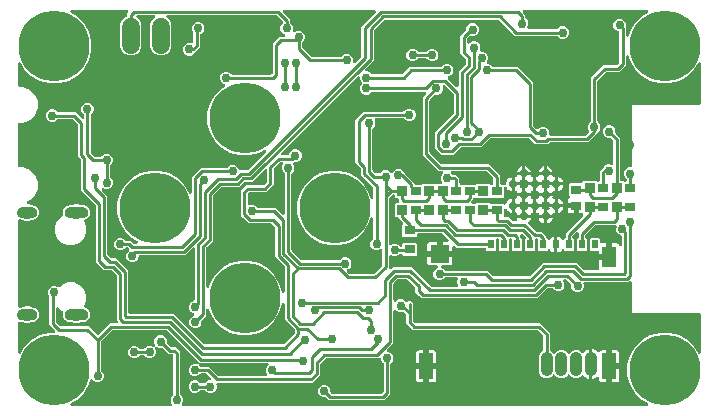
<source format=gbr>
G04 EAGLE Gerber RS-274X export*
G75*
%MOMM*%
%FSLAX34Y34*%
%LPD*%
%INBottom Copper*%
%IPPOS*%
%AMOC8*
5,1,8,0,0,1.08239X$1,22.5*%
G01*
%ADD10C,0.708000*%
%ADD11C,1.108000*%
%ADD12C,1.524000*%
%ADD13C,6.000000*%
%ADD14C,1.008000*%
%ADD15R,0.500000X0.750000*%
%ADD16R,1.200000X1.800000*%
%ADD17R,1.200000X2.200000*%
%ADD18R,1.600000X1.500000*%
%ADD19R,0.950000X0.900000*%
%ADD20R,0.950000X0.800000*%
%ADD21R,0.940000X0.800000*%
%ADD22C,1.016000*%
%ADD23C,0.756400*%
%ADD24C,0.254000*%

G36*
X152464Y460777D02*
X152464Y460777D01*
X152610Y460783D01*
X152624Y460787D01*
X152637Y460788D01*
X152775Y460832D01*
X152915Y460875D01*
X152927Y460882D01*
X152939Y460886D01*
X153062Y460963D01*
X153187Y461039D01*
X153197Y461049D01*
X153208Y461056D01*
X153308Y461162D01*
X153410Y461266D01*
X153420Y461281D01*
X153426Y461288D01*
X153434Y461302D01*
X153499Y461400D01*
X156384Y466397D01*
X162253Y472266D01*
X169442Y476416D01*
X177460Y478565D01*
X181169Y478565D01*
X181306Y478582D01*
X181445Y478595D01*
X181464Y478602D01*
X181484Y478605D01*
X181613Y478656D01*
X181744Y478703D01*
X181761Y478714D01*
X181780Y478722D01*
X181892Y478803D01*
X182007Y478881D01*
X182021Y478897D01*
X182037Y478908D01*
X182126Y479016D01*
X182218Y479120D01*
X182227Y479138D01*
X182240Y479153D01*
X182299Y479279D01*
X182363Y479403D01*
X182367Y479423D01*
X182376Y479441D01*
X182402Y479577D01*
X182432Y479713D01*
X182432Y479734D01*
X182435Y479753D01*
X182427Y479892D01*
X182423Y480031D01*
X182417Y480051D01*
X182416Y480071D01*
X182373Y480203D01*
X182334Y480337D01*
X182324Y480354D01*
X182318Y480373D01*
X182243Y480491D01*
X182173Y480611D01*
X182154Y480632D01*
X182147Y480642D01*
X182132Y480656D01*
X182066Y480731D01*
X179554Y483244D01*
X177545Y485252D01*
X177545Y509114D01*
X177533Y509212D01*
X177530Y509311D01*
X177513Y509370D01*
X177505Y509430D01*
X177469Y509522D01*
X177441Y509617D01*
X177411Y509669D01*
X177388Y509725D01*
X177330Y509805D01*
X177280Y509891D01*
X177214Y509966D01*
X177202Y509983D01*
X177192Y509990D01*
X177174Y510012D01*
X177111Y510074D01*
X176303Y512024D01*
X176303Y514136D01*
X177111Y516086D01*
X178604Y517579D01*
X180554Y518387D01*
X182666Y518387D01*
X184663Y517559D01*
X184697Y517529D01*
X184733Y517511D01*
X184765Y517486D01*
X184874Y517439D01*
X184980Y517385D01*
X185020Y517376D01*
X185057Y517360D01*
X185175Y517341D01*
X185291Y517315D01*
X185331Y517316D01*
X185371Y517310D01*
X185489Y517321D01*
X185609Y517325D01*
X185647Y517336D01*
X185687Y517340D01*
X185800Y517380D01*
X185914Y517413D01*
X185949Y517433D01*
X185987Y517447D01*
X186085Y517514D01*
X186188Y517575D01*
X186233Y517614D01*
X186250Y517626D01*
X186263Y517641D01*
X186309Y517681D01*
X188095Y519467D01*
X192932Y521471D01*
X198168Y521471D01*
X203005Y519467D01*
X206707Y515765D01*
X208711Y510928D01*
X208711Y505692D01*
X206998Y501558D01*
X206962Y501425D01*
X206921Y501294D01*
X206920Y501272D01*
X206914Y501251D01*
X206912Y501113D01*
X206905Y500976D01*
X206909Y500955D01*
X206909Y500933D01*
X206941Y500799D01*
X206969Y500664D01*
X206978Y500645D01*
X206983Y500624D01*
X207048Y500502D01*
X207108Y500378D01*
X207122Y500362D01*
X207132Y500342D01*
X207224Y500241D01*
X207313Y500136D01*
X207331Y500123D01*
X207346Y500107D01*
X207461Y500032D01*
X207573Y499952D01*
X207593Y499944D01*
X207612Y499932D01*
X207742Y499888D01*
X207870Y499839D01*
X207900Y499833D01*
X207912Y499829D01*
X207933Y499827D01*
X207994Y499817D01*
X208469Y499518D01*
X208525Y499492D01*
X208577Y499458D01*
X208725Y499395D01*
X209250Y499211D01*
X209643Y498818D01*
X209692Y498780D01*
X209734Y498735D01*
X209865Y498641D01*
X210335Y498345D01*
X210631Y497875D01*
X210670Y497827D01*
X210702Y497773D01*
X210808Y497653D01*
X211201Y497260D01*
X211385Y496735D01*
X211413Y496680D01*
X211431Y496620D01*
X211508Y496479D01*
X211804Y496008D01*
X211866Y495456D01*
X211881Y495396D01*
X211886Y495334D01*
X211929Y495179D01*
X212113Y494654D01*
X212051Y494102D01*
X212051Y494081D01*
X212048Y494065D01*
X212050Y494031D01*
X212043Y493979D01*
X212051Y493818D01*
X212113Y493266D01*
X211929Y492741D01*
X211916Y492680D01*
X211894Y492622D01*
X211866Y492464D01*
X211804Y491912D01*
X211508Y491441D01*
X211482Y491385D01*
X211448Y491333D01*
X211385Y491185D01*
X211201Y490660D01*
X210808Y490267D01*
X210770Y490218D01*
X210725Y490176D01*
X210631Y490045D01*
X210344Y489589D01*
X210344Y489588D01*
X210335Y489575D01*
X209865Y489279D01*
X209817Y489240D01*
X209763Y489208D01*
X209643Y489102D01*
X209250Y488709D01*
X208725Y488525D01*
X208670Y488497D01*
X208610Y488479D01*
X208469Y488402D01*
X207998Y488106D01*
X207446Y488044D01*
X207386Y488029D01*
X207324Y488024D01*
X207169Y487981D01*
X206806Y487854D01*
X206786Y487861D01*
X206741Y487864D01*
X206697Y487875D01*
X206537Y487885D01*
X206110Y487885D01*
X206096Y487884D01*
X205968Y487877D01*
X205368Y487810D01*
X205296Y487828D01*
X205171Y487867D01*
X205143Y487868D01*
X205116Y487875D01*
X204955Y487885D01*
X204498Y487885D01*
X204489Y487884D01*
X204479Y487885D01*
X204331Y487864D01*
X204182Y487845D01*
X204174Y487842D01*
X204164Y487841D01*
X204012Y487789D01*
X201855Y486895D01*
X199045Y486895D01*
X196888Y487789D01*
X196879Y487791D01*
X196871Y487796D01*
X196726Y487833D01*
X196581Y487873D01*
X196572Y487873D01*
X196563Y487875D01*
X196402Y487885D01*
X195945Y487885D01*
X195917Y487882D01*
X195890Y487884D01*
X195760Y487862D01*
X195630Y487845D01*
X195604Y487835D01*
X195576Y487830D01*
X195530Y487810D01*
X194932Y487877D01*
X194919Y487877D01*
X194790Y487885D01*
X194363Y487885D01*
X194319Y487880D01*
X194274Y487882D01*
X194161Y487860D01*
X194099Y487852D01*
X193731Y487981D01*
X193670Y487994D01*
X193612Y488016D01*
X193454Y488044D01*
X192902Y488106D01*
X192431Y488402D01*
X192375Y488428D01*
X192323Y488462D01*
X192175Y488525D01*
X191650Y488709D01*
X191257Y489102D01*
X191208Y489140D01*
X191166Y489185D01*
X191035Y489279D01*
X190565Y489575D01*
X190269Y490045D01*
X190230Y490093D01*
X190198Y490147D01*
X190092Y490267D01*
X189699Y490660D01*
X189515Y491185D01*
X189487Y491240D01*
X189469Y491300D01*
X189392Y491441D01*
X189096Y491912D01*
X189034Y492464D01*
X189019Y492524D01*
X189014Y492586D01*
X188971Y492741D01*
X188787Y493266D01*
X188849Y493818D01*
X188848Y493880D01*
X188857Y493941D01*
X188849Y494102D01*
X188787Y494654D01*
X188971Y495179D01*
X188984Y495240D01*
X189006Y495298D01*
X189034Y495456D01*
X189068Y495757D01*
X189066Y495857D01*
X189074Y495957D01*
X189064Y496016D01*
X189063Y496075D01*
X189037Y496172D01*
X189020Y496271D01*
X188996Y496325D01*
X188980Y496381D01*
X188931Y496469D01*
X188889Y496561D01*
X188853Y496607D01*
X188823Y496658D01*
X188754Y496730D01*
X188691Y496809D01*
X188644Y496845D01*
X188603Y496887D01*
X188517Y496940D01*
X188437Y497000D01*
X188350Y497043D01*
X188332Y497054D01*
X188319Y497058D01*
X188292Y497071D01*
X188095Y497153D01*
X185301Y499946D01*
X185192Y500032D01*
X185085Y500120D01*
X185066Y500129D01*
X185050Y500141D01*
X184922Y500197D01*
X184797Y500256D01*
X184777Y500260D01*
X184758Y500268D01*
X184620Y500290D01*
X184484Y500316D01*
X184464Y500314D01*
X184444Y500318D01*
X184305Y500305D01*
X184167Y500296D01*
X184148Y500290D01*
X184128Y500288D01*
X183996Y500241D01*
X183865Y500198D01*
X183847Y500187D01*
X183828Y500180D01*
X183713Y500102D01*
X183596Y500028D01*
X183582Y500013D01*
X183565Y500002D01*
X183473Y499897D01*
X183378Y499796D01*
X183368Y499778D01*
X183355Y499763D01*
X183291Y499639D01*
X183224Y499518D01*
X183219Y499498D01*
X183210Y499480D01*
X183180Y499344D01*
X183145Y499210D01*
X183143Y499182D01*
X183140Y499170D01*
X183141Y499149D01*
X183135Y499049D01*
X183135Y488093D01*
X183147Y487995D01*
X183150Y487896D01*
X183167Y487838D01*
X183175Y487778D01*
X183211Y487686D01*
X183239Y487591D01*
X183269Y487538D01*
X183292Y487482D01*
X183350Y487402D01*
X183400Y487317D01*
X183466Y487241D01*
X183478Y487225D01*
X183488Y487217D01*
X183506Y487196D01*
X186206Y484496D01*
X186284Y484436D01*
X186356Y484368D01*
X186409Y484339D01*
X186457Y484302D01*
X186548Y484262D01*
X186635Y484214D01*
X186693Y484199D01*
X186749Y484175D01*
X186847Y484160D01*
X186943Y484135D01*
X187043Y484129D01*
X187063Y484125D01*
X187075Y484127D01*
X187103Y484125D01*
X210708Y484125D01*
X212716Y482116D01*
X217542Y477290D01*
X217637Y477217D01*
X217726Y477138D01*
X217762Y477120D01*
X217794Y477095D01*
X217903Y477048D01*
X218009Y476993D01*
X218048Y476985D01*
X218086Y476969D01*
X218203Y476950D01*
X218319Y476924D01*
X218360Y476925D01*
X218400Y476919D01*
X218518Y476930D01*
X218637Y476933D01*
X218676Y476945D01*
X218716Y476949D01*
X218829Y476989D01*
X218943Y477022D01*
X218977Y477042D01*
X219016Y477056D01*
X219114Y477123D01*
X219217Y477183D01*
X219262Y477223D01*
X219279Y477235D01*
X219292Y477250D01*
X219337Y477290D01*
X228712Y486665D01*
X234283Y486665D01*
X234421Y486682D01*
X234559Y486695D01*
X234578Y486702D01*
X234598Y486705D01*
X234727Y486756D01*
X234858Y486803D01*
X234875Y486814D01*
X234894Y486822D01*
X235006Y486903D01*
X235121Y486981D01*
X235135Y486997D01*
X235151Y487008D01*
X235240Y487116D01*
X235332Y487220D01*
X235341Y487238D01*
X235354Y487253D01*
X235413Y487379D01*
X235477Y487503D01*
X235481Y487523D01*
X235490Y487541D01*
X235516Y487678D01*
X235546Y487813D01*
X235546Y487834D01*
X235549Y487853D01*
X235541Y487992D01*
X235537Y488131D01*
X235531Y488151D01*
X235530Y488171D01*
X235487Y488303D01*
X235448Y488437D01*
X235438Y488454D01*
X235432Y488473D01*
X235357Y488591D01*
X235287Y488711D01*
X235268Y488732D01*
X235261Y488742D01*
X235246Y488756D01*
X235180Y488831D01*
X234695Y489316D01*
X234695Y526637D01*
X234683Y526735D01*
X234680Y526834D01*
X234663Y526892D01*
X234655Y526952D01*
X234619Y527044D01*
X234591Y527139D01*
X234561Y527192D01*
X234538Y527248D01*
X234480Y527328D01*
X234430Y527413D01*
X234364Y527489D01*
X234352Y527505D01*
X234342Y527513D01*
X234324Y527534D01*
X230354Y531504D01*
X230276Y531564D01*
X230204Y531632D01*
X230151Y531661D01*
X230103Y531698D01*
X230012Y531738D01*
X229925Y531786D01*
X229867Y531801D01*
X229811Y531825D01*
X229713Y531840D01*
X229617Y531865D01*
X229517Y531871D01*
X229497Y531875D01*
X229485Y531873D01*
X229457Y531875D01*
X223632Y531875D01*
X218924Y536584D01*
X216915Y538592D01*
X216915Y586327D01*
X216903Y586425D01*
X216900Y586524D01*
X216883Y586582D01*
X216875Y586642D01*
X216839Y586734D01*
X216811Y586829D01*
X216781Y586882D01*
X216758Y586938D01*
X216700Y587018D01*
X216650Y587103D01*
X216584Y587179D01*
X216572Y587195D01*
X216562Y587203D01*
X216544Y587224D01*
X206224Y597544D01*
X204215Y599552D01*
X204215Y625029D01*
X204203Y625127D01*
X204200Y625226D01*
X204183Y625285D01*
X204175Y625345D01*
X204139Y625437D01*
X204111Y625532D01*
X204081Y625584D01*
X204058Y625640D01*
X204000Y625721D01*
X203950Y625806D01*
X203884Y625881D01*
X203872Y625898D01*
X203862Y625906D01*
X203844Y625927D01*
X201675Y628095D01*
X201675Y654907D01*
X201663Y655005D01*
X201660Y655104D01*
X201643Y655162D01*
X201635Y655222D01*
X201599Y655314D01*
X201571Y655409D01*
X201541Y655462D01*
X201518Y655518D01*
X201460Y655598D01*
X201410Y655683D01*
X201344Y655759D01*
X201332Y655775D01*
X201322Y655783D01*
X201304Y655804D01*
X197734Y659374D01*
X197656Y659434D01*
X197584Y659502D01*
X197531Y659531D01*
X197483Y659568D01*
X197392Y659608D01*
X197305Y659656D01*
X197247Y659671D01*
X197191Y659695D01*
X197093Y659710D01*
X196997Y659735D01*
X196897Y659741D01*
X196877Y659745D01*
X196865Y659743D01*
X196837Y659745D01*
X185136Y659745D01*
X185038Y659733D01*
X184939Y659730D01*
X184880Y659713D01*
X184820Y659705D01*
X184728Y659669D01*
X184633Y659641D01*
X184581Y659611D01*
X184525Y659588D01*
X184445Y659530D01*
X184359Y659480D01*
X184284Y659414D01*
X184267Y659402D01*
X184260Y659392D01*
X184238Y659374D01*
X182906Y658041D01*
X180956Y657233D01*
X178844Y657233D01*
X176894Y658041D01*
X175401Y659534D01*
X174593Y661484D01*
X174593Y663596D01*
X175401Y665546D01*
X176894Y667039D01*
X178844Y667847D01*
X180956Y667847D01*
X182906Y667039D01*
X184238Y665706D01*
X184317Y665646D01*
X184389Y665578D01*
X184442Y665549D01*
X184490Y665512D01*
X184581Y665472D01*
X184667Y665424D01*
X184726Y665409D01*
X184782Y665385D01*
X184879Y665370D01*
X184975Y665345D01*
X185075Y665339D01*
X185096Y665335D01*
X185108Y665337D01*
X185136Y665335D01*
X199678Y665335D01*
X204815Y660198D01*
X204924Y660113D01*
X205031Y660024D01*
X205050Y660015D01*
X205066Y660003D01*
X205194Y659947D01*
X205319Y659888D01*
X205339Y659885D01*
X205358Y659877D01*
X205496Y659855D01*
X205632Y659829D01*
X205652Y659830D01*
X205672Y659827D01*
X205811Y659840D01*
X205949Y659848D01*
X205968Y659855D01*
X205988Y659856D01*
X206120Y659904D01*
X206251Y659946D01*
X206269Y659957D01*
X206288Y659964D01*
X206403Y660042D01*
X206520Y660117D01*
X206534Y660131D01*
X206551Y660143D01*
X206643Y660247D01*
X206738Y660348D01*
X206748Y660366D01*
X206761Y660381D01*
X206825Y660505D01*
X206892Y660627D01*
X206897Y660646D01*
X206906Y660664D01*
X206936Y660800D01*
X206971Y660935D01*
X206973Y660963D01*
X206976Y660975D01*
X206975Y660995D01*
X206981Y661095D01*
X206981Y662784D01*
X206969Y662882D01*
X206966Y662981D01*
X206949Y663040D01*
X206941Y663100D01*
X206905Y663192D01*
X206877Y663287D01*
X206851Y663333D01*
X206850Y663335D01*
X206846Y663341D01*
X206824Y663395D01*
X206766Y663475D01*
X206716Y663561D01*
X206683Y663598D01*
X206680Y663603D01*
X206673Y663610D01*
X206650Y663636D01*
X206638Y663653D01*
X206628Y663660D01*
X206610Y663682D01*
X205277Y665014D01*
X204469Y666964D01*
X204469Y669076D01*
X205277Y671026D01*
X206770Y672519D01*
X208720Y673327D01*
X210832Y673327D01*
X212782Y672519D01*
X214275Y671026D01*
X215083Y669076D01*
X215083Y666964D01*
X214275Y665014D01*
X212942Y663682D01*
X212882Y663603D01*
X212814Y663531D01*
X212791Y663489D01*
X212780Y663476D01*
X212775Y663466D01*
X212748Y663430D01*
X212708Y663339D01*
X212660Y663253D01*
X212645Y663194D01*
X212621Y663138D01*
X212606Y663041D01*
X212581Y662945D01*
X212575Y662845D01*
X212571Y662824D01*
X212573Y662812D01*
X212571Y662784D01*
X212571Y631377D01*
X212583Y631279D01*
X212586Y631180D01*
X212603Y631122D01*
X212611Y631062D01*
X212647Y630970D01*
X212675Y630875D01*
X212705Y630822D01*
X212728Y630766D01*
X212786Y630686D01*
X212836Y630601D01*
X212902Y630525D01*
X212914Y630509D01*
X212924Y630501D01*
X212942Y630480D01*
X215416Y628006D01*
X215494Y627946D01*
X215566Y627878D01*
X215619Y627849D01*
X215667Y627812D01*
X215758Y627772D01*
X215845Y627724D01*
X215903Y627709D01*
X215959Y627685D01*
X216057Y627670D01*
X216153Y627645D01*
X216253Y627639D01*
X216273Y627635D01*
X216285Y627637D01*
X216313Y627635D01*
X220824Y627635D01*
X220922Y627647D01*
X221021Y627650D01*
X221080Y627667D01*
X221140Y627675D01*
X221232Y627711D01*
X221327Y627739D01*
X221379Y627769D01*
X221435Y627792D01*
X221515Y627850D01*
X221601Y627900D01*
X221676Y627966D01*
X221693Y627978D01*
X221700Y627988D01*
X221722Y628006D01*
X223054Y629339D01*
X225004Y630147D01*
X227116Y630147D01*
X229066Y629339D01*
X230559Y627846D01*
X231367Y625896D01*
X231367Y623784D01*
X230559Y621834D01*
X229226Y620502D01*
X229166Y620423D01*
X229098Y620351D01*
X229069Y620298D01*
X229032Y620250D01*
X228992Y620159D01*
X228944Y620073D01*
X228929Y620014D01*
X228905Y619958D01*
X228890Y619861D01*
X228865Y619765D01*
X228859Y619665D01*
X228855Y619644D01*
X228857Y619632D01*
X228855Y619604D01*
X228855Y611026D01*
X228867Y610928D01*
X228870Y610829D01*
X228887Y610770D01*
X228895Y610710D01*
X228931Y610618D01*
X228959Y610523D01*
X228989Y610471D01*
X229012Y610415D01*
X229070Y610335D01*
X229120Y610249D01*
X229186Y610174D01*
X229198Y610157D01*
X229208Y610150D01*
X229226Y610128D01*
X230559Y608796D01*
X231367Y606846D01*
X231367Y604734D01*
X230559Y602784D01*
X229066Y601291D01*
X227116Y600483D01*
X225004Y600483D01*
X223631Y601052D01*
X223564Y601071D01*
X223499Y601098D01*
X223411Y601112D01*
X223324Y601136D01*
X223254Y601137D01*
X223185Y601148D01*
X223096Y601140D01*
X223006Y601141D01*
X222938Y601125D01*
X222869Y601118D01*
X222784Y601088D01*
X222697Y601067D01*
X222635Y601034D01*
X222569Y601011D01*
X222495Y600960D01*
X222416Y600918D01*
X222364Y600871D01*
X222306Y600832D01*
X222247Y600765D01*
X222180Y600704D01*
X222142Y600646D01*
X222096Y600594D01*
X222055Y600514D01*
X222006Y600439D01*
X221983Y600373D01*
X221951Y600311D01*
X221932Y600223D01*
X221902Y600138D01*
X221897Y600068D01*
X221882Y600000D01*
X221884Y599911D01*
X221877Y599821D01*
X221889Y599752D01*
X221891Y599682D01*
X221916Y599596D01*
X221932Y599508D01*
X221960Y599444D01*
X221980Y599377D01*
X222025Y599299D01*
X222062Y599218D01*
X222106Y599163D01*
X222141Y599103D01*
X222248Y598982D01*
X226569Y594661D01*
X226569Y545243D01*
X226581Y545145D01*
X226584Y545046D01*
X226601Y544988D01*
X226609Y544928D01*
X226645Y544836D01*
X226673Y544741D01*
X226703Y544688D01*
X226726Y544632D01*
X226784Y544552D01*
X226834Y544467D01*
X226900Y544391D01*
X226912Y544375D01*
X226922Y544367D01*
X226940Y544346D01*
X229386Y541900D01*
X229464Y541840D01*
X229536Y541772D01*
X229589Y541743D01*
X229637Y541706D01*
X229728Y541666D01*
X229815Y541618D01*
X229873Y541603D01*
X229929Y541579D01*
X230027Y541564D01*
X230123Y541539D01*
X230223Y541533D01*
X230243Y541529D01*
X230255Y541531D01*
X230283Y541529D01*
X233981Y541529D01*
X244349Y531161D01*
X244349Y496062D01*
X244364Y495944D01*
X244371Y495825D01*
X244384Y495787D01*
X244389Y495746D01*
X244432Y495636D01*
X244469Y495523D01*
X244491Y495488D01*
X244506Y495451D01*
X244575Y495355D01*
X244639Y495254D01*
X244669Y495226D01*
X244692Y495193D01*
X244784Y495117D01*
X244871Y495036D01*
X244906Y495016D01*
X244937Y494991D01*
X245045Y494940D01*
X245149Y494882D01*
X245189Y494872D01*
X245225Y494855D01*
X245342Y494833D01*
X245457Y494803D01*
X245517Y494799D01*
X245537Y494795D01*
X245558Y494797D01*
X245618Y494793D01*
X282654Y494793D01*
X308191Y469256D01*
X308269Y469196D01*
X308341Y469128D01*
X308394Y469099D01*
X308442Y469062D01*
X308533Y469022D01*
X308619Y468974D01*
X308678Y468959D01*
X308734Y468935D01*
X308832Y468920D01*
X308927Y468895D01*
X309027Y468889D01*
X309048Y468885D01*
X309060Y468887D01*
X309088Y468885D01*
X375507Y468885D01*
X375605Y468897D01*
X375704Y468900D01*
X375762Y468917D01*
X375822Y468925D01*
X375914Y468961D01*
X376009Y468989D01*
X376062Y469019D01*
X376118Y469042D01*
X376198Y469100D01*
X376283Y469150D01*
X376359Y469216D01*
X376375Y469228D01*
X376383Y469238D01*
X376404Y469256D01*
X385266Y478118D01*
X385327Y478197D01*
X385395Y478269D01*
X385424Y478322D01*
X385461Y478370D01*
X385500Y478461D01*
X385548Y478547D01*
X385563Y478606D01*
X385587Y478662D01*
X385603Y478760D01*
X385628Y478855D01*
X385634Y478955D01*
X385637Y478976D01*
X385636Y478988D01*
X385638Y479016D01*
X385638Y480437D01*
X385625Y480535D01*
X385622Y480634D01*
X385606Y480692D01*
X385598Y480752D01*
X385562Y480844D01*
X385534Y480939D01*
X385503Y480992D01*
X385481Y481048D01*
X385423Y481128D01*
X385373Y481213D01*
X385306Y481289D01*
X385294Y481305D01*
X385285Y481313D01*
X385266Y481334D01*
X376681Y489919D01*
X376681Y502630D01*
X376662Y502780D01*
X376645Y502933D01*
X376642Y502939D01*
X376641Y502946D01*
X376586Y503087D01*
X376531Y503230D01*
X376527Y503235D01*
X376524Y503242D01*
X376435Y503365D01*
X376347Y503489D01*
X376342Y503493D01*
X376338Y503499D01*
X376220Y503596D01*
X376104Y503694D01*
X376098Y503697D01*
X376093Y503702D01*
X375955Y503767D01*
X375818Y503833D01*
X375811Y503834D01*
X375805Y503837D01*
X375656Y503866D01*
X375506Y503896D01*
X375499Y503896D01*
X375493Y503897D01*
X375341Y503888D01*
X375188Y503880D01*
X375182Y503878D01*
X375175Y503877D01*
X375031Y503831D01*
X374885Y503785D01*
X374879Y503781D01*
X374873Y503779D01*
X374744Y503698D01*
X374614Y503618D01*
X374610Y503613D01*
X374604Y503609D01*
X374499Y503497D01*
X374394Y503388D01*
X374391Y503382D01*
X374386Y503377D01*
X374313Y503244D01*
X374237Y503111D01*
X374235Y503103D01*
X374232Y503099D01*
X374230Y503089D01*
X374186Y502959D01*
X372276Y495832D01*
X368126Y488643D01*
X362257Y482774D01*
X355068Y478624D01*
X347050Y476475D01*
X338750Y476475D01*
X330732Y478624D01*
X323543Y482774D01*
X317674Y488643D01*
X313524Y495832D01*
X312884Y498219D01*
X312826Y498361D01*
X312770Y498502D01*
X312766Y498507D01*
X312764Y498514D01*
X312673Y498636D01*
X312584Y498759D01*
X312578Y498763D01*
X312574Y498769D01*
X312456Y498864D01*
X312339Y498962D01*
X312332Y498965D01*
X312327Y498969D01*
X312188Y499033D01*
X312051Y499098D01*
X312044Y499099D01*
X312038Y499102D01*
X311887Y499129D01*
X311738Y499157D01*
X311732Y499157D01*
X311725Y499158D01*
X311573Y499147D01*
X311421Y499138D01*
X311415Y499135D01*
X311408Y499135D01*
X311262Y499086D01*
X311119Y499040D01*
X311113Y499036D01*
X311106Y499034D01*
X310978Y498951D01*
X310850Y498869D01*
X310845Y498864D01*
X310840Y498861D01*
X310736Y498749D01*
X310632Y498638D01*
X310629Y498632D01*
X310624Y498627D01*
X310551Y498492D01*
X310478Y498359D01*
X310477Y498353D01*
X310474Y498347D01*
X310437Y498198D01*
X310399Y498051D01*
X310398Y498042D01*
X310397Y498038D01*
X310397Y498027D01*
X310389Y497891D01*
X310389Y493126D01*
X308380Y491118D01*
X306668Y489406D01*
X306608Y489328D01*
X306540Y489256D01*
X306511Y489203D01*
X306474Y489155D01*
X306434Y489064D01*
X306386Y488977D01*
X306371Y488919D01*
X306347Y488863D01*
X306332Y488765D01*
X306307Y488669D01*
X306301Y488569D01*
X306297Y488549D01*
X306299Y488537D01*
X306297Y488509D01*
X306297Y486624D01*
X305489Y484674D01*
X303996Y483181D01*
X302046Y482373D01*
X299934Y482373D01*
X297984Y483181D01*
X296491Y484674D01*
X295683Y486624D01*
X295683Y488736D01*
X296491Y490686D01*
X297984Y492179D01*
X299509Y492811D01*
X299589Y492856D01*
X299630Y492873D01*
X299666Y492899D01*
X299753Y492944D01*
X299768Y492958D01*
X299785Y492968D01*
X299855Y493036D01*
X299888Y493059D01*
X299913Y493090D01*
X299988Y493158D01*
X299999Y493175D01*
X300014Y493189D01*
X300066Y493275D01*
X300091Y493304D01*
X300107Y493339D01*
X300163Y493424D01*
X300169Y493443D01*
X300180Y493461D01*
X300210Y493558D01*
X300226Y493592D01*
X300233Y493629D01*
X300266Y493725D01*
X300268Y493745D01*
X300274Y493764D01*
X300278Y493866D01*
X300286Y493904D01*
X300283Y493943D01*
X300291Y494042D01*
X300288Y494062D01*
X300289Y494082D01*
X300269Y494179D01*
X300266Y494222D01*
X300253Y494262D01*
X300237Y494355D01*
X300229Y494374D01*
X300224Y494394D01*
X300183Y494479D01*
X300168Y494524D01*
X300143Y494564D01*
X300106Y494645D01*
X300094Y494661D01*
X300085Y494679D01*
X300027Y494747D01*
X299998Y494793D01*
X299959Y494830D01*
X299908Y494894D01*
X299892Y494906D01*
X299878Y494921D01*
X299812Y494968D01*
X299766Y495011D01*
X299712Y495041D01*
X299654Y495085D01*
X299628Y495097D01*
X299618Y495104D01*
X299599Y495112D01*
X299509Y495156D01*
X297758Y495881D01*
X296265Y497374D01*
X295457Y499324D01*
X295457Y501436D01*
X296265Y503386D01*
X297758Y504879D01*
X299942Y505783D01*
X299954Y505790D01*
X300005Y505807D01*
X300040Y505829D01*
X300077Y505844D01*
X300173Y505913D01*
X300206Y505934D01*
X300218Y505941D01*
X300220Y505943D01*
X300274Y505977D01*
X300302Y506007D01*
X300335Y506030D01*
X300411Y506122D01*
X300492Y506209D01*
X300512Y506244D01*
X300537Y506275D01*
X300588Y506383D01*
X300646Y506487D01*
X300656Y506527D01*
X300673Y506563D01*
X300695Y506680D01*
X300725Y506795D01*
X300729Y506855D01*
X300733Y506875D01*
X300731Y506896D01*
X300735Y506956D01*
X300735Y549591D01*
X300718Y549729D01*
X300705Y549868D01*
X300698Y549887D01*
X300695Y549907D01*
X300644Y550036D01*
X300597Y550167D01*
X300586Y550184D01*
X300578Y550203D01*
X300497Y550315D01*
X300419Y550430D01*
X300403Y550443D01*
X300392Y550460D01*
X300284Y550549D01*
X300180Y550641D01*
X300162Y550650D01*
X300147Y550663D01*
X300021Y550722D01*
X299897Y550785D01*
X299877Y550790D01*
X299859Y550798D01*
X299723Y550824D01*
X299587Y550855D01*
X299566Y550854D01*
X299547Y550858D01*
X299408Y550849D01*
X299269Y550845D01*
X299249Y550840D01*
X299229Y550838D01*
X299097Y550795D01*
X298963Y550757D01*
X298946Y550746D01*
X298927Y550740D01*
X298809Y550666D01*
X298689Y550595D01*
X298668Y550577D01*
X298658Y550570D01*
X298644Y550555D01*
X298569Y550489D01*
X294410Y546330D01*
X292401Y544321D01*
X254226Y544321D01*
X254108Y544306D01*
X253989Y544299D01*
X253951Y544286D01*
X253910Y544281D01*
X253800Y544238D01*
X253687Y544201D01*
X253652Y544179D01*
X253615Y544164D01*
X253518Y544094D01*
X253418Y544031D01*
X253390Y544001D01*
X253357Y543978D01*
X253281Y543886D01*
X253200Y543799D01*
X253180Y543764D01*
X253155Y543733D01*
X253104Y543625D01*
X253046Y543521D01*
X253036Y543481D01*
X253019Y543445D01*
X252997Y543328D01*
X252967Y543213D01*
X252963Y543153D01*
X252959Y543133D01*
X252961Y543112D01*
X252957Y543052D01*
X252957Y542504D01*
X252149Y540554D01*
X250656Y539061D01*
X248706Y538253D01*
X246594Y538253D01*
X244644Y539061D01*
X243151Y540554D01*
X242343Y542504D01*
X242343Y544616D01*
X243151Y546566D01*
X244762Y548177D01*
X244780Y548189D01*
X244853Y548271D01*
X244931Y548348D01*
X244957Y548390D01*
X244990Y548427D01*
X245040Y548525D01*
X245098Y548619D01*
X245112Y548666D01*
X245135Y548711D01*
X245159Y548818D01*
X245191Y548922D01*
X245194Y548972D01*
X245205Y549021D01*
X245201Y549130D01*
X245207Y549240D01*
X245196Y549289D01*
X245195Y549339D01*
X245164Y549444D01*
X245142Y549552D01*
X245120Y549596D01*
X245107Y549644D01*
X245051Y549739D01*
X245003Y549837D01*
X244970Y549875D01*
X244945Y549918D01*
X244839Y550039D01*
X244484Y550394D01*
X244324Y550554D01*
X244246Y550614D01*
X244174Y550682D01*
X244121Y550711D01*
X244073Y550748D01*
X243982Y550788D01*
X243895Y550836D01*
X243837Y550851D01*
X243781Y550875D01*
X243683Y550890D01*
X243587Y550915D01*
X243487Y550921D01*
X243467Y550925D01*
X243455Y550923D01*
X243427Y550925D01*
X242726Y550925D01*
X242628Y550913D01*
X242529Y550910D01*
X242470Y550893D01*
X242410Y550885D01*
X242318Y550849D01*
X242223Y550821D01*
X242171Y550791D01*
X242115Y550768D01*
X242035Y550710D01*
X241949Y550660D01*
X241874Y550594D01*
X241857Y550582D01*
X241850Y550572D01*
X241828Y550554D01*
X240496Y549221D01*
X238546Y548413D01*
X236434Y548413D01*
X234484Y549221D01*
X232991Y550714D01*
X232183Y552664D01*
X232183Y554776D01*
X232991Y556726D01*
X234484Y558219D01*
X236434Y559027D01*
X238546Y559027D01*
X240496Y558219D01*
X241828Y556886D01*
X241907Y556826D01*
X241979Y556758D01*
X242032Y556729D01*
X242080Y556692D01*
X242171Y556652D01*
X242257Y556604D01*
X242316Y556589D01*
X242372Y556565D01*
X242469Y556550D01*
X242565Y556525D01*
X242665Y556519D01*
X242686Y556515D01*
X242698Y556517D01*
X242726Y556515D01*
X246268Y556515D01*
X248436Y554346D01*
X248514Y554286D01*
X248586Y554218D01*
X248639Y554189D01*
X248687Y554152D01*
X248778Y554112D01*
X248865Y554064D01*
X248923Y554049D01*
X248979Y554025D01*
X249077Y554010D01*
X249173Y553985D01*
X249273Y553979D01*
X249293Y553975D01*
X249305Y553977D01*
X249333Y553975D01*
X251265Y553975D01*
X251410Y553993D01*
X251555Y554008D01*
X251567Y554013D01*
X251581Y554015D01*
X251716Y554068D01*
X251853Y554119D01*
X251864Y554127D01*
X251877Y554132D01*
X251994Y554217D01*
X252114Y554300D01*
X252123Y554311D01*
X252134Y554318D01*
X252227Y554430D01*
X252322Y554541D01*
X252328Y554553D01*
X252337Y554563D01*
X252398Y554695D01*
X252464Y554826D01*
X252467Y554839D01*
X252472Y554851D01*
X252499Y554993D01*
X252530Y555137D01*
X252529Y555150D01*
X252532Y555163D01*
X252523Y555308D01*
X252517Y555454D01*
X252513Y555467D01*
X252512Y555481D01*
X252468Y555619D01*
X252425Y555759D01*
X252418Y555771D01*
X252414Y555783D01*
X252337Y555906D01*
X252261Y556031D01*
X252251Y556041D01*
X252244Y556052D01*
X252138Y556152D01*
X252034Y556254D01*
X252019Y556264D01*
X252012Y556270D01*
X251998Y556278D01*
X251900Y556343D01*
X247343Y558974D01*
X241474Y564843D01*
X237324Y572032D01*
X235175Y580050D01*
X235175Y588350D01*
X237324Y596368D01*
X241474Y603557D01*
X247343Y609426D01*
X254532Y613576D01*
X262550Y615725D01*
X270850Y615725D01*
X278868Y613576D01*
X286057Y609426D01*
X291926Y603557D01*
X295827Y596800D01*
X295915Y596684D01*
X296000Y596566D01*
X296011Y596558D01*
X296019Y596547D01*
X296133Y596457D01*
X296245Y596364D01*
X296258Y596358D01*
X296268Y596349D01*
X296402Y596290D01*
X296533Y596228D01*
X296546Y596226D01*
X296559Y596220D01*
X296703Y596195D01*
X296846Y596168D01*
X296859Y596169D01*
X296872Y596167D01*
X297018Y596179D01*
X297163Y596188D01*
X297176Y596192D01*
X297189Y596193D01*
X297327Y596241D01*
X297465Y596286D01*
X297477Y596293D01*
X297490Y596298D01*
X297611Y596378D01*
X297734Y596456D01*
X297743Y596466D01*
X297755Y596474D01*
X297852Y596581D01*
X297952Y596688D01*
X297959Y596700D01*
X297968Y596710D01*
X298035Y596839D01*
X298106Y596966D01*
X298109Y596979D01*
X298115Y596991D01*
X298149Y597133D01*
X298185Y597274D01*
X298186Y597293D01*
X298188Y597301D01*
X298188Y597318D01*
X298195Y597435D01*
X298195Y610758D01*
X305702Y618265D01*
X327504Y618265D01*
X327602Y618277D01*
X327701Y618280D01*
X327760Y618297D01*
X327820Y618305D01*
X327912Y618341D01*
X328007Y618369D01*
X328059Y618399D01*
X328115Y618422D01*
X328195Y618480D01*
X328281Y618530D01*
X328356Y618596D01*
X328373Y618608D01*
X328380Y618618D01*
X328402Y618636D01*
X329734Y619969D01*
X331684Y620777D01*
X333796Y620777D01*
X335746Y619969D01*
X337239Y618476D01*
X337855Y616988D01*
X337870Y616963D01*
X337879Y616935D01*
X337948Y616825D01*
X338013Y616712D01*
X338033Y616691D01*
X338049Y616666D01*
X338144Y616577D01*
X338234Y616484D01*
X338259Y616468D01*
X338281Y616448D01*
X338394Y616385D01*
X338505Y616317D01*
X338533Y616309D01*
X338559Y616294D01*
X338685Y616262D01*
X338809Y616224D01*
X338838Y616222D01*
X338867Y616215D01*
X339028Y616205D01*
X345027Y616205D01*
X345125Y616217D01*
X345224Y616220D01*
X345282Y616237D01*
X345342Y616245D01*
X345434Y616281D01*
X345529Y616309D01*
X345582Y616339D01*
X345638Y616362D01*
X345718Y616420D01*
X345803Y616470D01*
X345879Y616536D01*
X345895Y616548D01*
X345903Y616558D01*
X345924Y616576D01*
X360798Y631451D01*
X360892Y631572D01*
X360938Y631629D01*
X360957Y631653D01*
X360958Y631655D01*
X360986Y631691D01*
X360989Y631697D01*
X360993Y631702D01*
X361054Y631842D01*
X361116Y631981D01*
X361117Y631988D01*
X361120Y631994D01*
X361143Y632143D01*
X361169Y632295D01*
X361169Y632301D01*
X361170Y632308D01*
X361155Y632460D01*
X361143Y632612D01*
X361140Y632618D01*
X361140Y632625D01*
X361088Y632768D01*
X361038Y632912D01*
X361034Y632918D01*
X361032Y632924D01*
X360947Y633049D01*
X360862Y633177D01*
X360857Y633181D01*
X360854Y633187D01*
X360741Y633287D01*
X360626Y633390D01*
X360620Y633393D01*
X360615Y633398D01*
X360479Y633467D01*
X360345Y633537D01*
X360338Y633539D01*
X360332Y633542D01*
X360183Y633576D01*
X360035Y633610D01*
X360028Y633610D01*
X360022Y633612D01*
X359869Y633607D01*
X359717Y633604D01*
X359711Y633602D01*
X359704Y633602D01*
X359573Y633564D01*
X359559Y633563D01*
X359540Y633555D01*
X359411Y633519D01*
X359402Y633515D01*
X359398Y633514D01*
X359389Y633508D01*
X359266Y633447D01*
X355068Y631024D01*
X347050Y628875D01*
X338750Y628875D01*
X330732Y631024D01*
X323543Y635174D01*
X317674Y641043D01*
X313524Y648232D01*
X311375Y656250D01*
X311375Y664550D01*
X313524Y672568D01*
X317674Y679757D01*
X323543Y685626D01*
X325893Y686982D01*
X325938Y687017D01*
X325988Y687043D01*
X326064Y687112D01*
X326146Y687175D01*
X326181Y687219D01*
X326223Y687257D01*
X326280Y687343D01*
X326344Y687424D01*
X326367Y687476D01*
X326398Y687523D01*
X326431Y687620D01*
X326473Y687714D01*
X326483Y687770D01*
X326501Y687823D01*
X326509Y687926D01*
X326526Y688028D01*
X326522Y688084D01*
X326526Y688140D01*
X326508Y688242D01*
X326500Y688345D01*
X326481Y688398D01*
X326472Y688454D01*
X326429Y688548D01*
X326395Y688645D01*
X326364Y688692D01*
X326341Y688744D01*
X326277Y688824D01*
X326220Y688910D01*
X326178Y688948D01*
X326142Y688992D01*
X326060Y689054D01*
X325983Y689123D01*
X325934Y689149D01*
X325888Y689183D01*
X325744Y689254D01*
X324028Y689965D01*
X322535Y691458D01*
X321727Y693408D01*
X321727Y695520D01*
X322535Y697470D01*
X324028Y698963D01*
X325978Y699771D01*
X328089Y699771D01*
X330040Y698963D01*
X331372Y697630D01*
X331450Y697570D01*
X331523Y697502D01*
X331576Y697473D01*
X331623Y697436D01*
X331714Y697396D01*
X331801Y697348D01*
X331860Y697333D01*
X331915Y697309D01*
X332013Y697294D01*
X332109Y697269D01*
X332209Y697263D01*
X332229Y697259D01*
X332242Y697261D01*
X332270Y697259D01*
X365121Y697259D01*
X365219Y697271D01*
X365318Y697274D01*
X365376Y697291D01*
X365436Y697299D01*
X365528Y697335D01*
X365623Y697363D01*
X365676Y697393D01*
X365732Y697416D01*
X365812Y697474D01*
X365897Y697524D01*
X365973Y697590D01*
X365989Y697602D01*
X365997Y697612D01*
X366018Y697630D01*
X366404Y698016D01*
X366464Y698094D01*
X366532Y698166D01*
X366561Y698219D01*
X366598Y698267D01*
X366638Y698358D01*
X366686Y698445D01*
X366701Y698503D01*
X366725Y698559D01*
X366740Y698657D01*
X366765Y698753D01*
X366771Y698853D01*
X366775Y698873D01*
X366773Y698885D01*
X366775Y698913D01*
X366775Y723788D01*
X372222Y729235D01*
X375993Y729235D01*
X376062Y729243D01*
X376132Y729242D01*
X376220Y729263D01*
X376309Y729275D01*
X376374Y729300D01*
X376442Y729317D01*
X376521Y729359D01*
X376604Y729392D01*
X376661Y729433D01*
X376723Y729465D01*
X376789Y729526D01*
X376862Y729578D01*
X376906Y729632D01*
X376958Y729679D01*
X377007Y729754D01*
X377065Y729823D01*
X377094Y729887D01*
X377133Y729945D01*
X377162Y730030D01*
X377200Y730111D01*
X377213Y730180D01*
X377236Y730246D01*
X377243Y730335D01*
X377260Y730423D01*
X377256Y730493D01*
X377261Y730563D01*
X377246Y730651D01*
X377240Y730741D01*
X377219Y730807D01*
X377207Y730876D01*
X377170Y730958D01*
X377142Y731043D01*
X377105Y731102D01*
X377076Y731166D01*
X377020Y731236D01*
X376972Y731312D01*
X376921Y731360D01*
X376878Y731414D01*
X376806Y731468D01*
X376740Y731530D01*
X376679Y731564D01*
X376623Y731606D01*
X376479Y731677D01*
X375454Y732101D01*
X373961Y733594D01*
X373153Y735544D01*
X373153Y737656D01*
X373961Y739606D01*
X375009Y740654D01*
X375082Y740748D01*
X375161Y740837D01*
X375179Y740873D01*
X375204Y740905D01*
X375251Y741014D01*
X375305Y741120D01*
X375314Y741160D01*
X375330Y741197D01*
X375349Y741315D01*
X375375Y741431D01*
X375374Y741471D01*
X375380Y741511D01*
X375369Y741630D01*
X375365Y741748D01*
X375354Y741787D01*
X375350Y741828D01*
X375310Y741940D01*
X375277Y742054D01*
X375256Y742089D01*
X375243Y742127D01*
X375176Y742226D01*
X375115Y742328D01*
X375076Y742373D01*
X375064Y742390D01*
X375049Y742404D01*
X375009Y742449D01*
X370054Y747404D01*
X369976Y747464D01*
X369904Y747532D01*
X369851Y747561D01*
X369803Y747598D01*
X369712Y747638D01*
X369625Y747686D01*
X369567Y747701D01*
X369511Y747725D01*
X369413Y747740D01*
X369317Y747765D01*
X369217Y747771D01*
X369197Y747775D01*
X369185Y747773D01*
X369157Y747775D01*
X277872Y747775D01*
X277734Y747758D01*
X277595Y747745D01*
X277576Y747738D01*
X277556Y747735D01*
X277427Y747684D01*
X277296Y747637D01*
X277279Y747626D01*
X277260Y747618D01*
X277148Y747537D01*
X277033Y747459D01*
X277019Y747443D01*
X277003Y747432D01*
X276914Y747324D01*
X276822Y747220D01*
X276813Y747202D01*
X276800Y747187D01*
X276741Y747061D01*
X276678Y746937D01*
X276673Y746917D01*
X276665Y746899D01*
X276639Y746763D01*
X276608Y746627D01*
X276609Y746606D01*
X276605Y746587D01*
X276613Y746448D01*
X276618Y746309D01*
X276623Y746289D01*
X276625Y746269D01*
X276667Y746137D01*
X276706Y746003D01*
X276716Y745986D01*
X276723Y745967D01*
X276797Y745849D01*
X276868Y745729D01*
X276886Y745708D01*
X276893Y745698D01*
X276908Y745684D01*
X276974Y745609D01*
X279533Y743050D01*
X280925Y739689D01*
X280925Y720811D01*
X279533Y717450D01*
X276960Y714877D01*
X273599Y713485D01*
X269961Y713485D01*
X266600Y714877D01*
X264027Y717450D01*
X262635Y720811D01*
X262635Y739689D01*
X264027Y743050D01*
X266586Y745609D01*
X266671Y745718D01*
X266760Y745825D01*
X266768Y745844D01*
X266781Y745860D01*
X266836Y745988D01*
X266895Y746113D01*
X266899Y746133D01*
X266907Y746152D01*
X266929Y746290D01*
X266955Y746426D01*
X266954Y746446D01*
X266957Y746466D01*
X266944Y746605D01*
X266935Y746743D01*
X266929Y746762D01*
X266927Y746782D01*
X266880Y746914D01*
X266837Y747045D01*
X266827Y747063D01*
X266820Y747082D01*
X266742Y747197D01*
X266667Y747314D01*
X266652Y747328D01*
X266641Y747345D01*
X266537Y747437D01*
X266436Y747532D01*
X266418Y747542D01*
X266403Y747555D01*
X266279Y747619D01*
X266157Y747686D01*
X266138Y747691D01*
X266119Y747700D01*
X265984Y747730D01*
X265849Y747765D01*
X265821Y747767D01*
X265809Y747770D01*
X265789Y747769D01*
X265688Y747775D01*
X252472Y747775D01*
X252334Y747758D01*
X252195Y747745D01*
X252176Y747738D01*
X252156Y747735D01*
X252027Y747684D01*
X251896Y747637D01*
X251879Y747626D01*
X251860Y747618D01*
X251748Y747537D01*
X251633Y747459D01*
X251619Y747443D01*
X251603Y747432D01*
X251514Y747324D01*
X251422Y747220D01*
X251413Y747202D01*
X251400Y747187D01*
X251341Y747061D01*
X251278Y746937D01*
X251273Y746917D01*
X251265Y746899D01*
X251239Y746763D01*
X251208Y746627D01*
X251209Y746606D01*
X251205Y746587D01*
X251213Y746448D01*
X251218Y746309D01*
X251223Y746289D01*
X251225Y746269D01*
X251267Y746137D01*
X251306Y746003D01*
X251316Y745986D01*
X251323Y745967D01*
X251397Y745849D01*
X251468Y745729D01*
X251486Y745708D01*
X251493Y745698D01*
X251508Y745684D01*
X251574Y745609D01*
X254133Y743050D01*
X255525Y739689D01*
X255525Y720811D01*
X254133Y717450D01*
X251560Y714877D01*
X248199Y713485D01*
X244561Y713485D01*
X241200Y714877D01*
X238627Y717450D01*
X237235Y720811D01*
X237235Y739689D01*
X238627Y743050D01*
X241200Y745623D01*
X242802Y746286D01*
X242827Y746301D01*
X242855Y746310D01*
X242965Y746379D01*
X243078Y746444D01*
X243099Y746464D01*
X243124Y746480D01*
X243213Y746575D01*
X243306Y746665D01*
X243322Y746690D01*
X243342Y746712D01*
X243405Y746825D01*
X243473Y746936D01*
X243481Y746964D01*
X243496Y746990D01*
X243528Y747116D01*
X243566Y747240D01*
X243568Y747269D01*
X243575Y747298D01*
X243585Y747459D01*
X243585Y749188D01*
X244070Y749673D01*
X244155Y749782D01*
X244244Y749889D01*
X244253Y749908D01*
X244265Y749924D01*
X244320Y750052D01*
X244380Y750177D01*
X244383Y750197D01*
X244391Y750216D01*
X244413Y750354D01*
X244439Y750490D01*
X244438Y750510D01*
X244441Y750530D01*
X244428Y750669D01*
X244420Y750807D01*
X244413Y750826D01*
X244412Y750846D01*
X244364Y750977D01*
X244322Y751109D01*
X244311Y751127D01*
X244304Y751146D01*
X244226Y751260D01*
X244151Y751378D01*
X244137Y751392D01*
X244125Y751409D01*
X244021Y751501D01*
X243920Y751596D01*
X243902Y751606D01*
X243887Y751619D01*
X243763Y751682D01*
X243641Y751750D01*
X243622Y751755D01*
X243604Y751764D01*
X243468Y751794D01*
X243333Y751829D01*
X243305Y751831D01*
X243293Y751834D01*
X243273Y751833D01*
X243173Y751839D01*
X196605Y751839D01*
X196460Y751821D01*
X196315Y751806D01*
X196303Y751801D01*
X196289Y751799D01*
X196154Y751746D01*
X196017Y751695D01*
X196006Y751687D01*
X195994Y751682D01*
X195876Y751597D01*
X195756Y751514D01*
X195747Y751503D01*
X195736Y751496D01*
X195643Y751384D01*
X195548Y751273D01*
X195542Y751261D01*
X195533Y751251D01*
X195472Y751119D01*
X195406Y750988D01*
X195404Y750975D01*
X195398Y750963D01*
X195371Y750821D01*
X195340Y750677D01*
X195341Y750664D01*
X195338Y750651D01*
X195347Y750506D01*
X195353Y750360D01*
X195357Y750347D01*
X195358Y750333D01*
X195403Y750195D01*
X195445Y750055D01*
X195452Y750043D01*
X195456Y750031D01*
X195534Y749908D01*
X195609Y749783D01*
X195619Y749773D01*
X195626Y749762D01*
X195732Y749662D01*
X195836Y749560D01*
X195851Y749550D01*
X195858Y749544D01*
X195873Y749536D01*
X195970Y749471D01*
X200967Y746586D01*
X206836Y740717D01*
X210986Y733528D01*
X213135Y725510D01*
X213135Y717210D01*
X210986Y709192D01*
X206836Y702003D01*
X200967Y696134D01*
X193778Y691984D01*
X185760Y689835D01*
X177460Y689835D01*
X169442Y691984D01*
X162253Y696134D01*
X156384Y702003D01*
X153499Y707000D01*
X153411Y707115D01*
X153326Y707234D01*
X153315Y707242D01*
X153307Y707253D01*
X153193Y707344D01*
X153081Y707437D01*
X153068Y707442D01*
X153058Y707451D01*
X152924Y707510D01*
X152793Y707572D01*
X152780Y707575D01*
X152767Y707580D01*
X152623Y707605D01*
X152480Y707632D01*
X152467Y707631D01*
X152454Y707633D01*
X152308Y707621D01*
X152163Y707612D01*
X152150Y707608D01*
X152137Y707607D01*
X151999Y707559D01*
X151861Y707514D01*
X151849Y707507D01*
X151836Y707503D01*
X151715Y707422D01*
X151592Y707344D01*
X151583Y707334D01*
X151571Y707327D01*
X151474Y707219D01*
X151374Y707112D01*
X151367Y707101D01*
X151358Y707091D01*
X151291Y706962D01*
X151220Y706834D01*
X151217Y706821D01*
X151211Y706809D01*
X151177Y706667D01*
X151141Y706526D01*
X151140Y706508D01*
X151138Y706499D01*
X151138Y706482D01*
X151131Y706365D01*
X151131Y687970D01*
X151146Y687852D01*
X151153Y687733D01*
X151166Y687695D01*
X151171Y687654D01*
X151214Y687544D01*
X151251Y687431D01*
X151273Y687396D01*
X151288Y687359D01*
X151357Y687263D01*
X151421Y687162D01*
X151451Y687134D01*
X151474Y687101D01*
X151566Y687025D01*
X151653Y686944D01*
X151688Y686924D01*
X151719Y686899D01*
X151827Y686848D01*
X151931Y686790D01*
X151971Y686780D01*
X152007Y686763D01*
X152124Y686741D01*
X152239Y686711D01*
X152299Y686707D01*
X152319Y686703D01*
X152340Y686705D01*
X152400Y686701D01*
X155416Y686701D01*
X160988Y684393D01*
X165253Y680128D01*
X167561Y674556D01*
X167561Y668524D01*
X165253Y662952D01*
X160988Y658687D01*
X155416Y656379D01*
X152400Y656379D01*
X152282Y656364D01*
X152163Y656357D01*
X152125Y656344D01*
X152084Y656339D01*
X151974Y656296D01*
X151861Y656259D01*
X151826Y656237D01*
X151789Y656222D01*
X151693Y656153D01*
X151592Y656089D01*
X151564Y656059D01*
X151531Y656036D01*
X151455Y655944D01*
X151374Y655857D01*
X151354Y655822D01*
X151329Y655791D01*
X151278Y655683D01*
X151220Y655579D01*
X151210Y655539D01*
X151193Y655503D01*
X151171Y655386D01*
X151141Y655271D01*
X151137Y655211D01*
X151133Y655191D01*
X151135Y655170D01*
X151131Y655110D01*
X151131Y619970D01*
X151146Y619852D01*
X151153Y619733D01*
X151166Y619695D01*
X151171Y619654D01*
X151214Y619544D01*
X151251Y619431D01*
X151273Y619396D01*
X151288Y619359D01*
X151357Y619263D01*
X151421Y619162D01*
X151451Y619134D01*
X151474Y619101D01*
X151566Y619025D01*
X151653Y618944D01*
X151688Y618924D01*
X151719Y618899D01*
X151827Y618848D01*
X151931Y618790D01*
X151971Y618780D01*
X152007Y618763D01*
X152124Y618741D01*
X152239Y618711D01*
X152299Y618707D01*
X152319Y618703D01*
X152340Y618705D01*
X152400Y618701D01*
X155416Y618701D01*
X160988Y616393D01*
X165253Y612128D01*
X167561Y606556D01*
X167561Y600524D01*
X165253Y594952D01*
X160988Y590687D01*
X159248Y589967D01*
X159187Y589932D01*
X159122Y589906D01*
X159050Y589854D01*
X158972Y589809D01*
X158921Y589761D01*
X158865Y589720D01*
X158808Y589650D01*
X158743Y589588D01*
X158707Y589528D01*
X158662Y589475D01*
X158624Y589393D01*
X158577Y589317D01*
X158556Y589250D01*
X158527Y589187D01*
X158510Y589099D01*
X158483Y589013D01*
X158480Y588943D01*
X158467Y588874D01*
X158472Y588785D01*
X158468Y588695D01*
X158482Y588626D01*
X158487Y588557D01*
X158514Y588472D01*
X158532Y588384D01*
X158563Y588321D01*
X158585Y588255D01*
X158633Y588179D01*
X158672Y588098D01*
X158717Y588045D01*
X158755Y587986D01*
X158820Y587924D01*
X158879Y587856D01*
X158936Y587816D01*
X158986Y587768D01*
X159065Y587725D01*
X159139Y587673D01*
X159204Y587648D01*
X159265Y587614D01*
X159352Y587592D01*
X159436Y587560D01*
X159505Y587552D01*
X159573Y587535D01*
X159734Y587525D01*
X160155Y587525D01*
X162270Y586649D01*
X162364Y586623D01*
X162455Y586588D01*
X162558Y586570D01*
X162577Y586565D01*
X162588Y586565D01*
X162614Y586560D01*
X162768Y586543D01*
X162781Y586543D01*
X162910Y586535D01*
X163337Y586535D01*
X163381Y586540D01*
X163426Y586538D01*
X163539Y586560D01*
X163601Y586568D01*
X163969Y586439D01*
X164030Y586426D01*
X164088Y586404D01*
X164246Y586376D01*
X164798Y586314D01*
X165269Y586018D01*
X165325Y585992D01*
X165377Y585958D01*
X165525Y585895D01*
X166050Y585711D01*
X166443Y585318D01*
X166492Y585280D01*
X166534Y585235D01*
X166665Y585141D01*
X167135Y584845D01*
X167431Y584375D01*
X167470Y584327D01*
X167502Y584273D01*
X167608Y584153D01*
X168001Y583760D01*
X168185Y583235D01*
X168213Y583180D01*
X168231Y583120D01*
X168308Y582979D01*
X168604Y582508D01*
X168666Y581956D01*
X168681Y581896D01*
X168686Y581834D01*
X168729Y581679D01*
X168913Y581154D01*
X168851Y580602D01*
X168852Y580540D01*
X168843Y580479D01*
X168851Y580318D01*
X168913Y579766D01*
X168729Y579241D01*
X168716Y579180D01*
X168694Y579122D01*
X168666Y578964D01*
X168604Y578412D01*
X168308Y577941D01*
X168282Y577885D01*
X168248Y577833D01*
X168185Y577685D01*
X168001Y577160D01*
X167608Y576767D01*
X167570Y576718D01*
X167525Y576676D01*
X167431Y576545D01*
X167135Y576075D01*
X166665Y575779D01*
X166617Y575740D01*
X166563Y575708D01*
X166443Y575602D01*
X166050Y575209D01*
X165525Y575025D01*
X165470Y574997D01*
X165410Y574979D01*
X165269Y574902D01*
X164798Y574606D01*
X164246Y574544D01*
X164186Y574529D01*
X164124Y574524D01*
X163969Y574481D01*
X163606Y574354D01*
X163586Y574361D01*
X163541Y574364D01*
X163497Y574375D01*
X163336Y574385D01*
X162910Y574385D01*
X162896Y574384D01*
X162768Y574377D01*
X162614Y574360D01*
X162519Y574337D01*
X162423Y574323D01*
X162324Y574290D01*
X162305Y574285D01*
X162295Y574280D01*
X162270Y574271D01*
X160155Y573395D01*
X157345Y573395D01*
X155230Y574271D01*
X155136Y574297D01*
X155045Y574332D01*
X154942Y574350D01*
X154923Y574355D01*
X154912Y574355D01*
X154886Y574360D01*
X154732Y574377D01*
X154719Y574377D01*
X154590Y574385D01*
X154163Y574385D01*
X154119Y574380D01*
X154074Y574382D01*
X153961Y574360D01*
X153899Y574352D01*
X153531Y574481D01*
X153470Y574494D01*
X153413Y574516D01*
X153254Y574544D01*
X152542Y574624D01*
X152511Y574624D01*
X152480Y574629D01*
X152353Y574622D01*
X152224Y574620D01*
X152194Y574612D01*
X152163Y574610D01*
X152041Y574570D01*
X151917Y574537D01*
X151890Y574521D01*
X151861Y574512D01*
X151752Y574443D01*
X151641Y574380D01*
X151618Y574358D01*
X151592Y574342D01*
X151504Y574248D01*
X151412Y574159D01*
X151395Y574133D01*
X151374Y574110D01*
X151312Y573997D01*
X151245Y573888D01*
X151235Y573859D01*
X151220Y573831D01*
X151188Y573707D01*
X151150Y573585D01*
X151149Y573554D01*
X151141Y573523D01*
X151131Y573363D01*
X151131Y501057D01*
X151135Y501026D01*
X151132Y500995D01*
X151155Y500869D01*
X151171Y500742D01*
X151182Y500713D01*
X151187Y500682D01*
X151240Y500565D01*
X151288Y500446D01*
X151306Y500421D01*
X151319Y500392D01*
X151399Y500292D01*
X151474Y500189D01*
X151498Y500169D01*
X151518Y500145D01*
X151620Y500068D01*
X151719Y499986D01*
X151748Y499973D01*
X151772Y499954D01*
X151891Y499905D01*
X152007Y499850D01*
X152038Y499844D01*
X152066Y499833D01*
X152194Y499815D01*
X152319Y499791D01*
X152350Y499792D01*
X152381Y499788D01*
X152542Y499796D01*
X153254Y499876D01*
X153314Y499891D01*
X153376Y499896D01*
X153531Y499939D01*
X153894Y500066D01*
X153914Y500059D01*
X153959Y500056D01*
X154003Y500045D01*
X154163Y500035D01*
X154590Y500035D01*
X154604Y500036D01*
X154732Y500043D01*
X154886Y500060D01*
X154981Y500083D01*
X155077Y500097D01*
X155176Y500130D01*
X155195Y500135D01*
X155205Y500140D01*
X155230Y500149D01*
X157345Y501025D01*
X160155Y501025D01*
X162270Y500149D01*
X162364Y500123D01*
X162455Y500088D01*
X162558Y500070D01*
X162577Y500065D01*
X162588Y500065D01*
X162614Y500060D01*
X162768Y500043D01*
X162781Y500043D01*
X162910Y500035D01*
X163337Y500035D01*
X163381Y500040D01*
X163426Y500038D01*
X163539Y500060D01*
X163601Y500068D01*
X163969Y499939D01*
X164030Y499926D01*
X164088Y499904D01*
X164246Y499876D01*
X164798Y499814D01*
X165269Y499518D01*
X165325Y499492D01*
X165377Y499458D01*
X165525Y499395D01*
X166050Y499211D01*
X166443Y498818D01*
X166492Y498780D01*
X166534Y498735D01*
X166665Y498641D01*
X167135Y498345D01*
X167431Y497875D01*
X167470Y497827D01*
X167502Y497773D01*
X167608Y497653D01*
X168001Y497260D01*
X168185Y496735D01*
X168213Y496680D01*
X168231Y496620D01*
X168308Y496479D01*
X168604Y496008D01*
X168666Y495456D01*
X168681Y495396D01*
X168686Y495334D01*
X168729Y495179D01*
X168913Y494654D01*
X168851Y494102D01*
X168851Y494081D01*
X168848Y494065D01*
X168850Y494031D01*
X168843Y493979D01*
X168851Y493818D01*
X168913Y493266D01*
X168729Y492741D01*
X168716Y492680D01*
X168694Y492622D01*
X168666Y492464D01*
X168604Y491912D01*
X168308Y491441D01*
X168282Y491385D01*
X168248Y491333D01*
X168185Y491185D01*
X168001Y490660D01*
X167608Y490267D01*
X167570Y490218D01*
X167525Y490176D01*
X167431Y490045D01*
X167144Y489589D01*
X167144Y489588D01*
X167135Y489575D01*
X166665Y489279D01*
X166617Y489240D01*
X166563Y489208D01*
X166443Y489102D01*
X166050Y488709D01*
X165525Y488525D01*
X165470Y488497D01*
X165410Y488479D01*
X165269Y488402D01*
X164798Y488106D01*
X164246Y488044D01*
X164186Y488029D01*
X164124Y488024D01*
X163969Y487981D01*
X163606Y487854D01*
X163586Y487861D01*
X163541Y487864D01*
X163497Y487875D01*
X163337Y487885D01*
X162910Y487885D01*
X162896Y487884D01*
X162768Y487877D01*
X162614Y487860D01*
X162519Y487837D01*
X162423Y487823D01*
X162324Y487790D01*
X162305Y487785D01*
X162295Y487780D01*
X162270Y487771D01*
X160155Y486895D01*
X157345Y486895D01*
X155230Y487771D01*
X155136Y487797D01*
X155045Y487832D01*
X154942Y487850D01*
X154923Y487855D01*
X154912Y487855D01*
X154886Y487860D01*
X154732Y487877D01*
X154719Y487877D01*
X154590Y487885D01*
X154163Y487885D01*
X154119Y487880D01*
X154074Y487882D01*
X153961Y487860D01*
X153899Y487852D01*
X153531Y487981D01*
X153471Y487994D01*
X153412Y488016D01*
X153254Y488044D01*
X152542Y488124D01*
X152511Y488124D01*
X152480Y488129D01*
X152353Y488121D01*
X152224Y488120D01*
X152194Y488112D01*
X152163Y488110D01*
X152041Y488070D01*
X151917Y488037D01*
X151890Y488021D01*
X151861Y488012D01*
X151752Y487943D01*
X151640Y487880D01*
X151618Y487858D01*
X151592Y487842D01*
X151504Y487748D01*
X151412Y487659D01*
X151395Y487633D01*
X151374Y487610D01*
X151312Y487498D01*
X151245Y487388D01*
X151235Y487358D01*
X151220Y487331D01*
X151188Y487207D01*
X151150Y487085D01*
X151149Y487054D01*
X151141Y487023D01*
X151131Y486863D01*
X151131Y462035D01*
X151149Y461890D01*
X151164Y461745D01*
X151169Y461733D01*
X151171Y461719D01*
X151224Y461584D01*
X151275Y461447D01*
X151283Y461436D01*
X151288Y461423D01*
X151373Y461306D01*
X151456Y461186D01*
X151467Y461177D01*
X151474Y461166D01*
X151586Y461073D01*
X151697Y460978D01*
X151709Y460972D01*
X151719Y460963D01*
X151851Y460901D01*
X151982Y460836D01*
X151995Y460834D01*
X152007Y460828D01*
X152149Y460801D01*
X152293Y460770D01*
X152306Y460771D01*
X152319Y460768D01*
X152464Y460777D01*
G37*
G36*
X280048Y416578D02*
X280048Y416578D01*
X280187Y416591D01*
X280206Y416598D01*
X280226Y416601D01*
X280355Y416652D01*
X280486Y416699D01*
X280503Y416710D01*
X280521Y416718D01*
X280634Y416799D01*
X280749Y416878D01*
X280762Y416893D01*
X280779Y416904D01*
X280868Y417012D01*
X280960Y417116D01*
X280969Y417134D01*
X280982Y417149D01*
X281041Y417275D01*
X281104Y417399D01*
X281109Y417419D01*
X281117Y417437D01*
X281143Y417573D01*
X281174Y417710D01*
X281173Y417730D01*
X281177Y417749D01*
X281168Y417888D01*
X281164Y418027D01*
X281158Y418047D01*
X281157Y418067D01*
X281114Y418199D01*
X281076Y418333D01*
X281065Y418350D01*
X281059Y418369D01*
X280985Y418487D01*
X280914Y418607D01*
X280911Y418610D01*
X280093Y420584D01*
X280093Y422696D01*
X280901Y424646D01*
X282234Y425978D01*
X282294Y426057D01*
X282362Y426129D01*
X282391Y426182D01*
X282428Y426230D01*
X282468Y426321D01*
X282516Y426407D01*
X282531Y426466D01*
X282555Y426522D01*
X282570Y426619D01*
X282595Y426715D01*
X282601Y426815D01*
X282605Y426836D01*
X282603Y426848D01*
X282605Y426876D01*
X282605Y459486D01*
X282590Y459604D01*
X282583Y459723D01*
X282570Y459761D01*
X282565Y459802D01*
X282522Y459912D01*
X282485Y460025D01*
X282463Y460060D01*
X282448Y460097D01*
X282379Y460193D01*
X282315Y460294D01*
X282285Y460322D01*
X282262Y460355D01*
X282170Y460431D01*
X282083Y460512D01*
X282048Y460532D01*
X282017Y460557D01*
X281909Y460608D01*
X281805Y460666D01*
X281765Y460676D01*
X281729Y460693D01*
X281612Y460715D01*
X281497Y460745D01*
X281437Y460749D01*
X281417Y460753D01*
X281396Y460751D01*
X281336Y460755D01*
X278242Y460755D01*
X273506Y465492D01*
X273428Y465552D01*
X273356Y465620D01*
X273303Y465649D01*
X273255Y465686D01*
X273164Y465726D01*
X273077Y465774D01*
X273019Y465789D01*
X272963Y465813D01*
X272865Y465828D01*
X272769Y465853D01*
X272669Y465859D01*
X272649Y465863D01*
X272637Y465861D01*
X272609Y465863D01*
X270724Y465863D01*
X268753Y466680D01*
X268619Y466717D01*
X268486Y466758D01*
X268466Y466759D01*
X268446Y466764D01*
X268307Y466766D01*
X268168Y466773D01*
X268148Y466769D01*
X268128Y466769D01*
X267993Y466737D01*
X267857Y466708D01*
X267838Y466700D01*
X267819Y466695D01*
X267696Y466630D01*
X267571Y466569D01*
X267555Y466556D01*
X267538Y466546D01*
X267435Y466453D01*
X267329Y466362D01*
X267317Y466346D01*
X267302Y466332D01*
X267226Y466216D01*
X267146Y466102D01*
X267139Y466083D01*
X267128Y466066D01*
X267082Y465935D01*
X267033Y465805D01*
X267031Y465785D01*
X267024Y465766D01*
X267013Y465627D01*
X266998Y465489D01*
X267001Y465469D01*
X266999Y465449D01*
X267023Y465311D01*
X267042Y465174D01*
X267051Y465147D01*
X267053Y465135D01*
X267062Y465117D01*
X267094Y465022D01*
X267793Y463336D01*
X267793Y461224D01*
X266985Y459274D01*
X265492Y457781D01*
X263542Y456973D01*
X261430Y456973D01*
X259480Y457781D01*
X258148Y459114D01*
X258069Y459174D01*
X257997Y459242D01*
X257944Y459271D01*
X257896Y459308D01*
X257805Y459348D01*
X257719Y459396D01*
X257660Y459411D01*
X257604Y459435D01*
X257507Y459450D01*
X257411Y459475D01*
X257311Y459481D01*
X257290Y459485D01*
X257278Y459483D01*
X257250Y459485D01*
X254570Y459485D01*
X254472Y459473D01*
X254373Y459470D01*
X254314Y459453D01*
X254254Y459445D01*
X254162Y459409D01*
X254067Y459381D01*
X254015Y459351D01*
X253959Y459328D01*
X253879Y459270D01*
X253793Y459220D01*
X253718Y459154D01*
X253701Y459142D01*
X253694Y459132D01*
X253672Y459114D01*
X252340Y457781D01*
X250390Y456973D01*
X248278Y456973D01*
X246328Y457781D01*
X244835Y459274D01*
X244027Y461224D01*
X244027Y463336D01*
X244835Y465286D01*
X246328Y466779D01*
X248278Y467587D01*
X250390Y467587D01*
X252340Y466779D01*
X253672Y465446D01*
X253751Y465386D01*
X253823Y465318D01*
X253876Y465289D01*
X253924Y465252D01*
X254015Y465212D01*
X254101Y465164D01*
X254160Y465149D01*
X254216Y465125D01*
X254313Y465110D01*
X254409Y465085D01*
X254509Y465079D01*
X254530Y465075D01*
X254542Y465077D01*
X254570Y465075D01*
X257250Y465075D01*
X257348Y465087D01*
X257447Y465090D01*
X257506Y465107D01*
X257566Y465115D01*
X257658Y465151D01*
X257753Y465179D01*
X257805Y465209D01*
X257861Y465232D01*
X257941Y465290D01*
X258027Y465340D01*
X258102Y465406D01*
X258119Y465418D01*
X258126Y465428D01*
X258148Y465446D01*
X259480Y466779D01*
X261430Y467587D01*
X263542Y467587D01*
X265513Y466770D01*
X265647Y466733D01*
X265780Y466692D01*
X265800Y466691D01*
X265820Y466686D01*
X265959Y466684D01*
X266098Y466677D01*
X266118Y466681D01*
X266138Y466681D01*
X266273Y466713D01*
X266409Y466742D01*
X266428Y466751D01*
X266447Y466755D01*
X266570Y466820D01*
X266695Y466881D01*
X266710Y466894D01*
X266728Y466904D01*
X266831Y466998D01*
X266937Y467088D01*
X266949Y467104D01*
X266964Y467118D01*
X267040Y467234D01*
X267120Y467348D01*
X267127Y467367D01*
X267138Y467384D01*
X267184Y467515D01*
X267233Y467645D01*
X267235Y467665D01*
X267242Y467684D01*
X267253Y467823D01*
X267268Y467961D01*
X267265Y467981D01*
X267267Y468001D01*
X267243Y468139D01*
X267224Y468276D01*
X267215Y468303D01*
X267213Y468315D01*
X267204Y468333D01*
X267172Y468428D01*
X266473Y470114D01*
X266473Y472226D01*
X267281Y474176D01*
X268774Y475669D01*
X270724Y476477D01*
X272836Y476477D01*
X274786Y475669D01*
X276279Y474176D01*
X277087Y472226D01*
X277087Y470341D01*
X277099Y470243D01*
X277102Y470144D01*
X277119Y470086D01*
X277127Y470026D01*
X277163Y469934D01*
X277191Y469839D01*
X277221Y469786D01*
X277244Y469730D01*
X277302Y469650D01*
X277352Y469565D01*
X277418Y469489D01*
X277430Y469473D01*
X277440Y469465D01*
X277458Y469444D01*
X280186Y466716D01*
X280264Y466656D01*
X280336Y466588D01*
X280389Y466559D01*
X280437Y466522D01*
X280528Y466482D01*
X280615Y466434D01*
X280673Y466419D01*
X280729Y466395D01*
X280827Y466380D01*
X280923Y466355D01*
X281023Y466349D01*
X281043Y466345D01*
X281055Y466347D01*
X281083Y466345D01*
X284368Y466345D01*
X288195Y462518D01*
X288195Y426876D01*
X288207Y426778D01*
X288210Y426679D01*
X288227Y426620D01*
X288235Y426560D01*
X288271Y426468D01*
X288299Y426373D01*
X288329Y426321D01*
X288352Y426265D01*
X288410Y426185D01*
X288460Y426099D01*
X288526Y426024D01*
X288538Y426007D01*
X288548Y426000D01*
X288566Y425978D01*
X289899Y424646D01*
X290707Y422696D01*
X290707Y420584D01*
X289877Y418581D01*
X289818Y418511D01*
X289810Y418492D01*
X289798Y418476D01*
X289742Y418348D01*
X289683Y418223D01*
X289679Y418203D01*
X289671Y418185D01*
X289649Y418047D01*
X289623Y417910D01*
X289624Y417890D01*
X289621Y417870D01*
X289634Y417732D01*
X289643Y417593D01*
X289649Y417574D01*
X289651Y417554D01*
X289698Y417423D01*
X289741Y417291D01*
X289752Y417274D01*
X289759Y417255D01*
X289836Y417140D01*
X289911Y417022D01*
X289926Y417008D01*
X289937Y416991D01*
X290041Y416899D01*
X290143Y416804D01*
X290160Y416794D01*
X290175Y416781D01*
X290300Y416717D01*
X290421Y416650D01*
X290441Y416645D01*
X290459Y416636D01*
X290595Y416606D01*
X290729Y416571D01*
X290757Y416569D01*
X290769Y416567D01*
X290789Y416567D01*
X290890Y416561D01*
X683505Y416561D01*
X683650Y416579D01*
X683795Y416594D01*
X683807Y416599D01*
X683821Y416601D01*
X683956Y416654D01*
X684093Y416705D01*
X684104Y416713D01*
X684116Y416718D01*
X684234Y416803D01*
X684354Y416886D01*
X684363Y416897D01*
X684374Y416904D01*
X684467Y417016D01*
X684562Y417127D01*
X684568Y417139D01*
X684577Y417149D01*
X684638Y417281D01*
X684704Y417412D01*
X684706Y417425D01*
X684712Y417437D01*
X684739Y417579D01*
X684770Y417723D01*
X684769Y417736D01*
X684772Y417749D01*
X684763Y417894D01*
X684757Y418040D01*
X684753Y418053D01*
X684752Y418067D01*
X684707Y418205D01*
X684665Y418345D01*
X684658Y418357D01*
X684654Y418369D01*
X684576Y418492D01*
X684501Y418617D01*
X684491Y418627D01*
X684484Y418638D01*
X684378Y418738D01*
X684274Y418840D01*
X684259Y418850D01*
X684252Y418856D01*
X684237Y418864D01*
X684140Y418929D01*
X679143Y421814D01*
X673274Y427683D01*
X669124Y434872D01*
X666975Y442890D01*
X666975Y451190D01*
X669124Y459208D01*
X673274Y466397D01*
X679143Y472266D01*
X686332Y476416D01*
X694350Y478565D01*
X702650Y478565D01*
X710668Y476416D01*
X717857Y472266D01*
X723726Y466397D01*
X726611Y461400D01*
X726699Y461284D01*
X726784Y461166D01*
X726795Y461158D01*
X726803Y461147D01*
X726917Y461056D01*
X727029Y460963D01*
X727042Y460958D01*
X727052Y460949D01*
X727186Y460890D01*
X727317Y460828D01*
X727330Y460825D01*
X727343Y460820D01*
X727487Y460795D01*
X727630Y460768D01*
X727643Y460769D01*
X727656Y460767D01*
X727802Y460779D01*
X727947Y460788D01*
X727960Y460792D01*
X727973Y460793D01*
X728111Y460841D01*
X728249Y460886D01*
X728261Y460893D01*
X728274Y460897D01*
X728395Y460978D01*
X728518Y461056D01*
X728527Y461066D01*
X728539Y461073D01*
X728636Y461181D01*
X728736Y461288D01*
X728743Y461299D01*
X728752Y461309D01*
X728819Y461438D01*
X728890Y461566D01*
X728893Y461579D01*
X728899Y461591D01*
X728933Y461733D01*
X728969Y461874D01*
X728970Y461892D01*
X728972Y461901D01*
X728972Y461918D01*
X728979Y462035D01*
X728979Y494030D01*
X728964Y494148D01*
X728957Y494267D01*
X728944Y494305D01*
X728939Y494346D01*
X728896Y494456D01*
X728859Y494569D01*
X728837Y494604D01*
X728822Y494641D01*
X728753Y494737D01*
X728689Y494838D01*
X728659Y494866D01*
X728636Y494899D01*
X728544Y494975D01*
X728457Y495056D01*
X728422Y495076D01*
X728391Y495101D01*
X728283Y495152D01*
X728179Y495210D01*
X728139Y495220D01*
X728103Y495237D01*
X727986Y495259D01*
X727871Y495289D01*
X727811Y495293D01*
X727791Y495297D01*
X727770Y495295D01*
X727710Y495299D01*
X670559Y495299D01*
X670559Y521303D01*
X670542Y521440D01*
X670529Y521579D01*
X670522Y521598D01*
X670519Y521618D01*
X670468Y521747D01*
X670421Y521878D01*
X670410Y521895D01*
X670402Y521914D01*
X670321Y522026D01*
X670243Y522141D01*
X670227Y522155D01*
X670216Y522171D01*
X670108Y522260D01*
X670004Y522352D01*
X669986Y522361D01*
X669971Y522374D01*
X669845Y522433D01*
X669721Y522497D01*
X669701Y522501D01*
X669683Y522510D01*
X669547Y522536D01*
X669411Y522566D01*
X669390Y522566D01*
X669371Y522569D01*
X669232Y522561D01*
X669093Y522557D01*
X669073Y522551D01*
X669053Y522550D01*
X668921Y522507D01*
X668787Y522468D01*
X668770Y522458D01*
X668751Y522452D01*
X668633Y522377D01*
X668513Y522307D01*
X668492Y522288D01*
X668482Y522281D01*
X668468Y522267D01*
X668393Y522200D01*
X667908Y521715D01*
X631011Y521715D01*
X630962Y521709D01*
X630912Y521711D01*
X630805Y521689D01*
X630695Y521675D01*
X630649Y521657D01*
X630601Y521647D01*
X630502Y521599D01*
X630400Y521558D01*
X630360Y521529D01*
X630315Y521507D01*
X630231Y521436D01*
X630142Y521372D01*
X630111Y521333D01*
X630073Y521301D01*
X630010Y521211D01*
X629940Y521127D01*
X629918Y521082D01*
X629890Y521041D01*
X629851Y520938D01*
X629804Y520839D01*
X629795Y520790D01*
X629777Y520744D01*
X629765Y520634D01*
X629744Y520527D01*
X629747Y520477D01*
X629742Y520428D01*
X629757Y520319D01*
X629764Y520209D01*
X629779Y520162D01*
X629786Y520113D01*
X629838Y519960D01*
X630147Y519216D01*
X630147Y517104D01*
X629339Y515154D01*
X627846Y513661D01*
X625896Y512853D01*
X623784Y512853D01*
X621834Y513661D01*
X620341Y515154D01*
X619533Y517104D01*
X619533Y518989D01*
X619521Y519087D01*
X619518Y519186D01*
X619501Y519244D01*
X619493Y519304D01*
X619457Y519396D01*
X619429Y519491D01*
X619399Y519544D01*
X619376Y519600D01*
X619318Y519680D01*
X619268Y519765D01*
X619202Y519841D01*
X619190Y519857D01*
X619180Y519865D01*
X619162Y519886D01*
X615164Y523884D01*
X615086Y523944D01*
X615014Y524012D01*
X614961Y524041D01*
X614913Y524078D01*
X614822Y524118D01*
X614735Y524166D01*
X614677Y524181D01*
X614621Y524205D01*
X614523Y524220D01*
X614427Y524245D01*
X614327Y524251D01*
X614307Y524255D01*
X614295Y524253D01*
X614267Y524255D01*
X613975Y524255D01*
X613925Y524249D01*
X613876Y524251D01*
X613768Y524229D01*
X613659Y524215D01*
X613613Y524197D01*
X613564Y524187D01*
X613466Y524139D01*
X613364Y524098D01*
X613323Y524069D01*
X613279Y524047D01*
X613195Y523976D01*
X613106Y523912D01*
X613075Y523873D01*
X613037Y523841D01*
X612974Y523751D01*
X612903Y523667D01*
X612882Y523622D01*
X612854Y523581D01*
X612815Y523478D01*
X612768Y523379D01*
X612759Y523330D01*
X612741Y523284D01*
X612729Y523174D01*
X612708Y523067D01*
X612711Y523017D01*
X612706Y522968D01*
X612721Y522859D01*
X612728Y522749D01*
X612743Y522702D01*
X612750Y522653D01*
X612802Y522500D01*
X613637Y520486D01*
X613637Y518374D01*
X612829Y516424D01*
X611336Y514931D01*
X609386Y514123D01*
X607274Y514123D01*
X605324Y514931D01*
X603992Y516264D01*
X603913Y516324D01*
X603841Y516392D01*
X603788Y516421D01*
X603740Y516458D01*
X603649Y516498D01*
X603563Y516546D01*
X603504Y516561D01*
X603448Y516585D01*
X603351Y516600D01*
X603255Y516625D01*
X603155Y516631D01*
X603134Y516635D01*
X603122Y516633D01*
X603094Y516635D01*
X599853Y516635D01*
X599755Y516623D01*
X599656Y516620D01*
X599598Y516603D01*
X599538Y516595D01*
X599446Y516559D01*
X599351Y516531D01*
X599298Y516501D01*
X599242Y516478D01*
X599162Y516420D01*
X599077Y516370D01*
X599001Y516304D01*
X598985Y516292D01*
X598977Y516282D01*
X598956Y516264D01*
X590438Y507745D01*
X492872Y507745D01*
X490864Y509754D01*
X487425Y513192D01*
X487425Y516477D01*
X487413Y516575D01*
X487410Y516674D01*
X487393Y516732D01*
X487385Y516792D01*
X487349Y516884D01*
X487321Y516979D01*
X487291Y517032D01*
X487268Y517088D01*
X487210Y517168D01*
X487160Y517253D01*
X487094Y517329D01*
X487082Y517345D01*
X487072Y517353D01*
X487054Y517374D01*
X480544Y523884D01*
X480466Y523944D01*
X480394Y524012D01*
X480341Y524041D01*
X480293Y524078D01*
X480202Y524118D01*
X480115Y524166D01*
X480057Y524181D01*
X480001Y524205D01*
X479903Y524220D01*
X479807Y524245D01*
X479707Y524251D01*
X479687Y524255D01*
X479675Y524253D01*
X479647Y524255D01*
X472853Y524255D01*
X472755Y524243D01*
X472656Y524240D01*
X472598Y524223D01*
X472538Y524215D01*
X472446Y524179D01*
X472351Y524151D01*
X472298Y524121D01*
X472242Y524098D01*
X472162Y524040D01*
X472077Y523990D01*
X472001Y523924D01*
X471985Y523912D01*
X471977Y523902D01*
X471956Y523884D01*
X469256Y521184D01*
X469196Y521106D01*
X469128Y521034D01*
X469099Y520981D01*
X469062Y520933D01*
X469022Y520842D01*
X468974Y520755D01*
X468959Y520697D01*
X468935Y520641D01*
X468920Y520543D01*
X468895Y520447D01*
X468889Y520347D01*
X468885Y520327D01*
X468887Y520315D01*
X468885Y520287D01*
X468885Y506124D01*
X468902Y505986D01*
X468915Y505847D01*
X468922Y505828D01*
X468925Y505808D01*
X468976Y505679D01*
X469023Y505548D01*
X469034Y505531D01*
X469042Y505513D01*
X469123Y505400D01*
X469201Y505285D01*
X469217Y505272D01*
X469228Y505255D01*
X469336Y505166D01*
X469440Y505075D01*
X469458Y505065D01*
X469473Y505052D01*
X469599Y504993D01*
X469723Y504930D01*
X469743Y504926D01*
X469761Y504917D01*
X469898Y504891D01*
X470033Y504860D01*
X470054Y504861D01*
X470073Y504857D01*
X470212Y504866D01*
X470351Y504870D01*
X470371Y504876D01*
X470391Y504877D01*
X470523Y504920D01*
X470657Y504958D01*
X470674Y504969D01*
X470693Y504975D01*
X470811Y505049D01*
X470931Y505120D01*
X470952Y505139D01*
X470962Y505145D01*
X470976Y505160D01*
X471051Y505226D01*
X471974Y506149D01*
X473924Y506957D01*
X476036Y506957D01*
X477986Y506149D01*
X479034Y505101D01*
X479128Y505028D01*
X479217Y504949D01*
X479253Y504931D01*
X479285Y504906D01*
X479394Y504859D01*
X479500Y504805D01*
X479540Y504796D01*
X479577Y504780D01*
X479695Y504761D01*
X479811Y504735D01*
X479851Y504736D01*
X479891Y504730D01*
X480010Y504741D01*
X480129Y504745D01*
X480167Y504756D01*
X480208Y504760D01*
X480320Y504800D01*
X480434Y504833D01*
X480469Y504854D01*
X480507Y504867D01*
X480605Y504934D01*
X480708Y504995D01*
X480753Y505034D01*
X480770Y505046D01*
X480784Y505061D01*
X480829Y505101D01*
X481442Y505715D01*
X483758Y505715D01*
X485395Y504078D01*
X485395Y489363D01*
X485407Y489265D01*
X485410Y489166D01*
X485427Y489108D01*
X485435Y489048D01*
X485471Y488956D01*
X485499Y488861D01*
X485529Y488808D01*
X485552Y488752D01*
X485610Y488672D01*
X485660Y488587D01*
X485726Y488511D01*
X485738Y488495D01*
X485748Y488487D01*
X485766Y488466D01*
X487196Y487036D01*
X487274Y486976D01*
X487346Y486908D01*
X487399Y486879D01*
X487447Y486842D01*
X487538Y486802D01*
X487625Y486754D01*
X487683Y486739D01*
X487739Y486715D01*
X487837Y486700D01*
X487933Y486675D01*
X488033Y486669D01*
X488053Y486665D01*
X488065Y486667D01*
X488093Y486665D01*
X592978Y486665D01*
X601265Y478378D01*
X601265Y464039D01*
X601268Y464010D01*
X601266Y463981D01*
X601288Y463853D01*
X601305Y463724D01*
X601315Y463696D01*
X601321Y463667D01*
X601374Y463549D01*
X601422Y463428D01*
X601439Y463404D01*
X601451Y463377D01*
X601532Y463276D01*
X601608Y463171D01*
X601631Y463152D01*
X601650Y463129D01*
X601754Y463051D01*
X601853Y462968D01*
X601880Y462955D01*
X601904Y462938D01*
X602048Y462867D01*
X602211Y462799D01*
X603822Y461188D01*
X603917Y461115D01*
X604006Y461036D01*
X604042Y461018D01*
X604074Y460993D01*
X604183Y460946D01*
X604289Y460892D01*
X604328Y460883D01*
X604366Y460867D01*
X604483Y460848D01*
X604599Y460822D01*
X604640Y460823D01*
X604680Y460817D01*
X604798Y460828D01*
X604917Y460832D01*
X604956Y460843D01*
X604996Y460847D01*
X605109Y460887D01*
X605223Y460920D01*
X605257Y460941D01*
X605296Y460954D01*
X605394Y461021D01*
X605497Y461082D01*
X605542Y461121D01*
X605559Y461133D01*
X605572Y461148D01*
X605617Y461188D01*
X607229Y462799D01*
X609656Y463805D01*
X612284Y463805D01*
X614711Y462799D01*
X616322Y461188D01*
X616417Y461115D01*
X616506Y461036D01*
X616542Y461018D01*
X616574Y460993D01*
X616683Y460946D01*
X616789Y460892D01*
X616828Y460883D01*
X616866Y460867D01*
X616983Y460848D01*
X617099Y460822D01*
X617140Y460823D01*
X617180Y460817D01*
X617298Y460828D01*
X617417Y460832D01*
X617456Y460843D01*
X617496Y460847D01*
X617609Y460887D01*
X617723Y460920D01*
X617757Y460941D01*
X617796Y460954D01*
X617894Y461021D01*
X617997Y461082D01*
X618042Y461121D01*
X618059Y461133D01*
X618072Y461148D01*
X618117Y461188D01*
X619729Y462799D01*
X622156Y463805D01*
X624784Y463805D01*
X627211Y462799D01*
X628117Y461894D01*
X628183Y461842D01*
X628244Y461783D01*
X628309Y461745D01*
X628368Y461699D01*
X628445Y461665D01*
X628519Y461623D01*
X628591Y461602D01*
X628660Y461573D01*
X628743Y461559D01*
X628825Y461536D01*
X628900Y461534D01*
X628974Y461523D01*
X629058Y461531D01*
X629143Y461529D01*
X629216Y461545D01*
X629290Y461553D01*
X629370Y461581D01*
X629453Y461600D01*
X629519Y461635D01*
X629590Y461660D01*
X629660Y461708D01*
X629735Y461747D01*
X629791Y461797D01*
X629853Y461839D01*
X629909Y461902D01*
X629972Y461959D01*
X630039Y462046D01*
X631112Y463119D01*
X632360Y463953D01*
X633747Y464528D01*
X634701Y464718D01*
X634701Y452120D01*
X634701Y439522D01*
X633747Y439712D01*
X632360Y440287D01*
X631112Y441121D01*
X630012Y442220D01*
X629967Y442287D01*
X629910Y442337D01*
X629861Y442394D01*
X629792Y442442D01*
X629728Y442498D01*
X629662Y442532D01*
X629600Y442575D01*
X629520Y442604D01*
X629445Y442643D01*
X629372Y442659D01*
X629301Y442685D01*
X629217Y442694D01*
X629135Y442712D01*
X629060Y442710D01*
X628985Y442718D01*
X628902Y442705D01*
X628817Y442703D01*
X628745Y442682D01*
X628671Y442671D01*
X628593Y442638D01*
X628511Y442614D01*
X628447Y442576D01*
X628378Y442547D01*
X628310Y442496D01*
X628237Y442453D01*
X628132Y442360D01*
X628125Y442354D01*
X628122Y442351D01*
X628117Y442346D01*
X627211Y441441D01*
X624784Y440435D01*
X622156Y440435D01*
X619729Y441441D01*
X618117Y443052D01*
X618023Y443125D01*
X617934Y443204D01*
X617898Y443222D01*
X617866Y443247D01*
X617757Y443294D01*
X617651Y443348D01*
X617612Y443357D01*
X617574Y443373D01*
X617457Y443392D01*
X617341Y443418D01*
X617300Y443417D01*
X617260Y443423D01*
X617142Y443412D01*
X617023Y443408D01*
X616984Y443397D01*
X616944Y443393D01*
X616832Y443353D01*
X616717Y443320D01*
X616682Y443299D01*
X616644Y443286D01*
X616546Y443219D01*
X616443Y443158D01*
X616398Y443119D01*
X616381Y443107D01*
X616368Y443092D01*
X616322Y443052D01*
X614711Y441441D01*
X612284Y440435D01*
X609656Y440435D01*
X607229Y441441D01*
X605617Y443052D01*
X605523Y443125D01*
X605434Y443204D01*
X605398Y443222D01*
X605366Y443247D01*
X605257Y443294D01*
X605151Y443348D01*
X605112Y443357D01*
X605074Y443373D01*
X604957Y443392D01*
X604841Y443418D01*
X604800Y443417D01*
X604760Y443423D01*
X604642Y443412D01*
X604523Y443408D01*
X604484Y443397D01*
X604444Y443393D01*
X604332Y443353D01*
X604217Y443320D01*
X604182Y443299D01*
X604144Y443286D01*
X604046Y443219D01*
X603943Y443158D01*
X603898Y443119D01*
X603881Y443107D01*
X603868Y443092D01*
X603822Y443052D01*
X602211Y441441D01*
X599784Y440435D01*
X597156Y440435D01*
X594729Y441441D01*
X592871Y443299D01*
X591865Y445726D01*
X591865Y458514D01*
X592871Y460941D01*
X594729Y462799D01*
X594892Y462867D01*
X594917Y462881D01*
X594945Y462890D01*
X595055Y462960D01*
X595168Y463024D01*
X595189Y463045D01*
X595214Y463061D01*
X595303Y463155D01*
X595396Y463246D01*
X595412Y463271D01*
X595432Y463292D01*
X595495Y463406D01*
X595563Y463517D01*
X595571Y463545D01*
X595586Y463571D01*
X595618Y463696D01*
X595656Y463821D01*
X595658Y463850D01*
X595665Y463879D01*
X595675Y464039D01*
X595675Y475537D01*
X595663Y475635D01*
X595660Y475734D01*
X595643Y475792D01*
X595635Y475852D01*
X595599Y475944D01*
X595571Y476039D01*
X595541Y476092D01*
X595518Y476148D01*
X595460Y476228D01*
X595410Y476313D01*
X595344Y476389D01*
X595332Y476405D01*
X595322Y476413D01*
X595304Y476434D01*
X591034Y480704D01*
X590956Y480764D01*
X590884Y480832D01*
X590831Y480861D01*
X590783Y480898D01*
X590692Y480938D01*
X590605Y480986D01*
X590547Y481001D01*
X590491Y481025D01*
X590393Y481040D01*
X590297Y481065D01*
X590197Y481071D01*
X590177Y481075D01*
X590165Y481073D01*
X590137Y481075D01*
X485252Y481075D01*
X479805Y486522D01*
X479805Y493617D01*
X479793Y493715D01*
X479790Y493814D01*
X479773Y493872D01*
X479765Y493932D01*
X479729Y494024D01*
X479701Y494119D01*
X479671Y494172D01*
X479648Y494228D01*
X479590Y494308D01*
X479540Y494393D01*
X479474Y494469D01*
X479462Y494485D01*
X479452Y494493D01*
X479434Y494514D01*
X477745Y496203D01*
X477721Y496221D01*
X477702Y496244D01*
X477596Y496318D01*
X477493Y496398D01*
X477466Y496410D01*
X477442Y496427D01*
X477321Y496473D01*
X477201Y496524D01*
X477172Y496529D01*
X477145Y496539D01*
X477016Y496554D01*
X476887Y496574D01*
X476858Y496571D01*
X476829Y496575D01*
X476700Y496557D01*
X476571Y496544D01*
X476543Y496534D01*
X476514Y496530D01*
X476361Y496478D01*
X476036Y496343D01*
X473924Y496343D01*
X471974Y497151D01*
X471051Y498074D01*
X470943Y498158D01*
X470835Y498248D01*
X470816Y498256D01*
X470800Y498269D01*
X470673Y498324D01*
X470547Y498383D01*
X470527Y498387D01*
X470508Y498395D01*
X470370Y498417D01*
X470234Y498443D01*
X470214Y498442D01*
X470194Y498445D01*
X470055Y498432D01*
X469917Y498423D01*
X469898Y498417D01*
X469878Y498415D01*
X469746Y498368D01*
X469615Y498325D01*
X469597Y498314D01*
X469578Y498307D01*
X469463Y498229D01*
X469346Y498155D01*
X469332Y498140D01*
X469315Y498129D01*
X469223Y498025D01*
X469128Y497923D01*
X469118Y497906D01*
X469105Y497890D01*
X469042Y497767D01*
X468974Y497645D01*
X468969Y497625D01*
X468960Y497607D01*
X468930Y497471D01*
X468895Y497337D01*
X468893Y497309D01*
X468890Y497297D01*
X468891Y497276D01*
X468885Y497176D01*
X468885Y470012D01*
X463546Y464673D01*
X463461Y464564D01*
X463372Y464457D01*
X463363Y464438D01*
X463351Y464422D01*
X463295Y464294D01*
X463236Y464169D01*
X463233Y464149D01*
X463225Y464130D01*
X463203Y463992D01*
X463177Y463856D01*
X463178Y463836D01*
X463175Y463816D01*
X463188Y463677D01*
X463196Y463539D01*
X463203Y463520D01*
X463204Y463500D01*
X463252Y463368D01*
X463294Y463237D01*
X463305Y463219D01*
X463312Y463200D01*
X463390Y463085D01*
X463465Y462968D01*
X463479Y462954D01*
X463491Y462937D01*
X463595Y462845D01*
X463696Y462750D01*
X463714Y462740D01*
X463729Y462727D01*
X463853Y462663D01*
X463975Y462596D01*
X463994Y462591D01*
X464012Y462582D01*
X464148Y462552D01*
X464283Y462517D01*
X464311Y462515D01*
X464323Y462512D01*
X464343Y462513D01*
X464443Y462507D01*
X464606Y462507D01*
X466556Y461699D01*
X468049Y460206D01*
X468857Y458256D01*
X468857Y456144D01*
X468049Y454194D01*
X466716Y452862D01*
X466656Y452783D01*
X466588Y452711D01*
X466559Y452658D01*
X466522Y452610D01*
X466482Y452519D01*
X466434Y452433D01*
X466419Y452374D01*
X466395Y452318D01*
X466380Y452221D01*
X466355Y452125D01*
X466349Y452025D01*
X466345Y452004D01*
X466347Y451992D01*
X466345Y451964D01*
X466345Y426832D01*
X460898Y421385D01*
X414132Y421385D01*
X411936Y423582D01*
X411858Y423642D01*
X411786Y423710D01*
X411733Y423739D01*
X411685Y423776D01*
X411594Y423816D01*
X411507Y423864D01*
X411449Y423879D01*
X411393Y423903D01*
X411295Y423918D01*
X411199Y423943D01*
X411099Y423949D01*
X411079Y423953D01*
X411067Y423951D01*
X411039Y423953D01*
X409154Y423953D01*
X407204Y424761D01*
X405711Y426254D01*
X404903Y428204D01*
X404903Y430316D01*
X405711Y432266D01*
X407204Y433759D01*
X409154Y434567D01*
X411266Y434567D01*
X413216Y433759D01*
X414709Y432266D01*
X415517Y430316D01*
X415517Y428431D01*
X415529Y428333D01*
X415532Y428234D01*
X415549Y428176D01*
X415557Y428116D01*
X415593Y428024D01*
X415621Y427929D01*
X415651Y427876D01*
X415674Y427820D01*
X415732Y427740D01*
X415782Y427655D01*
X415848Y427579D01*
X415860Y427563D01*
X415870Y427555D01*
X415888Y427534D01*
X416076Y427346D01*
X416154Y427286D01*
X416226Y427218D01*
X416279Y427189D01*
X416327Y427152D01*
X416418Y427112D01*
X416505Y427064D01*
X416563Y427049D01*
X416619Y427025D01*
X416717Y427010D01*
X416813Y426985D01*
X416913Y426979D01*
X416933Y426975D01*
X416945Y426977D01*
X416973Y426975D01*
X458057Y426975D01*
X458155Y426987D01*
X458254Y426990D01*
X458312Y427007D01*
X458372Y427015D01*
X458464Y427051D01*
X458559Y427079D01*
X458612Y427109D01*
X458668Y427132D01*
X458748Y427190D01*
X458833Y427240D01*
X458909Y427306D01*
X458925Y427318D01*
X458933Y427328D01*
X458954Y427346D01*
X460384Y428776D01*
X460444Y428854D01*
X460512Y428926D01*
X460541Y428979D01*
X460578Y429027D01*
X460618Y429118D01*
X460666Y429205D01*
X460681Y429263D01*
X460705Y429319D01*
X460720Y429417D01*
X460745Y429513D01*
X460751Y429613D01*
X460755Y429633D01*
X460753Y429645D01*
X460755Y429673D01*
X460755Y451964D01*
X460743Y452062D01*
X460740Y452161D01*
X460723Y452220D01*
X460715Y452280D01*
X460679Y452372D01*
X460651Y452467D01*
X460621Y452519D01*
X460598Y452575D01*
X460540Y452655D01*
X460490Y452741D01*
X460424Y452816D01*
X460412Y452833D01*
X460402Y452840D01*
X460384Y452862D01*
X459051Y454194D01*
X458243Y456144D01*
X458243Y456307D01*
X458226Y456445D01*
X458213Y456583D01*
X458206Y456602D01*
X458203Y456622D01*
X458152Y456752D01*
X458105Y456882D01*
X458094Y456899D01*
X458086Y456918D01*
X458005Y457030D01*
X457927Y457145D01*
X457911Y457159D01*
X457900Y457175D01*
X457792Y457264D01*
X457688Y457356D01*
X457670Y457365D01*
X457655Y457378D01*
X457529Y457437D01*
X457405Y457501D01*
X457385Y457505D01*
X457367Y457514D01*
X457230Y457540D01*
X457095Y457570D01*
X457074Y457570D01*
X457055Y457573D01*
X456916Y457565D01*
X456777Y457561D01*
X456757Y457555D01*
X456737Y457554D01*
X456605Y457511D01*
X456471Y457472D01*
X456454Y457462D01*
X456435Y457456D01*
X456317Y457381D01*
X456197Y457311D01*
X456176Y457292D01*
X456166Y457285D01*
X456152Y457271D01*
X456076Y457204D01*
X455818Y456945D01*
X412147Y456945D01*
X412049Y456933D01*
X411950Y456930D01*
X411892Y456913D01*
X411832Y456905D01*
X411740Y456869D01*
X411645Y456841D01*
X411592Y456811D01*
X411536Y456788D01*
X411456Y456730D01*
X411371Y456680D01*
X411295Y456614D01*
X411279Y456602D01*
X411271Y456592D01*
X411250Y456574D01*
X407280Y452604D01*
X407220Y452526D01*
X407152Y452454D01*
X407123Y452401D01*
X407086Y452353D01*
X407046Y452262D01*
X406998Y452175D01*
X406983Y452117D01*
X406959Y452061D01*
X406944Y451963D01*
X406919Y451867D01*
X406913Y451767D01*
X406909Y451747D01*
X406911Y451735D01*
X406909Y451707D01*
X406909Y442929D01*
X400351Y436371D01*
X320192Y436371D01*
X320143Y436365D01*
X320093Y436367D01*
X319986Y436345D01*
X319877Y436331D01*
X319830Y436313D01*
X319782Y436303D01*
X319683Y436255D01*
X319581Y436214D01*
X319541Y436185D01*
X319496Y436163D01*
X319412Y436092D01*
X319324Y436028D01*
X319292Y435989D01*
X319254Y435957D01*
X319191Y435867D01*
X319121Y435783D01*
X319100Y435738D01*
X319071Y435697D01*
X319032Y435594D01*
X318985Y435495D01*
X318976Y435446D01*
X318958Y435400D01*
X318946Y435290D01*
X318925Y435183D01*
X318928Y435133D01*
X318923Y435084D01*
X318938Y434975D01*
X318945Y434865D01*
X318960Y434818D01*
X318967Y434769D01*
X319019Y434616D01*
X319223Y434126D01*
X319223Y432014D01*
X318415Y430064D01*
X316922Y428571D01*
X314972Y427763D01*
X312860Y427763D01*
X310910Y428571D01*
X309578Y429904D01*
X309499Y429964D01*
X309427Y430032D01*
X309374Y430061D01*
X309326Y430098D01*
X309235Y430138D01*
X309149Y430186D01*
X309090Y430201D01*
X309034Y430225D01*
X308937Y430240D01*
X308841Y430265D01*
X308741Y430271D01*
X308720Y430275D01*
X308708Y430273D01*
X308680Y430275D01*
X306000Y430275D01*
X305902Y430263D01*
X305803Y430260D01*
X305744Y430243D01*
X305684Y430235D01*
X305592Y430199D01*
X305497Y430171D01*
X305445Y430141D01*
X305389Y430118D01*
X305309Y430060D01*
X305223Y430010D01*
X305148Y429944D01*
X305131Y429932D01*
X305124Y429922D01*
X305102Y429904D01*
X303770Y428571D01*
X301820Y427763D01*
X299708Y427763D01*
X297758Y428571D01*
X296265Y430064D01*
X295457Y432014D01*
X295457Y434126D01*
X296265Y436076D01*
X297758Y437569D01*
X299708Y438377D01*
X301820Y438377D01*
X303770Y437569D01*
X305102Y436236D01*
X305181Y436176D01*
X305253Y436108D01*
X305306Y436079D01*
X305354Y436042D01*
X305445Y436002D01*
X305531Y435954D01*
X305590Y435939D01*
X305646Y435915D01*
X305743Y435900D01*
X305839Y435875D01*
X305939Y435869D01*
X305960Y435865D01*
X305972Y435867D01*
X306000Y435865D01*
X308680Y435865D01*
X308778Y435877D01*
X308877Y435880D01*
X308936Y435897D01*
X308996Y435905D01*
X309088Y435941D01*
X309183Y435969D01*
X309235Y435999D01*
X309291Y436022D01*
X309371Y436080D01*
X309457Y436130D01*
X309532Y436196D01*
X309549Y436208D01*
X309556Y436218D01*
X309578Y436236D01*
X310910Y437569D01*
X312860Y438377D01*
X313178Y438377D01*
X313315Y438394D01*
X313454Y438407D01*
X313473Y438414D01*
X313493Y438417D01*
X313622Y438468D01*
X313753Y438515D01*
X313770Y438526D01*
X313789Y438534D01*
X313901Y438615D01*
X314016Y438693D01*
X314030Y438709D01*
X314046Y438720D01*
X314135Y438828D01*
X314227Y438932D01*
X314236Y438950D01*
X314249Y438965D01*
X314308Y439091D01*
X314372Y439215D01*
X314376Y439235D01*
X314385Y439253D01*
X314411Y439389D01*
X314441Y439525D01*
X314441Y439546D01*
X314444Y439565D01*
X314436Y439704D01*
X314432Y439843D01*
X314426Y439863D01*
X314425Y439883D01*
X314382Y440015D01*
X314343Y440149D01*
X314333Y440166D01*
X314327Y440185D01*
X314252Y440303D01*
X314182Y440423D01*
X314163Y440444D01*
X314156Y440454D01*
X314142Y440468D01*
X314075Y440543D01*
X310745Y443874D01*
X310667Y443934D01*
X310595Y444002D01*
X310542Y444031D01*
X310494Y444068D01*
X310403Y444108D01*
X310316Y444156D01*
X310258Y444171D01*
X310202Y444195D01*
X310104Y444210D01*
X310008Y444235D01*
X309908Y444241D01*
X309888Y444245D01*
X309876Y444243D01*
X309848Y444245D01*
X306000Y444245D01*
X305902Y444233D01*
X305803Y444230D01*
X305744Y444213D01*
X305684Y444205D01*
X305592Y444169D01*
X305497Y444141D01*
X305445Y444111D01*
X305389Y444088D01*
X305309Y444030D01*
X305223Y443980D01*
X305148Y443914D01*
X305131Y443902D01*
X305124Y443892D01*
X305102Y443874D01*
X303770Y442541D01*
X301820Y441733D01*
X299708Y441733D01*
X297758Y442541D01*
X296265Y444034D01*
X295457Y445984D01*
X295457Y448096D01*
X296265Y450046D01*
X297758Y451539D01*
X299708Y452347D01*
X301820Y452347D01*
X302550Y452044D01*
X302617Y452026D01*
X302682Y451998D01*
X302770Y451984D01*
X302857Y451960D01*
X302927Y451959D01*
X302996Y451948D01*
X303085Y451957D01*
X303175Y451955D01*
X303243Y451971D01*
X303312Y451978D01*
X303397Y452008D01*
X303484Y452029D01*
X303546Y452062D01*
X303612Y452085D01*
X303686Y452136D01*
X303765Y452178D01*
X303817Y452225D01*
X303875Y452264D01*
X303934Y452331D01*
X304001Y452392D01*
X304039Y452450D01*
X304085Y452503D01*
X304126Y452583D01*
X304175Y452658D01*
X304198Y452724D01*
X304230Y452786D01*
X304249Y452873D01*
X304279Y452958D01*
X304284Y453028D01*
X304299Y453096D01*
X304297Y453186D01*
X304304Y453275D01*
X304292Y453344D01*
X304290Y453414D01*
X304265Y453500D01*
X304249Y453589D01*
X304221Y453652D01*
X304201Y453719D01*
X304156Y453797D01*
X304119Y453879D01*
X304075Y453933D01*
X304040Y453993D01*
X303933Y454114D01*
X277344Y480704D01*
X277266Y480764D01*
X277194Y480832D01*
X277141Y480861D01*
X277093Y480898D01*
X277002Y480938D01*
X276915Y480986D01*
X276857Y481001D01*
X276801Y481025D01*
X276703Y481040D01*
X276607Y481065D01*
X276507Y481071D01*
X276487Y481075D01*
X276475Y481073D01*
X276447Y481075D01*
X231553Y481075D01*
X231455Y481063D01*
X231356Y481060D01*
X231298Y481043D01*
X231238Y481035D01*
X231146Y480999D01*
X231051Y480971D01*
X230998Y480941D01*
X230942Y480918D01*
X230862Y480860D01*
X230777Y480810D01*
X230701Y480744D01*
X230685Y480732D01*
X230677Y480722D01*
X230656Y480704D01*
X221606Y471654D01*
X221546Y471576D01*
X221478Y471504D01*
X221449Y471451D01*
X221412Y471403D01*
X221372Y471312D01*
X221324Y471225D01*
X221309Y471167D01*
X221285Y471111D01*
X221270Y471013D01*
X221245Y470917D01*
X221239Y470817D01*
X221235Y470797D01*
X221237Y470785D01*
X221235Y470757D01*
X221235Y447196D01*
X221247Y447098D01*
X221250Y446999D01*
X221267Y446940D01*
X221275Y446880D01*
X221311Y446788D01*
X221339Y446693D01*
X221369Y446641D01*
X221392Y446585D01*
X221450Y446505D01*
X221500Y446419D01*
X221566Y446344D01*
X221578Y446327D01*
X221588Y446320D01*
X221606Y446298D01*
X222939Y444966D01*
X223747Y443016D01*
X223747Y440904D01*
X222939Y438954D01*
X221446Y437461D01*
X219496Y436653D01*
X217384Y436653D01*
X215434Y437461D01*
X214028Y438867D01*
X213923Y438948D01*
X213822Y439034D01*
X213798Y439046D01*
X213777Y439062D01*
X213655Y439115D01*
X213536Y439172D01*
X213510Y439178D01*
X213485Y439188D01*
X213354Y439209D01*
X213224Y439235D01*
X213197Y439234D01*
X213171Y439238D01*
X213039Y439226D01*
X212907Y439219D01*
X212881Y439211D01*
X212854Y439209D01*
X212730Y439164D01*
X212603Y439124D01*
X212580Y439110D01*
X212555Y439101D01*
X212445Y439027D01*
X212333Y438957D01*
X212314Y438938D01*
X212292Y438922D01*
X212204Y438823D01*
X212112Y438728D01*
X212099Y438704D01*
X212081Y438684D01*
X212021Y438566D01*
X211956Y438451D01*
X211944Y438414D01*
X211937Y438401D01*
X211932Y438379D01*
X211904Y438298D01*
X210986Y434872D01*
X206836Y427683D01*
X200967Y421814D01*
X195970Y418929D01*
X195854Y418841D01*
X195736Y418756D01*
X195727Y418745D01*
X195717Y418737D01*
X195626Y418623D01*
X195533Y418511D01*
X195528Y418498D01*
X195519Y418488D01*
X195460Y418354D01*
X195398Y418223D01*
X195395Y418210D01*
X195390Y418197D01*
X195365Y418053D01*
X195338Y417910D01*
X195339Y417897D01*
X195337Y417884D01*
X195349Y417738D01*
X195358Y417593D01*
X195362Y417580D01*
X195363Y417567D01*
X195411Y417429D01*
X195456Y417291D01*
X195463Y417279D01*
X195467Y417266D01*
X195548Y417145D01*
X195626Y417022D01*
X195636Y417013D01*
X195643Y417001D01*
X195751Y416904D01*
X195858Y416804D01*
X195869Y416797D01*
X195879Y416788D01*
X196009Y416721D01*
X196136Y416650D01*
X196149Y416647D01*
X196161Y416641D01*
X196303Y416607D01*
X196444Y416571D01*
X196462Y416570D01*
X196471Y416568D01*
X196488Y416568D01*
X196605Y416561D01*
X279910Y416561D01*
X280048Y416578D01*
G37*
G36*
X522526Y517405D02*
X522526Y517405D01*
X522575Y517403D01*
X522683Y517425D01*
X522792Y517439D01*
X522838Y517457D01*
X522887Y517467D01*
X522986Y517515D01*
X523088Y517556D01*
X523128Y517585D01*
X523172Y517607D01*
X523256Y517678D01*
X523345Y517742D01*
X523377Y517781D01*
X523414Y517813D01*
X523478Y517903D01*
X523548Y517987D01*
X523569Y518032D01*
X523597Y518073D01*
X523637Y518176D01*
X523683Y518275D01*
X523693Y518324D01*
X523710Y518370D01*
X523722Y518480D01*
X523743Y518587D01*
X523740Y518637D01*
X523745Y518686D01*
X523730Y518795D01*
X523723Y518905D01*
X523708Y518952D01*
X523701Y519001D01*
X523649Y519154D01*
X523013Y520688D01*
X523013Y522800D01*
X523415Y523770D01*
X523429Y523818D01*
X523450Y523863D01*
X523470Y523971D01*
X523499Y524077D01*
X523500Y524127D01*
X523509Y524176D01*
X523503Y524285D01*
X523504Y524395D01*
X523493Y524443D01*
X523490Y524493D01*
X523456Y524597D01*
X523430Y524704D01*
X523407Y524748D01*
X523392Y524795D01*
X523333Y524888D01*
X523281Y524985D01*
X523248Y525022D01*
X523221Y525064D01*
X523141Y525139D01*
X523068Y525221D01*
X523026Y525248D01*
X522990Y525282D01*
X522894Y525335D01*
X522802Y525395D01*
X522755Y525412D01*
X522711Y525436D01*
X522605Y525463D01*
X522501Y525499D01*
X522451Y525503D01*
X522403Y525515D01*
X522243Y525525D01*
X513236Y525525D01*
X513138Y525513D01*
X513039Y525510D01*
X512980Y525493D01*
X512920Y525485D01*
X512828Y525449D01*
X512733Y525421D01*
X512681Y525391D01*
X512625Y525368D01*
X512544Y525310D01*
X512459Y525260D01*
X512384Y525194D01*
X512367Y525182D01*
X512359Y525172D01*
X512338Y525154D01*
X511006Y523821D01*
X509056Y523013D01*
X506944Y523013D01*
X504994Y523821D01*
X503501Y525314D01*
X502693Y527264D01*
X502693Y529376D01*
X503501Y531326D01*
X504994Y532819D01*
X505908Y533197D01*
X505968Y533232D01*
X506033Y533258D01*
X506106Y533310D01*
X506184Y533355D01*
X506234Y533403D01*
X506291Y533444D01*
X506348Y533514D01*
X506413Y533576D01*
X506449Y533636D01*
X506494Y533689D01*
X506532Y533771D01*
X506579Y533847D01*
X506599Y533914D01*
X506629Y533977D01*
X506646Y534065D01*
X506672Y534151D01*
X506676Y534221D01*
X506689Y534290D01*
X506683Y534379D01*
X506688Y534469D01*
X506673Y534537D01*
X506669Y534607D01*
X506641Y534692D01*
X506623Y534780D01*
X506593Y534843D01*
X506571Y534909D01*
X506523Y534985D01*
X506484Y535066D01*
X506438Y535119D01*
X506401Y535178D01*
X506335Y535240D01*
X506277Y535308D01*
X506220Y535348D01*
X506169Y535396D01*
X506091Y535439D01*
X506017Y535491D01*
X505952Y535516D01*
X505891Y535550D01*
X505804Y535572D01*
X505720Y535604D01*
X505650Y535612D01*
X505583Y535629D01*
X505422Y535639D01*
X499866Y535639D01*
X499219Y535812D01*
X498640Y536147D01*
X498167Y536620D01*
X497832Y537199D01*
X497659Y537846D01*
X497659Y543141D01*
X506930Y543141D01*
X507048Y543156D01*
X507167Y543163D01*
X507205Y543176D01*
X507245Y543181D01*
X507356Y543224D01*
X507469Y543261D01*
X507504Y543283D01*
X507541Y543298D01*
X507637Y543368D01*
X507738Y543431D01*
X507766Y543461D01*
X507798Y543485D01*
X507874Y543576D01*
X507956Y543663D01*
X507975Y543698D01*
X508001Y543729D01*
X508052Y543837D01*
X508109Y543941D01*
X508120Y543981D01*
X508137Y544017D01*
X508159Y544134D01*
X508189Y544249D01*
X508193Y544310D01*
X508197Y544330D01*
X508195Y544350D01*
X508199Y544410D01*
X508199Y545681D01*
X508201Y545681D01*
X508201Y544410D01*
X508216Y544292D01*
X508223Y544173D01*
X508236Y544135D01*
X508241Y544095D01*
X508285Y543984D01*
X508321Y543871D01*
X508343Y543836D01*
X508358Y543799D01*
X508428Y543703D01*
X508491Y543602D01*
X508521Y543574D01*
X508545Y543541D01*
X508636Y543466D01*
X508723Y543384D01*
X508758Y543364D01*
X508790Y543339D01*
X508897Y543288D01*
X509001Y543230D01*
X509041Y543220D01*
X509077Y543203D01*
X509194Y543181D01*
X509309Y543151D01*
X509370Y543147D01*
X509390Y543143D01*
X509410Y543145D01*
X509470Y543141D01*
X518741Y543141D01*
X518741Y537846D01*
X518568Y537199D01*
X518233Y536620D01*
X517760Y536147D01*
X517181Y535812D01*
X516534Y535639D01*
X510578Y535639D01*
X510509Y535631D01*
X510439Y535632D01*
X510351Y535611D01*
X510262Y535599D01*
X510197Y535574D01*
X510129Y535557D01*
X510050Y535515D01*
X509967Y535482D01*
X509910Y535441D01*
X509848Y535409D01*
X509782Y535348D01*
X509709Y535296D01*
X509665Y535242D01*
X509613Y535195D01*
X509564Y535120D01*
X509506Y535051D01*
X509477Y534987D01*
X509438Y534929D01*
X509409Y534844D01*
X509371Y534763D01*
X509358Y534694D01*
X509335Y534628D01*
X509328Y534539D01*
X509311Y534451D01*
X509315Y534381D01*
X509310Y534311D01*
X509325Y534223D01*
X509331Y534133D01*
X509352Y534067D01*
X509364Y533998D01*
X509401Y533916D01*
X509429Y533831D01*
X509466Y533772D01*
X509495Y533708D01*
X509551Y533638D01*
X509599Y533562D01*
X509650Y533514D01*
X509693Y533460D01*
X509765Y533406D01*
X509831Y533344D01*
X509892Y533310D01*
X509948Y533268D01*
X510092Y533197D01*
X511006Y532819D01*
X512338Y531486D01*
X512417Y531426D01*
X512489Y531358D01*
X512542Y531329D01*
X512590Y531292D01*
X512680Y531252D01*
X512767Y531204D01*
X512826Y531189D01*
X512881Y531165D01*
X512979Y531150D01*
X513075Y531125D01*
X513175Y531119D01*
X513196Y531115D01*
X513208Y531117D01*
X513236Y531115D01*
X548528Y531115D01*
X550536Y529106D01*
X552982Y526660D01*
X553060Y526600D01*
X553132Y526532D01*
X553185Y526503D01*
X553233Y526466D01*
X553324Y526426D01*
X553411Y526378D01*
X553469Y526363D01*
X553525Y526339D01*
X553623Y526324D01*
X553719Y526299D01*
X553819Y526293D01*
X553839Y526289D01*
X553851Y526291D01*
X553879Y526289D01*
X583309Y526289D01*
X583407Y526301D01*
X583506Y526304D01*
X583564Y526321D01*
X583624Y526329D01*
X583716Y526365D01*
X583811Y526393D01*
X583863Y526423D01*
X583920Y526446D01*
X584000Y526504D01*
X584085Y526554D01*
X584161Y526620D01*
X584177Y526632D01*
X584185Y526642D01*
X584206Y526660D01*
X593509Y535964D01*
X595518Y537973D01*
X624027Y537973D01*
X626036Y535964D01*
X630259Y531740D01*
X630337Y531680D01*
X630409Y531612D01*
X630462Y531583D01*
X630510Y531546D01*
X630601Y531506D01*
X630688Y531458D01*
X630747Y531443D01*
X630802Y531419D01*
X630900Y531404D01*
X630996Y531379D01*
X631096Y531373D01*
X631116Y531369D01*
X631129Y531371D01*
X631157Y531369D01*
X641941Y531369D01*
X642072Y531385D01*
X642204Y531396D01*
X642230Y531405D01*
X642256Y531409D01*
X642380Y531457D01*
X642505Y531501D01*
X642527Y531516D01*
X642552Y531526D01*
X642659Y531604D01*
X642770Y531677D01*
X642788Y531697D01*
X642809Y531712D01*
X642894Y531815D01*
X642983Y531913D01*
X642995Y531937D01*
X643012Y531957D01*
X643069Y532077D01*
X643130Y532195D01*
X643136Y532221D01*
X643148Y532245D01*
X643173Y532375D01*
X643203Y532504D01*
X643203Y532531D01*
X643208Y532557D01*
X643199Y532689D01*
X643197Y532822D01*
X643190Y532848D01*
X643188Y532875D01*
X643147Y533001D01*
X643111Y533129D01*
X643095Y533163D01*
X643090Y533177D01*
X643087Y533182D01*
X642909Y533846D01*
X642909Y540641D01*
X650180Y540641D01*
X650298Y540656D01*
X650417Y540663D01*
X650455Y540676D01*
X650495Y540681D01*
X650606Y540724D01*
X650719Y540761D01*
X650754Y540783D01*
X650791Y540798D01*
X650887Y540868D01*
X650988Y540931D01*
X651016Y540961D01*
X651048Y540985D01*
X651124Y541076D01*
X651206Y541163D01*
X651225Y541198D01*
X651251Y541229D01*
X651302Y541337D01*
X651359Y541441D01*
X651370Y541481D01*
X651387Y541517D01*
X651409Y541634D01*
X651439Y541749D01*
X651443Y541810D01*
X651447Y541830D01*
X651445Y541850D01*
X651449Y541910D01*
X651449Y543181D01*
X652720Y543181D01*
X652838Y543196D01*
X652957Y543203D01*
X652995Y543216D01*
X653035Y543221D01*
X653146Y543265D01*
X653259Y543301D01*
X653294Y543323D01*
X653331Y543338D01*
X653427Y543408D01*
X653528Y543471D01*
X653556Y543501D01*
X653588Y543525D01*
X653664Y543616D01*
X653746Y543703D01*
X653765Y543738D01*
X653791Y543770D01*
X653842Y543877D01*
X653899Y543981D01*
X653910Y544021D01*
X653927Y544057D01*
X653949Y544174D01*
X653979Y544289D01*
X653983Y544350D01*
X653987Y544370D01*
X653985Y544390D01*
X653989Y544450D01*
X653989Y554721D01*
X657784Y554721D01*
X658431Y554548D01*
X659010Y554213D01*
X659483Y553740D01*
X659818Y553161D01*
X659936Y552719D01*
X659994Y552578D01*
X660050Y552436D01*
X660054Y552431D01*
X660056Y552424D01*
X660147Y552302D01*
X660236Y552179D01*
X660242Y552174D01*
X660246Y552169D01*
X660363Y552074D01*
X660481Y551976D01*
X660488Y551973D01*
X660493Y551969D01*
X660632Y551905D01*
X660769Y551840D01*
X660776Y551839D01*
X660782Y551836D01*
X660933Y551809D01*
X661082Y551780D01*
X661088Y551781D01*
X661095Y551780D01*
X661247Y551791D01*
X661399Y551800D01*
X661405Y551802D01*
X661412Y551803D01*
X661558Y551852D01*
X661701Y551898D01*
X661707Y551902D01*
X661714Y551904D01*
X661842Y551987D01*
X661970Y552068D01*
X661975Y552073D01*
X661980Y552077D01*
X662083Y552188D01*
X662188Y552300D01*
X662191Y552306D01*
X662196Y552311D01*
X662268Y552445D01*
X662342Y552579D01*
X662343Y552585D01*
X662346Y552591D01*
X662383Y552740D01*
X662421Y552886D01*
X662422Y552896D01*
X662423Y552900D01*
X662423Y552910D01*
X662431Y553047D01*
X662431Y559945D01*
X662428Y559974D01*
X662430Y560004D01*
X662408Y560132D01*
X662391Y560261D01*
X662381Y560288D01*
X662376Y560317D01*
X662322Y560436D01*
X662274Y560556D01*
X662257Y560580D01*
X662245Y560607D01*
X662164Y560709D01*
X662088Y560814D01*
X662065Y560832D01*
X662046Y560856D01*
X661943Y560934D01*
X661843Y561016D01*
X661816Y561029D01*
X661792Y561047D01*
X661648Y561118D01*
X659708Y561921D01*
X658215Y563414D01*
X657407Y565364D01*
X657407Y567476D01*
X657716Y568220D01*
X657729Y568268D01*
X657750Y568313D01*
X657771Y568421D01*
X657800Y568527D01*
X657800Y568577D01*
X657810Y568626D01*
X657803Y568735D01*
X657805Y568845D01*
X657793Y568893D01*
X657790Y568943D01*
X657756Y569047D01*
X657731Y569154D01*
X657707Y569198D01*
X657692Y569245D01*
X657633Y569338D01*
X657582Y569435D01*
X657548Y569472D01*
X657522Y569514D01*
X657442Y569589D01*
X657368Y569671D01*
X657326Y569698D01*
X657290Y569732D01*
X657194Y569785D01*
X657102Y569845D01*
X657055Y569862D01*
X657012Y569886D01*
X656905Y569913D01*
X656801Y569949D01*
X656752Y569953D01*
X656704Y569965D01*
X656543Y569975D01*
X640493Y569975D01*
X640395Y569963D01*
X640296Y569960D01*
X640238Y569943D01*
X640178Y569935D01*
X640086Y569899D01*
X639991Y569871D01*
X639938Y569841D01*
X639882Y569818D01*
X639802Y569760D01*
X639717Y569710D01*
X639641Y569644D01*
X639625Y569632D01*
X639617Y569622D01*
X639596Y569604D01*
X631616Y561624D01*
X631556Y561546D01*
X631488Y561474D01*
X631459Y561421D01*
X631422Y561373D01*
X631382Y561282D01*
X631334Y561195D01*
X631319Y561137D01*
X631295Y561081D01*
X631280Y560983D01*
X631255Y560887D01*
X631249Y560787D01*
X631245Y560767D01*
X631247Y560755D01*
X631245Y560727D01*
X631245Y559567D01*
X631257Y559469D01*
X631260Y559370D01*
X631277Y559312D01*
X631285Y559252D01*
X631321Y559160D01*
X631349Y559065D01*
X631379Y559012D01*
X631402Y558956D01*
X631460Y558876D01*
X631510Y558791D01*
X631576Y558715D01*
X631588Y558699D01*
X631598Y558691D01*
X631617Y558670D01*
X632475Y557812D01*
X632475Y549048D01*
X631582Y548155D01*
X625318Y548155D01*
X624425Y549048D01*
X624425Y557812D01*
X625283Y558670D01*
X625344Y558748D01*
X625412Y558820D01*
X625441Y558873D01*
X625478Y558921D01*
X625518Y559012D01*
X625566Y559099D01*
X625581Y559157D01*
X625605Y559213D01*
X625620Y559311D01*
X625645Y559407D01*
X625651Y559507D01*
X625655Y559527D01*
X625653Y559539D01*
X625655Y559567D01*
X625655Y562759D01*
X625638Y562896D01*
X625625Y563035D01*
X625618Y563054D01*
X625615Y563074D01*
X625564Y563203D01*
X625517Y563334D01*
X625506Y563351D01*
X625498Y563370D01*
X625417Y563482D01*
X625339Y563597D01*
X625323Y563611D01*
X625312Y563627D01*
X625204Y563716D01*
X625100Y563808D01*
X625082Y563817D01*
X625067Y563830D01*
X624941Y563889D01*
X624817Y563953D01*
X624797Y563957D01*
X624779Y563966D01*
X624643Y563992D01*
X624507Y564022D01*
X624486Y564022D01*
X624467Y564025D01*
X624328Y564017D01*
X624189Y564013D01*
X624169Y564007D01*
X624149Y564006D01*
X624017Y563963D01*
X623883Y563924D01*
X623866Y563914D01*
X623847Y563908D01*
X623729Y563833D01*
X623609Y563763D01*
X623588Y563744D01*
X623578Y563737D01*
X623564Y563722D01*
X623489Y563656D01*
X620616Y560784D01*
X620556Y560706D01*
X620488Y560634D01*
X620459Y560581D01*
X620422Y560533D01*
X620382Y560442D01*
X620334Y560355D01*
X620319Y560297D01*
X620295Y560241D01*
X620280Y560143D01*
X620255Y560047D01*
X620249Y559947D01*
X620245Y559927D01*
X620247Y559915D01*
X620245Y559887D01*
X620245Y559567D01*
X620257Y559469D01*
X620260Y559370D01*
X620277Y559312D01*
X620285Y559252D01*
X620321Y559160D01*
X620349Y559065D01*
X620379Y559012D01*
X620402Y558956D01*
X620460Y558876D01*
X620510Y558791D01*
X620576Y558715D01*
X620588Y558699D01*
X620598Y558691D01*
X620617Y558670D01*
X621475Y557812D01*
X621475Y549048D01*
X620582Y548155D01*
X614318Y548155D01*
X613386Y549087D01*
X613287Y549164D01*
X613192Y549246D01*
X613162Y549261D01*
X613135Y549282D01*
X613020Y549332D01*
X612907Y549388D01*
X612874Y549395D01*
X612843Y549409D01*
X612719Y549428D01*
X612596Y549454D01*
X612563Y549453D01*
X612529Y549458D01*
X612404Y549447D01*
X612278Y549441D01*
X612246Y549432D01*
X612213Y549429D01*
X612094Y549386D01*
X611974Y549350D01*
X611945Y549332D01*
X611913Y549321D01*
X611809Y549250D01*
X611702Y549185D01*
X611678Y549161D01*
X611650Y549142D01*
X611567Y549048D01*
X611479Y548958D01*
X611452Y548918D01*
X611440Y548904D01*
X611430Y548885D01*
X611390Y548824D01*
X610983Y548120D01*
X610510Y547647D01*
X609931Y547312D01*
X609284Y547139D01*
X607719Y547139D01*
X607719Y553430D01*
X607719Y559721D01*
X609284Y559721D01*
X609931Y559548D01*
X610510Y559213D01*
X610983Y558740D01*
X611390Y558036D01*
X611466Y557935D01*
X611475Y557922D01*
X611483Y557909D01*
X611485Y557907D01*
X611536Y557832D01*
X611562Y557809D01*
X611582Y557782D01*
X611681Y557704D01*
X611775Y557621D01*
X611805Y557606D01*
X611831Y557585D01*
X611946Y557533D01*
X612058Y557476D01*
X612091Y557469D01*
X612122Y557455D01*
X612246Y557434D01*
X612368Y557407D01*
X612402Y557408D01*
X612435Y557402D01*
X612561Y557413D01*
X612686Y557416D01*
X612719Y557426D01*
X612752Y557429D01*
X612871Y557470D01*
X612992Y557505D01*
X613021Y557522D01*
X613053Y557533D01*
X613157Y557602D01*
X613266Y557666D01*
X613302Y557699D01*
X613318Y557709D01*
X613332Y557725D01*
X613386Y557773D01*
X614283Y558670D01*
X614344Y558748D01*
X614412Y558820D01*
X614441Y558873D01*
X614478Y558921D01*
X614518Y559012D01*
X614566Y559099D01*
X614581Y559157D01*
X614605Y559213D01*
X614620Y559311D01*
X614645Y559407D01*
X614651Y559507D01*
X614655Y559527D01*
X614653Y559539D01*
X614655Y559567D01*
X614655Y562728D01*
X629408Y577481D01*
X629481Y577575D01*
X629560Y577664D01*
X629578Y577700D01*
X629603Y577732D01*
X629650Y577841D01*
X629705Y577947D01*
X629713Y577987D01*
X629729Y578024D01*
X629748Y578142D01*
X629774Y578257D01*
X629773Y578298D01*
X629779Y578338D01*
X629768Y578456D01*
X629765Y578575D01*
X629753Y578614D01*
X629750Y578654D01*
X629709Y578767D01*
X629676Y578881D01*
X629656Y578916D01*
X629642Y578954D01*
X629575Y579052D01*
X629515Y579155D01*
X629475Y579200D01*
X629463Y579217D01*
X629448Y579230D01*
X629408Y579276D01*
X629206Y579478D01*
X629128Y579538D01*
X629056Y579606D01*
X629003Y579635D01*
X628955Y579672D01*
X628864Y579712D01*
X628777Y579760D01*
X628719Y579775D01*
X628663Y579799D01*
X628565Y579814D01*
X628469Y579839D01*
X628369Y579845D01*
X628349Y579849D01*
X628337Y579847D01*
X628309Y579849D01*
X625569Y579849D01*
X625569Y585660D01*
X625554Y585778D01*
X625547Y585897D01*
X625534Y585935D01*
X625529Y585975D01*
X625486Y586086D01*
X625449Y586199D01*
X625427Y586233D01*
X625412Y586271D01*
X625343Y586367D01*
X625279Y586468D01*
X625249Y586496D01*
X625226Y586528D01*
X625134Y586604D01*
X625047Y586686D01*
X625012Y586705D01*
X624981Y586731D01*
X624873Y586782D01*
X624769Y586839D01*
X624729Y586849D01*
X624693Y586867D01*
X624576Y586889D01*
X624461Y586919D01*
X624401Y586923D01*
X624381Y586926D01*
X624360Y586925D01*
X624300Y586929D01*
X624109Y586929D01*
X624109Y587120D01*
X624094Y587238D01*
X624087Y587357D01*
X624074Y587395D01*
X624069Y587436D01*
X624025Y587546D01*
X623989Y587659D01*
X623967Y587694D01*
X623952Y587731D01*
X623882Y587827D01*
X623819Y587928D01*
X623789Y587956D01*
X623765Y587989D01*
X623674Y588065D01*
X623587Y588146D01*
X623552Y588166D01*
X623520Y588191D01*
X623413Y588242D01*
X623308Y588300D01*
X623269Y588310D01*
X623233Y588327D01*
X623116Y588349D01*
X623000Y588379D01*
X622940Y588383D01*
X622920Y588387D01*
X622900Y588385D01*
X622840Y588389D01*
X616329Y588389D01*
X616329Y590724D01*
X616502Y591371D01*
X616837Y591950D01*
X617310Y592423D01*
X617634Y592610D01*
X617734Y592686D01*
X617838Y592757D01*
X617860Y592782D01*
X617887Y592802D01*
X617965Y592901D01*
X618049Y592995D01*
X618064Y593025D01*
X618085Y593052D01*
X618136Y593167D01*
X618193Y593278D01*
X618201Y593311D01*
X618214Y593342D01*
X618235Y593466D01*
X618263Y593589D01*
X618262Y593622D01*
X618267Y593656D01*
X618257Y593781D01*
X618253Y593907D01*
X618244Y593939D01*
X618241Y593973D01*
X618200Y594091D01*
X618165Y594212D01*
X618148Y594241D01*
X618137Y594273D01*
X618067Y594378D01*
X618003Y594486D01*
X617971Y594523D01*
X617961Y594538D01*
X617945Y594552D01*
X617897Y594607D01*
X617345Y595158D01*
X617345Y604422D01*
X618238Y605315D01*
X627456Y605315D01*
X627574Y605330D01*
X627693Y605337D01*
X627731Y605350D01*
X627772Y605355D01*
X627882Y605398D01*
X627995Y605435D01*
X628030Y605457D01*
X628067Y605472D01*
X628163Y605541D01*
X628264Y605605D01*
X628292Y605635D01*
X628325Y605658D01*
X628401Y605750D01*
X628482Y605837D01*
X628502Y605872D01*
X628527Y605903D01*
X628578Y606011D01*
X628636Y606115D01*
X628641Y606138D01*
X629618Y607115D01*
X640382Y607115D01*
X640510Y606986D01*
X640588Y606926D01*
X640660Y606858D01*
X640713Y606829D01*
X640761Y606792D01*
X640852Y606752D01*
X640939Y606704D01*
X640997Y606689D01*
X641053Y606665D01*
X641151Y606650D01*
X641247Y606625D01*
X641347Y606619D01*
X641367Y606615D01*
X641379Y606617D01*
X641407Y606615D01*
X642366Y606615D01*
X642484Y606630D01*
X642603Y606637D01*
X642641Y606650D01*
X642682Y606655D01*
X642792Y606698D01*
X642905Y606735D01*
X642940Y606757D01*
X642977Y606772D01*
X643073Y606841D01*
X643174Y606905D01*
X643202Y606935D01*
X643235Y606958D01*
X643311Y607050D01*
X643392Y607137D01*
X643412Y607172D01*
X643437Y607203D01*
X643488Y607311D01*
X643546Y607415D01*
X643556Y607455D01*
X643573Y607491D01*
X643595Y607608D01*
X643625Y607723D01*
X643629Y607783D01*
X643633Y607803D01*
X643631Y607824D01*
X643635Y607884D01*
X643635Y615838D01*
X646783Y618986D01*
X646825Y619010D01*
X646900Y619076D01*
X646917Y619088D01*
X646924Y619098D01*
X646946Y619116D01*
X648278Y620449D01*
X650228Y621257D01*
X652340Y621257D01*
X653310Y620855D01*
X653358Y620841D01*
X653403Y620820D01*
X653511Y620800D01*
X653617Y620771D01*
X653667Y620770D01*
X653716Y620761D01*
X653825Y620767D01*
X653935Y620766D01*
X653983Y620777D01*
X654033Y620780D01*
X654137Y620814D01*
X654244Y620840D01*
X654288Y620863D01*
X654335Y620878D01*
X654428Y620937D01*
X654525Y620989D01*
X654562Y621022D01*
X654604Y621049D01*
X654679Y621129D01*
X654761Y621202D01*
X654788Y621244D01*
X654822Y621280D01*
X654875Y621376D01*
X654935Y621468D01*
X654952Y621515D01*
X654976Y621559D01*
X655003Y621665D01*
X655039Y621769D01*
X655043Y621819D01*
X655055Y621867D01*
X655065Y622027D01*
X655065Y640937D01*
X655053Y641035D01*
X655050Y641134D01*
X655033Y641192D01*
X655025Y641252D01*
X654989Y641344D01*
X654961Y641439D01*
X654931Y641492D01*
X654908Y641548D01*
X654850Y641628D01*
X654800Y641713D01*
X654734Y641789D01*
X654722Y641805D01*
X654712Y641813D01*
X654694Y641834D01*
X653236Y643292D01*
X653158Y643352D01*
X653086Y643420D01*
X653033Y643449D01*
X652985Y643486D01*
X652894Y643526D01*
X652807Y643574D01*
X652749Y643589D01*
X652693Y643613D01*
X652595Y643628D01*
X652499Y643653D01*
X652399Y643659D01*
X652379Y643663D01*
X652367Y643661D01*
X652339Y643663D01*
X650454Y643663D01*
X648504Y644471D01*
X647011Y645964D01*
X646203Y647914D01*
X646203Y650026D01*
X647011Y651976D01*
X648504Y653469D01*
X650454Y654277D01*
X652566Y654277D01*
X654516Y653469D01*
X656009Y651976D01*
X656817Y650026D01*
X656817Y648141D01*
X656829Y648043D01*
X656832Y647944D01*
X656849Y647886D01*
X656857Y647826D01*
X656893Y647734D01*
X656921Y647639D01*
X656951Y647586D01*
X656974Y647530D01*
X657032Y647450D01*
X657082Y647365D01*
X657148Y647289D01*
X657160Y647273D01*
X657170Y647265D01*
X657188Y647244D01*
X660655Y643778D01*
X660655Y608384D01*
X660670Y608266D01*
X660677Y608147D01*
X660690Y608109D01*
X660695Y608068D01*
X660738Y607958D01*
X660775Y607845D01*
X660797Y607810D01*
X660812Y607773D01*
X660882Y607676D01*
X660945Y607576D01*
X660975Y607548D01*
X660998Y607515D01*
X661090Y607439D01*
X661177Y607358D01*
X661212Y607338D01*
X661243Y607313D01*
X661351Y607262D01*
X661455Y607204D01*
X661495Y607194D01*
X661531Y607177D01*
X661648Y607155D01*
X661763Y607125D01*
X661823Y607121D01*
X661843Y607117D01*
X661864Y607119D01*
X661924Y607115D01*
X663242Y607115D01*
X663370Y606986D01*
X663448Y606926D01*
X663520Y606858D01*
X663573Y606829D01*
X663621Y606792D01*
X663712Y606752D01*
X663799Y606704D01*
X663857Y606689D01*
X663913Y606665D01*
X664011Y606650D01*
X664107Y606625D01*
X664207Y606619D01*
X664227Y606615D01*
X664239Y606617D01*
X664267Y606615D01*
X665226Y606615D01*
X665344Y606630D01*
X665463Y606637D01*
X665501Y606650D01*
X665542Y606655D01*
X665652Y606698D01*
X665765Y606735D01*
X665800Y606757D01*
X665837Y606772D01*
X665933Y606841D01*
X666034Y606905D01*
X666062Y606935D01*
X666095Y606958D01*
X666171Y607050D01*
X666252Y607137D01*
X666272Y607172D01*
X666297Y607203D01*
X666348Y607311D01*
X666406Y607415D01*
X666416Y607455D01*
X666433Y607491D01*
X666455Y607608D01*
X666485Y607723D01*
X666489Y607783D01*
X666493Y607803D01*
X666491Y607824D01*
X666495Y607884D01*
X666495Y608174D01*
X666483Y608272D01*
X666480Y608371D01*
X666463Y608430D01*
X666455Y608490D01*
X666419Y608582D01*
X666391Y608677D01*
X666361Y608729D01*
X666338Y608785D01*
X666280Y608866D01*
X666230Y608951D01*
X666164Y609026D01*
X666152Y609043D01*
X666142Y609051D01*
X666124Y609072D01*
X664791Y610404D01*
X663983Y612354D01*
X663983Y614466D01*
X664791Y616416D01*
X666284Y617909D01*
X668234Y618717D01*
X669290Y618717D01*
X669408Y618732D01*
X669527Y618739D01*
X669565Y618752D01*
X669606Y618757D01*
X669716Y618800D01*
X669829Y618837D01*
X669864Y618859D01*
X669901Y618874D01*
X669997Y618943D01*
X670098Y619007D01*
X670126Y619037D01*
X670159Y619060D01*
X670235Y619152D01*
X670316Y619239D01*
X670336Y619274D01*
X670361Y619305D01*
X670412Y619413D01*
X670470Y619517D01*
X670480Y619557D01*
X670497Y619593D01*
X670519Y619710D01*
X670549Y619825D01*
X670553Y619885D01*
X670557Y619905D01*
X670555Y619926D01*
X670559Y619986D01*
X670559Y671831D01*
X727710Y671831D01*
X727828Y671846D01*
X727947Y671853D01*
X727985Y671866D01*
X728026Y671871D01*
X728136Y671914D01*
X728249Y671951D01*
X728284Y671973D01*
X728321Y671988D01*
X728417Y672058D01*
X728518Y672121D01*
X728546Y672151D01*
X728579Y672174D01*
X728655Y672266D01*
X728736Y672353D01*
X728756Y672388D01*
X728781Y672419D01*
X728832Y672527D01*
X728890Y672631D01*
X728900Y672671D01*
X728917Y672707D01*
X728939Y672824D01*
X728969Y672939D01*
X728973Y673000D01*
X728977Y673020D01*
X728975Y673040D01*
X728979Y673100D01*
X728979Y706365D01*
X728961Y706510D01*
X728946Y706655D01*
X728941Y706667D01*
X728939Y706681D01*
X728886Y706816D01*
X728835Y706953D01*
X728827Y706964D01*
X728822Y706977D01*
X728737Y707094D01*
X728654Y707214D01*
X728643Y707223D01*
X728636Y707234D01*
X728524Y707327D01*
X728413Y707422D01*
X728401Y707428D01*
X728391Y707437D01*
X728259Y707499D01*
X728128Y707564D01*
X728115Y707566D01*
X728103Y707572D01*
X727961Y707599D01*
X727817Y707630D01*
X727804Y707629D01*
X727791Y707632D01*
X727646Y707623D01*
X727500Y707617D01*
X727486Y707613D01*
X727473Y707612D01*
X727335Y707568D01*
X727195Y707525D01*
X727183Y707518D01*
X727171Y707514D01*
X727048Y707436D01*
X726923Y707361D01*
X726913Y707351D01*
X726902Y707344D01*
X726802Y707238D01*
X726700Y707134D01*
X726690Y707119D01*
X726684Y707112D01*
X726676Y707098D01*
X726611Y707000D01*
X723726Y702003D01*
X717857Y696134D01*
X710668Y691984D01*
X702650Y689835D01*
X694350Y689835D01*
X686332Y691984D01*
X679143Y696134D01*
X673274Y702003D01*
X669124Y709192D01*
X668230Y712527D01*
X668172Y712669D01*
X668116Y712810D01*
X668112Y712815D01*
X668110Y712822D01*
X668019Y712944D01*
X667930Y713067D01*
X667924Y713071D01*
X667920Y713077D01*
X667802Y713172D01*
X667685Y713270D01*
X667678Y713273D01*
X667673Y713277D01*
X667534Y713341D01*
X667397Y713405D01*
X667390Y713407D01*
X667384Y713410D01*
X667233Y713437D01*
X667084Y713465D01*
X667078Y713465D01*
X667071Y713466D01*
X666919Y713455D01*
X666767Y713446D01*
X666761Y713443D01*
X666754Y713443D01*
X666608Y713394D01*
X666465Y713347D01*
X666459Y713344D01*
X666452Y713342D01*
X666324Y713259D01*
X666196Y713177D01*
X666191Y713172D01*
X666186Y713169D01*
X666082Y713057D01*
X665978Y712946D01*
X665975Y712940D01*
X665970Y712935D01*
X665897Y712800D01*
X665824Y712667D01*
X665823Y712661D01*
X665820Y712655D01*
X665783Y712506D01*
X665745Y712359D01*
X665744Y712350D01*
X665743Y712346D01*
X665743Y712335D01*
X665735Y712199D01*
X665735Y704962D01*
X660288Y699515D01*
X649383Y699515D01*
X649285Y699503D01*
X649186Y699500D01*
X649128Y699483D01*
X649068Y699475D01*
X648976Y699439D01*
X648881Y699411D01*
X648828Y699381D01*
X648772Y699358D01*
X648692Y699300D01*
X648607Y699250D01*
X648531Y699184D01*
X648515Y699172D01*
X648507Y699162D01*
X648486Y699144D01*
X641976Y692634D01*
X641916Y692556D01*
X641848Y692484D01*
X641819Y692431D01*
X641782Y692383D01*
X641742Y692292D01*
X641694Y692205D01*
X641679Y692147D01*
X641655Y692091D01*
X641640Y691993D01*
X641615Y691897D01*
X641609Y691797D01*
X641605Y691777D01*
X641607Y691765D01*
X641605Y691737D01*
X641605Y658016D01*
X641617Y657918D01*
X641620Y657819D01*
X641637Y657760D01*
X641645Y657700D01*
X641681Y657608D01*
X641709Y657513D01*
X641739Y657461D01*
X641762Y657405D01*
X641820Y657324D01*
X641870Y657239D01*
X641936Y657164D01*
X641948Y657147D01*
X641958Y657139D01*
X641976Y657118D01*
X643309Y655786D01*
X644117Y653836D01*
X644117Y651724D01*
X643309Y649774D01*
X641976Y648442D01*
X641916Y648363D01*
X641848Y648291D01*
X641819Y648238D01*
X641782Y648190D01*
X641742Y648099D01*
X641694Y648013D01*
X641679Y647954D01*
X641655Y647898D01*
X641648Y647856D01*
X633618Y639825D01*
X601533Y639825D01*
X601435Y639813D01*
X601336Y639810D01*
X601278Y639793D01*
X601218Y639785D01*
X601126Y639749D01*
X601030Y639721D01*
X600978Y639691D01*
X600922Y639668D01*
X600842Y639610D01*
X600757Y639560D01*
X600681Y639494D01*
X600665Y639482D01*
X600657Y639472D01*
X600636Y639454D01*
X599511Y638329D01*
X588951Y638329D01*
X586942Y640338D01*
X584017Y643264D01*
X583939Y643324D01*
X583866Y643392D01*
X583813Y643421D01*
X583766Y643458D01*
X583675Y643498D01*
X583588Y643546D01*
X583529Y643561D01*
X583474Y643585D01*
X583376Y643600D01*
X583280Y643625D01*
X583180Y643631D01*
X583160Y643635D01*
X583147Y643633D01*
X583119Y643635D01*
X551593Y643635D01*
X551495Y643623D01*
X551396Y643620D01*
X551338Y643603D01*
X551278Y643595D01*
X551186Y643559D01*
X551091Y643531D01*
X551038Y643501D01*
X550982Y643478D01*
X550902Y643420D01*
X550817Y643370D01*
X550741Y643304D01*
X550725Y643292D01*
X550717Y643282D01*
X550696Y643264D01*
X544976Y637544D01*
X542968Y635535D01*
X526123Y635535D01*
X526025Y635523D01*
X525926Y635520D01*
X525868Y635503D01*
X525808Y635495D01*
X525716Y635459D01*
X525620Y635431D01*
X525568Y635401D01*
X525512Y635378D01*
X525432Y635320D01*
X525347Y635270D01*
X525271Y635204D01*
X525255Y635192D01*
X525247Y635182D01*
X525226Y635164D01*
X519425Y629363D01*
X509122Y629363D01*
X507114Y631372D01*
X507113Y631372D01*
X505642Y632843D01*
X503633Y634852D01*
X503633Y647953D01*
X519566Y663885D01*
X519626Y663964D01*
X519694Y664036D01*
X519723Y664089D01*
X519760Y664137D01*
X519800Y664227D01*
X519848Y664314D01*
X519863Y664373D01*
X519887Y664428D01*
X519902Y664526D01*
X519927Y664622D01*
X519933Y664722D01*
X519937Y664742D01*
X519935Y664755D01*
X519937Y664783D01*
X519937Y680307D01*
X519925Y680405D01*
X519922Y680504D01*
X519905Y680562D01*
X519897Y680622D01*
X519861Y680714D01*
X519833Y680809D01*
X519803Y680862D01*
X519780Y680918D01*
X519722Y680998D01*
X519672Y681083D01*
X519606Y681159D01*
X519594Y681175D01*
X519584Y681183D01*
X519566Y681204D01*
X512569Y688201D01*
X512514Y688244D01*
X512465Y688294D01*
X512388Y688341D01*
X512317Y688396D01*
X512253Y688424D01*
X512194Y688460D01*
X512108Y688487D01*
X512026Y688522D01*
X511957Y688533D01*
X511890Y688554D01*
X511800Y688558D01*
X511712Y688572D01*
X511642Y688566D01*
X511572Y688569D01*
X511485Y688551D01*
X511395Y688542D01*
X511329Y688519D01*
X511261Y688505D01*
X511180Y688465D01*
X511096Y688435D01*
X511038Y688395D01*
X510975Y688365D01*
X510907Y688307D01*
X510832Y688256D01*
X510786Y688204D01*
X510733Y688158D01*
X510681Y688085D01*
X510622Y688018D01*
X510590Y687955D01*
X510550Y687898D01*
X510518Y687814D01*
X510477Y687734D01*
X510462Y687666D01*
X510437Y687601D01*
X510427Y687512D01*
X510408Y687424D01*
X510410Y687354D01*
X510402Y687285D01*
X510415Y687196D01*
X510417Y687106D01*
X510437Y687039D01*
X510447Y686970D01*
X510499Y686818D01*
X510577Y686630D01*
X510577Y684518D01*
X509769Y682568D01*
X508276Y681075D01*
X506325Y680267D01*
X504441Y680267D01*
X504343Y680255D01*
X504244Y680252D01*
X504186Y680235D01*
X504126Y680227D01*
X504034Y680191D01*
X503938Y680163D01*
X503886Y680133D01*
X503830Y680110D01*
X503750Y680052D01*
X503665Y680002D01*
X503589Y679936D01*
X503573Y679924D01*
X503565Y679914D01*
X503544Y679896D01*
X499736Y676088D01*
X499676Y676010D01*
X499608Y675938D01*
X499579Y675885D01*
X499542Y675837D01*
X499502Y675746D01*
X499454Y675659D01*
X499439Y675601D01*
X499415Y675545D01*
X499400Y675447D01*
X499375Y675352D01*
X499369Y675252D01*
X499365Y675231D01*
X499367Y675219D01*
X499365Y675191D01*
X499365Y631603D01*
X499377Y631505D01*
X499380Y631406D01*
X499397Y631348D01*
X499405Y631288D01*
X499441Y631196D01*
X499469Y631101D01*
X499499Y631048D01*
X499522Y630992D01*
X499580Y630912D01*
X499630Y630827D01*
X499696Y630751D01*
X499708Y630735D01*
X499718Y630727D01*
X499736Y630706D01*
X508786Y621656D01*
X508864Y621596D01*
X508936Y621528D01*
X508989Y621499D01*
X509037Y621462D01*
X509128Y621422D01*
X509215Y621374D01*
X509273Y621359D01*
X509329Y621335D01*
X509427Y621320D01*
X509523Y621295D01*
X509623Y621289D01*
X509643Y621285D01*
X509655Y621287D01*
X509683Y621285D01*
X549798Y621285D01*
X559055Y612028D01*
X559055Y605344D01*
X559070Y605226D01*
X559077Y605107D01*
X559090Y605069D01*
X559095Y605028D01*
X559138Y604918D01*
X559175Y604805D01*
X559197Y604770D01*
X559212Y604733D01*
X559281Y604637D01*
X559345Y604536D01*
X559375Y604508D01*
X559398Y604475D01*
X559490Y604399D01*
X559577Y604318D01*
X559612Y604298D01*
X559643Y604273D01*
X559751Y604222D01*
X559855Y604164D01*
X559895Y604154D01*
X559931Y604137D01*
X560048Y604115D01*
X560163Y604085D01*
X560223Y604081D01*
X560243Y604077D01*
X560264Y604079D01*
X560324Y604075D01*
X561642Y604075D01*
X561872Y603844D01*
X561982Y603759D01*
X562089Y603670D01*
X562108Y603661D01*
X562124Y603649D01*
X562252Y603593D01*
X562377Y603534D01*
X562397Y603531D01*
X562416Y603522D01*
X562554Y603501D01*
X562690Y603475D01*
X562710Y603476D01*
X562730Y603473D01*
X562869Y603486D01*
X563007Y603494D01*
X563026Y603501D01*
X563046Y603502D01*
X563177Y603550D01*
X563309Y603592D01*
X563327Y603603D01*
X563346Y603610D01*
X563460Y603688D01*
X563578Y603763D01*
X563592Y603777D01*
X563609Y603789D01*
X563701Y603893D01*
X563796Y603994D01*
X563806Y604012D01*
X563819Y604027D01*
X563882Y604151D01*
X563950Y604273D01*
X563955Y604292D01*
X563964Y604310D01*
X563994Y604446D01*
X564029Y604581D01*
X564031Y604609D01*
X564034Y604621D01*
X564033Y604641D01*
X564039Y604741D01*
X564039Y605244D01*
X564273Y606419D01*
X564731Y607525D01*
X565397Y608521D01*
X566244Y609368D01*
X567240Y610034D01*
X568346Y610492D01*
X568851Y610592D01*
X568851Y604645D01*
X568851Y598698D01*
X568346Y598798D01*
X567240Y599256D01*
X566244Y599922D01*
X565397Y600769D01*
X564859Y601573D01*
X564791Y601652D01*
X564730Y601737D01*
X564687Y601772D01*
X564651Y601813D01*
X564565Y601873D01*
X564485Y601939D01*
X564435Y601963D01*
X564389Y601994D01*
X564291Y602030D01*
X564197Y602075D01*
X564143Y602085D01*
X564091Y602104D01*
X563987Y602115D01*
X563884Y602135D01*
X563829Y602131D01*
X563775Y602137D01*
X563671Y602121D01*
X563567Y602115D01*
X563515Y602098D01*
X563460Y602090D01*
X563364Y602049D01*
X563265Y602017D01*
X563218Y601987D01*
X563167Y601966D01*
X563084Y601903D01*
X562996Y601847D01*
X562958Y601807D01*
X562914Y601773D01*
X562849Y601691D01*
X562778Y601615D01*
X562751Y601567D01*
X562717Y601524D01*
X562675Y601428D01*
X562624Y601337D01*
X562611Y601283D01*
X562588Y601233D01*
X562571Y601130D01*
X562545Y601029D01*
X562539Y600941D01*
X562536Y600919D01*
X562537Y600904D01*
X562535Y600868D01*
X562535Y593918D01*
X561642Y593025D01*
X551237Y593025D01*
X551139Y593013D01*
X551040Y593010D01*
X550982Y592993D01*
X550922Y592985D01*
X550830Y592949D01*
X550735Y592921D01*
X550682Y592891D01*
X550626Y592868D01*
X550546Y592810D01*
X550461Y592760D01*
X550385Y592694D01*
X550369Y592682D01*
X550361Y592672D01*
X550340Y592653D01*
X550212Y592525D01*
X539448Y592525D01*
X539320Y592653D01*
X539242Y592714D01*
X539170Y592782D01*
X539117Y592811D01*
X539069Y592848D01*
X538978Y592888D01*
X538891Y592936D01*
X538833Y592951D01*
X538777Y592975D01*
X538679Y592990D01*
X538583Y593015D01*
X538483Y593021D01*
X538463Y593025D01*
X538451Y593023D01*
X538423Y593025D01*
X537464Y593025D01*
X537346Y593010D01*
X537227Y593003D01*
X537189Y592990D01*
X537148Y592985D01*
X537038Y592942D01*
X536925Y592905D01*
X536890Y592883D01*
X536853Y592868D01*
X536757Y592799D01*
X536656Y592735D01*
X536628Y592705D01*
X536595Y592682D01*
X536519Y592590D01*
X536438Y592503D01*
X536418Y592468D01*
X536393Y592437D01*
X536342Y592329D01*
X536284Y592225D01*
X536274Y592185D01*
X536257Y592149D01*
X536235Y592032D01*
X536214Y591952D01*
X534504Y590241D01*
X534419Y590132D01*
X534330Y590025D01*
X534321Y590006D01*
X534309Y589990D01*
X534253Y589862D01*
X534194Y589737D01*
X534191Y589717D01*
X534183Y589698D01*
X534161Y589560D01*
X534135Y589424D01*
X534136Y589404D01*
X534133Y589384D01*
X534146Y589245D01*
X534154Y589107D01*
X534161Y589088D01*
X534162Y589068D01*
X534210Y588936D01*
X534252Y588805D01*
X534263Y588787D01*
X534270Y588768D01*
X534348Y588653D01*
X534423Y588536D01*
X534437Y588522D01*
X534449Y588505D01*
X534553Y588413D01*
X534654Y588318D01*
X534672Y588308D01*
X534687Y588295D01*
X534811Y588231D01*
X534933Y588164D01*
X534952Y588159D01*
X534970Y588150D01*
X535106Y588120D01*
X535241Y588085D01*
X535269Y588083D01*
X535281Y588080D01*
X535301Y588081D01*
X535401Y588075D01*
X538423Y588075D01*
X538521Y588087D01*
X538620Y588090D01*
X538678Y588107D01*
X538738Y588115D01*
X538830Y588151D01*
X538925Y588179D01*
X538978Y588209D01*
X539034Y588232D01*
X539114Y588290D01*
X539199Y588340D01*
X539275Y588406D01*
X539291Y588418D01*
X539299Y588428D01*
X539320Y588447D01*
X539448Y588575D01*
X550212Y588575D01*
X550340Y588447D01*
X550418Y588386D01*
X550490Y588318D01*
X550543Y588289D01*
X550591Y588252D01*
X550682Y588212D01*
X550769Y588164D01*
X550827Y588149D01*
X550883Y588125D01*
X550981Y588110D01*
X551077Y588085D01*
X551177Y588079D01*
X551197Y588075D01*
X551209Y588077D01*
X551237Y588075D01*
X561642Y588075D01*
X562161Y587555D01*
X562200Y587525D01*
X562234Y587488D01*
X562325Y587428D01*
X562412Y587361D01*
X562458Y587341D01*
X562499Y587313D01*
X562603Y587278D01*
X562704Y587234D01*
X562753Y587226D01*
X562800Y587210D01*
X562909Y587202D01*
X563018Y587184D01*
X563068Y587189D01*
X563117Y587185D01*
X563225Y587204D01*
X563335Y587214D01*
X563382Y587231D01*
X563430Y587240D01*
X563530Y587285D01*
X563634Y587322D01*
X563675Y587350D01*
X563720Y587370D01*
X563806Y587439D01*
X563897Y587500D01*
X563930Y587538D01*
X563969Y587569D01*
X564035Y587656D01*
X564108Y587739D01*
X564130Y587783D01*
X564160Y587823D01*
X564231Y587967D01*
X564731Y589175D01*
X565397Y590171D01*
X566244Y591018D01*
X567240Y591684D01*
X568346Y592142D01*
X568851Y592242D01*
X568851Y586295D01*
X568851Y580348D01*
X568346Y580448D01*
X567240Y580906D01*
X566244Y581572D01*
X565397Y582419D01*
X564859Y583223D01*
X564791Y583302D01*
X564730Y583387D01*
X564687Y583422D01*
X564651Y583463D01*
X564565Y583523D01*
X564485Y583589D01*
X564435Y583613D01*
X564389Y583644D01*
X564291Y583680D01*
X564197Y583725D01*
X564143Y583735D01*
X564091Y583754D01*
X563987Y583765D01*
X563884Y583785D01*
X563829Y583781D01*
X563775Y583787D01*
X563671Y583771D01*
X563567Y583765D01*
X563515Y583748D01*
X563460Y583740D01*
X563364Y583699D01*
X563265Y583667D01*
X563218Y583637D01*
X563167Y583616D01*
X563084Y583553D01*
X562996Y583497D01*
X562958Y583457D01*
X562914Y583423D01*
X562849Y583341D01*
X562778Y583265D01*
X562751Y583217D01*
X562717Y583174D01*
X562675Y583078D01*
X562624Y582987D01*
X562611Y582933D01*
X562588Y582883D01*
X562571Y582780D01*
X562545Y582679D01*
X562539Y582591D01*
X562536Y582569D01*
X562537Y582554D01*
X562535Y582518D01*
X562535Y577596D01*
X562550Y577478D01*
X562557Y577359D01*
X562570Y577321D01*
X562575Y577280D01*
X562618Y577170D01*
X562655Y577057D01*
X562677Y577022D01*
X562692Y576985D01*
X562761Y576889D01*
X562825Y576788D01*
X562855Y576760D01*
X562878Y576727D01*
X562970Y576651D01*
X563057Y576570D01*
X563092Y576550D01*
X563123Y576525D01*
X563231Y576474D01*
X563335Y576416D01*
X563375Y576406D01*
X563411Y576389D01*
X563528Y576367D01*
X563643Y576337D01*
X563703Y576333D01*
X563723Y576329D01*
X563744Y576331D01*
X563804Y576327D01*
X566278Y576327D01*
X569208Y573396D01*
X569286Y573336D01*
X569358Y573268D01*
X569411Y573239D01*
X569459Y573202D01*
X569550Y573162D01*
X569637Y573114D01*
X569695Y573099D01*
X569751Y573075D01*
X569849Y573060D01*
X569945Y573035D01*
X570045Y573029D01*
X570065Y573025D01*
X570077Y573027D01*
X570105Y573025D01*
X572510Y573025D01*
X572559Y573031D01*
X572609Y573029D01*
X572716Y573051D01*
X572826Y573065D01*
X572872Y573083D01*
X572920Y573093D01*
X573019Y573141D01*
X573121Y573182D01*
X573161Y573211D01*
X573206Y573233D01*
X573290Y573304D01*
X573379Y573368D01*
X573410Y573407D01*
X573448Y573439D01*
X573511Y573529D01*
X573581Y573613D01*
X573603Y573658D01*
X573631Y573699D01*
X573670Y573802D01*
X573717Y573901D01*
X573726Y573950D01*
X573744Y573996D01*
X573756Y574106D01*
X573777Y574213D01*
X573774Y574263D01*
X573779Y574312D01*
X573764Y574421D01*
X573757Y574531D01*
X573742Y574578D01*
X573735Y574627D01*
X573683Y574780D01*
X573448Y575346D01*
X573348Y575851D01*
X579295Y575851D01*
X585242Y575851D01*
X585142Y575346D01*
X584684Y574240D01*
X584018Y573244D01*
X583270Y572495D01*
X583197Y572401D01*
X583118Y572312D01*
X583099Y572276D01*
X583075Y572244D01*
X583027Y572134D01*
X582973Y572029D01*
X582964Y571989D01*
X582948Y571952D01*
X582930Y571834D01*
X582904Y571718D01*
X582905Y571678D01*
X582898Y571638D01*
X582910Y571519D01*
X582913Y571400D01*
X582924Y571362D01*
X582928Y571321D01*
X582969Y571209D01*
X583002Y571095D01*
X583022Y571060D01*
X583036Y571022D01*
X583103Y570923D01*
X583163Y570821D01*
X583203Y570776D01*
X583214Y570759D01*
X583230Y570745D01*
X583270Y570700D01*
X589463Y564506D01*
X589542Y564446D01*
X589614Y564378D01*
X589667Y564349D01*
X589715Y564312D01*
X589805Y564272D01*
X589892Y564224D01*
X589951Y564209D01*
X590006Y564185D01*
X590104Y564170D01*
X590200Y564145D01*
X590300Y564139D01*
X590320Y564135D01*
X590333Y564137D01*
X590361Y564135D01*
X594248Y564135D01*
X598245Y560138D01*
X598245Y559567D01*
X598257Y559469D01*
X598260Y559370D01*
X598277Y559312D01*
X598285Y559252D01*
X598321Y559160D01*
X598349Y559065D01*
X598379Y559012D01*
X598402Y558956D01*
X598460Y558876D01*
X598510Y558791D01*
X598576Y558715D01*
X598588Y558699D01*
X598598Y558691D01*
X598616Y558670D01*
X599514Y557773D01*
X599608Y557699D01*
X599617Y557691D01*
X599621Y557689D01*
X599708Y557614D01*
X599738Y557599D01*
X599765Y557578D01*
X599880Y557528D01*
X599993Y557472D01*
X600026Y557465D01*
X600057Y557451D01*
X600181Y557432D01*
X600304Y557406D01*
X600337Y557407D01*
X600371Y557402D01*
X600496Y557413D01*
X600622Y557419D01*
X600654Y557428D01*
X600687Y557431D01*
X600806Y557474D01*
X600926Y557510D01*
X600955Y557528D01*
X600987Y557539D01*
X601091Y557610D01*
X601198Y557675D01*
X601222Y557699D01*
X601250Y557718D01*
X601333Y557812D01*
X601421Y557902D01*
X601448Y557942D01*
X601460Y557956D01*
X601470Y557975D01*
X601510Y558036D01*
X601917Y558740D01*
X602390Y559213D01*
X602969Y559548D01*
X603616Y559721D01*
X605181Y559721D01*
X605181Y553430D01*
X605181Y547139D01*
X603616Y547139D01*
X602969Y547312D01*
X602390Y547647D01*
X601917Y548120D01*
X601510Y548824D01*
X601434Y548924D01*
X601364Y549028D01*
X601338Y549051D01*
X601318Y549078D01*
X601219Y549156D01*
X601125Y549239D01*
X601095Y549254D01*
X601069Y549275D01*
X600954Y549326D01*
X600842Y549384D01*
X600809Y549391D01*
X600778Y549405D01*
X600654Y549426D01*
X600532Y549453D01*
X600498Y549452D01*
X600465Y549458D01*
X600339Y549447D01*
X600214Y549444D01*
X600181Y549434D01*
X600148Y549431D01*
X600029Y549390D01*
X599908Y549355D01*
X599879Y549338D01*
X599847Y549327D01*
X599743Y549258D01*
X599634Y549194D01*
X599598Y549161D01*
X599582Y549151D01*
X599568Y549135D01*
X599514Y549087D01*
X598582Y548155D01*
X592318Y548155D01*
X591425Y549048D01*
X591425Y557276D01*
X591410Y557394D01*
X591403Y557513D01*
X591390Y557551D01*
X591385Y557592D01*
X591342Y557702D01*
X591305Y557815D01*
X591283Y557850D01*
X591268Y557887D01*
X591199Y557983D01*
X591135Y558084D01*
X591105Y558112D01*
X591082Y558145D01*
X590990Y558221D01*
X590903Y558302D01*
X590868Y558322D01*
X590837Y558347D01*
X590729Y558398D01*
X590625Y558456D01*
X590585Y558466D01*
X590549Y558483D01*
X590432Y558505D01*
X590317Y558535D01*
X590257Y558539D01*
X590237Y558543D01*
X590216Y558541D01*
X590156Y558545D01*
X589744Y558545D01*
X589626Y558530D01*
X589507Y558523D01*
X589469Y558510D01*
X589428Y558505D01*
X589318Y558462D01*
X589205Y558425D01*
X589170Y558403D01*
X589133Y558388D01*
X589037Y558319D01*
X588936Y558255D01*
X588908Y558225D01*
X588875Y558202D01*
X588799Y558110D01*
X588718Y558023D01*
X588698Y557988D01*
X588673Y557957D01*
X588622Y557849D01*
X588564Y557745D01*
X588554Y557705D01*
X588537Y557669D01*
X588515Y557552D01*
X588485Y557437D01*
X588481Y557377D01*
X588477Y557357D01*
X588479Y557336D01*
X588475Y557276D01*
X588475Y549048D01*
X587582Y548155D01*
X581318Y548155D01*
X580425Y549048D01*
X580425Y557812D01*
X580568Y557954D01*
X580641Y558049D01*
X580720Y558138D01*
X580738Y558174D01*
X580763Y558206D01*
X580810Y558315D01*
X580865Y558421D01*
X580873Y558460D01*
X580889Y558498D01*
X580908Y558615D01*
X580934Y558731D01*
X580933Y558772D01*
X580939Y558812D01*
X580928Y558930D01*
X580925Y559049D01*
X580913Y559088D01*
X580910Y559128D01*
X580869Y559240D01*
X580836Y559355D01*
X580816Y559390D01*
X580802Y559428D01*
X580735Y559526D01*
X580675Y559629D01*
X580635Y559674D01*
X580623Y559691D01*
X580608Y559704D01*
X580568Y559749D01*
X578411Y561906D01*
X578302Y561991D01*
X578195Y562080D01*
X578176Y562089D01*
X578160Y562101D01*
X578032Y562157D01*
X577907Y562216D01*
X577887Y562219D01*
X577868Y562227D01*
X577730Y562249D01*
X577594Y562275D01*
X577574Y562274D01*
X577554Y562277D01*
X577415Y562264D01*
X577277Y562256D01*
X577258Y562249D01*
X577238Y562248D01*
X577106Y562200D01*
X576975Y562158D01*
X576957Y562147D01*
X576938Y562140D01*
X576823Y562062D01*
X576706Y561987D01*
X576692Y561973D01*
X576675Y561961D01*
X576583Y561857D01*
X576488Y561756D01*
X576478Y561738D01*
X576465Y561723D01*
X576401Y561599D01*
X576334Y561477D01*
X576329Y561458D01*
X576320Y561440D01*
X576290Y561304D01*
X576255Y561169D01*
X576253Y561141D01*
X576250Y561129D01*
X576251Y561109D01*
X576245Y561009D01*
X576245Y559567D01*
X576257Y559469D01*
X576260Y559370D01*
X576277Y559312D01*
X576285Y559252D01*
X576321Y559160D01*
X576349Y559065D01*
X576379Y559012D01*
X576402Y558956D01*
X576460Y558876D01*
X576510Y558791D01*
X576576Y558715D01*
X576588Y558699D01*
X576598Y558691D01*
X576616Y558670D01*
X577475Y557812D01*
X577475Y549048D01*
X576582Y548155D01*
X570318Y548155D01*
X569425Y549048D01*
X569425Y557276D01*
X569410Y557394D01*
X569403Y557513D01*
X569390Y557551D01*
X569385Y557592D01*
X569342Y557702D01*
X569305Y557815D01*
X569283Y557850D01*
X569268Y557887D01*
X569199Y557983D01*
X569135Y558084D01*
X569105Y558112D01*
X569082Y558145D01*
X568990Y558221D01*
X568903Y558302D01*
X568868Y558322D01*
X568837Y558347D01*
X568729Y558398D01*
X568625Y558456D01*
X568585Y558466D01*
X568549Y558483D01*
X568432Y558505D01*
X568317Y558535D01*
X568257Y558539D01*
X568237Y558543D01*
X568216Y558541D01*
X568156Y558545D01*
X567744Y558545D01*
X567626Y558530D01*
X567507Y558523D01*
X567469Y558510D01*
X567428Y558505D01*
X567318Y558462D01*
X567205Y558425D01*
X567170Y558403D01*
X567133Y558388D01*
X567037Y558319D01*
X566936Y558255D01*
X566908Y558225D01*
X566875Y558202D01*
X566799Y558110D01*
X566718Y558023D01*
X566698Y557988D01*
X566673Y557957D01*
X566622Y557849D01*
X566564Y557745D01*
X566554Y557705D01*
X566537Y557669D01*
X566515Y557552D01*
X566485Y557437D01*
X566481Y557377D01*
X566477Y557357D01*
X566479Y557336D01*
X566475Y557276D01*
X566475Y549048D01*
X565582Y548155D01*
X559318Y548155D01*
X558425Y549048D01*
X558425Y557276D01*
X558410Y557394D01*
X558403Y557513D01*
X558390Y557551D01*
X558385Y557592D01*
X558342Y557702D01*
X558305Y557815D01*
X558283Y557850D01*
X558268Y557887D01*
X558199Y557983D01*
X558135Y558084D01*
X558105Y558112D01*
X558082Y558145D01*
X557990Y558221D01*
X557903Y558302D01*
X557868Y558322D01*
X557837Y558347D01*
X557729Y558398D01*
X557625Y558456D01*
X557585Y558466D01*
X557549Y558483D01*
X557432Y558505D01*
X557317Y558535D01*
X557257Y558539D01*
X557237Y558543D01*
X557216Y558541D01*
X557156Y558545D01*
X556744Y558545D01*
X556626Y558530D01*
X556507Y558523D01*
X556469Y558510D01*
X556428Y558505D01*
X556318Y558462D01*
X556205Y558425D01*
X556170Y558403D01*
X556133Y558388D01*
X556037Y558319D01*
X555936Y558255D01*
X555908Y558225D01*
X555875Y558202D01*
X555799Y558110D01*
X555718Y558023D01*
X555698Y557988D01*
X555673Y557957D01*
X555622Y557849D01*
X555564Y557745D01*
X555554Y557705D01*
X555537Y557669D01*
X555515Y557552D01*
X555485Y557437D01*
X555481Y557377D01*
X555477Y557357D01*
X555479Y557336D01*
X555475Y557276D01*
X555475Y549048D01*
X554582Y548155D01*
X548318Y548155D01*
X547425Y549048D01*
X547425Y549366D01*
X547410Y549484D01*
X547403Y549603D01*
X547390Y549641D01*
X547385Y549682D01*
X547342Y549792D01*
X547305Y549905D01*
X547283Y549940D01*
X547268Y549977D01*
X547199Y550073D01*
X547135Y550174D01*
X547105Y550202D01*
X547082Y550235D01*
X546990Y550311D01*
X546903Y550392D01*
X546868Y550412D01*
X546837Y550437D01*
X546729Y550488D01*
X546625Y550546D01*
X546585Y550556D01*
X546549Y550573D01*
X546432Y550595D01*
X546317Y550625D01*
X546257Y550629D01*
X546237Y550633D01*
X546216Y550631D01*
X546156Y550635D01*
X522372Y550635D01*
X520907Y552100D01*
X520798Y552185D01*
X520691Y552274D01*
X520672Y552283D01*
X520656Y552295D01*
X520528Y552351D01*
X520403Y552410D01*
X520383Y552413D01*
X520364Y552421D01*
X520226Y552443D01*
X520090Y552469D01*
X520070Y552468D01*
X520050Y552471D01*
X519911Y552458D01*
X519773Y552450D01*
X519754Y552443D01*
X519734Y552442D01*
X519602Y552394D01*
X519471Y552352D01*
X519453Y552341D01*
X519434Y552334D01*
X519319Y552256D01*
X519202Y552181D01*
X519188Y552167D01*
X519171Y552155D01*
X519079Y552051D01*
X518984Y551950D01*
X518974Y551932D01*
X518961Y551917D01*
X518897Y551793D01*
X518830Y551671D01*
X518825Y551652D01*
X518816Y551634D01*
X518786Y551498D01*
X518751Y551363D01*
X518749Y551335D01*
X518746Y551323D01*
X518747Y551303D01*
X518741Y551203D01*
X518741Y548219D01*
X510739Y548219D01*
X510739Y555721D01*
X514223Y555721D01*
X514360Y555738D01*
X514499Y555751D01*
X514518Y555758D01*
X514538Y555761D01*
X514667Y555812D01*
X514798Y555859D01*
X514815Y555870D01*
X514834Y555878D01*
X514946Y555959D01*
X515061Y556037D01*
X515075Y556053D01*
X515091Y556064D01*
X515180Y556172D01*
X515272Y556276D01*
X515281Y556294D01*
X515294Y556309D01*
X515353Y556435D01*
X515417Y556559D01*
X515421Y556579D01*
X515430Y556597D01*
X515456Y556733D01*
X515486Y556869D01*
X515486Y556890D01*
X515489Y556909D01*
X515481Y557048D01*
X515477Y557187D01*
X515471Y557207D01*
X515470Y557227D01*
X515427Y557359D01*
X515388Y557493D01*
X515378Y557510D01*
X515372Y557529D01*
X515297Y557647D01*
X515227Y557767D01*
X515208Y557788D01*
X515201Y557798D01*
X515186Y557812D01*
X515120Y557887D01*
X510644Y562364D01*
X510566Y562424D01*
X510494Y562492D01*
X510441Y562521D01*
X510393Y562558D01*
X510302Y562598D01*
X510215Y562646D01*
X510157Y562661D01*
X510101Y562685D01*
X510003Y562700D01*
X509907Y562725D01*
X509807Y562731D01*
X509787Y562735D01*
X509775Y562733D01*
X509747Y562735D01*
X490144Y562735D01*
X490026Y562720D01*
X489907Y562713D01*
X489869Y562700D01*
X489828Y562695D01*
X489718Y562652D01*
X489605Y562615D01*
X489570Y562593D01*
X489533Y562578D01*
X489437Y562509D01*
X489336Y562445D01*
X489308Y562415D01*
X489275Y562392D01*
X489199Y562300D01*
X489118Y562213D01*
X489098Y562178D01*
X489073Y562147D01*
X489022Y562039D01*
X488964Y561935D01*
X488954Y561895D01*
X488937Y561859D01*
X488915Y561742D01*
X488885Y561627D01*
X488881Y561567D01*
X488877Y561547D01*
X488879Y561526D01*
X488875Y561466D01*
X488875Y560898D01*
X487982Y560005D01*
X477218Y560005D01*
X476325Y560898D01*
X476325Y570162D01*
X476623Y570459D01*
X476696Y570554D01*
X476775Y570643D01*
X476793Y570679D01*
X476818Y570711D01*
X476865Y570820D01*
X476920Y570926D01*
X476928Y570965D01*
X476944Y571003D01*
X476963Y571120D01*
X476989Y571236D01*
X476988Y571277D01*
X476994Y571317D01*
X476983Y571435D01*
X476980Y571554D01*
X476968Y571593D01*
X476965Y571633D01*
X476924Y571745D01*
X476891Y571860D01*
X476871Y571895D01*
X476857Y571933D01*
X476790Y572031D01*
X476730Y572134D01*
X476690Y572179D01*
X476678Y572196D01*
X476663Y572209D01*
X476623Y572254D01*
X473436Y575442D01*
X473433Y575493D01*
X473420Y575531D01*
X473415Y575572D01*
X473372Y575682D01*
X473335Y575795D01*
X473313Y575830D01*
X473298Y575867D01*
X473229Y575963D01*
X473165Y576064D01*
X473135Y576092D01*
X473112Y576125D01*
X473020Y576201D01*
X472933Y576282D01*
X472898Y576302D01*
X472867Y576327D01*
X472759Y576378D01*
X472655Y576436D01*
X472615Y576446D01*
X472579Y576463D01*
X472462Y576485D01*
X472347Y576515D01*
X472287Y576519D01*
X472267Y576523D01*
X472246Y576521D01*
X472186Y576525D01*
X470868Y576525D01*
X469975Y577418D01*
X469975Y587682D01*
X470868Y588575D01*
X472479Y588575D01*
X472617Y588592D01*
X472755Y588605D01*
X472774Y588612D01*
X472794Y588615D01*
X472924Y588666D01*
X473054Y588713D01*
X473071Y588724D01*
X473090Y588732D01*
X473202Y588813D01*
X473318Y588891D01*
X473331Y588907D01*
X473347Y588918D01*
X473436Y589026D01*
X473528Y589130D01*
X473537Y589148D01*
X473550Y589163D01*
X473609Y589289D01*
X473673Y589413D01*
X473677Y589433D01*
X473686Y589451D01*
X473712Y589587D01*
X473742Y589723D01*
X473742Y589744D01*
X473745Y589763D01*
X473737Y589902D01*
X473733Y590041D01*
X473727Y590061D01*
X473726Y590081D01*
X473683Y590213D01*
X473644Y590347D01*
X473634Y590364D01*
X473628Y590383D01*
X473553Y590501D01*
X473483Y590621D01*
X473464Y590642D01*
X473457Y590652D01*
X473455Y590654D01*
X473455Y591256D01*
X473440Y591374D01*
X473433Y591493D01*
X473420Y591531D01*
X473415Y591572D01*
X473372Y591682D01*
X473335Y591795D01*
X473313Y591830D01*
X473298Y591867D01*
X473229Y591963D01*
X473165Y592064D01*
X473135Y592092D01*
X473112Y592125D01*
X473020Y592201D01*
X472933Y592282D01*
X472898Y592302D01*
X472867Y592327D01*
X472759Y592378D01*
X472655Y592436D01*
X472615Y592446D01*
X472579Y592463D01*
X472462Y592485D01*
X472347Y592515D01*
X472287Y592519D01*
X472267Y592523D01*
X472246Y592521D01*
X472186Y592525D01*
X470868Y592525D01*
X469975Y593418D01*
X469975Y594486D01*
X469960Y594604D01*
X469953Y594723D01*
X469940Y594761D01*
X469935Y594802D01*
X469892Y594912D01*
X469855Y595025D01*
X469833Y595060D01*
X469818Y595097D01*
X469749Y595193D01*
X469685Y595294D01*
X469655Y595322D01*
X469632Y595355D01*
X469540Y595431D01*
X469453Y595512D01*
X469418Y595532D01*
X469387Y595557D01*
X469279Y595608D01*
X469175Y595666D01*
X469135Y595676D01*
X469099Y595693D01*
X468982Y595715D01*
X468867Y595745D01*
X468807Y595749D01*
X468787Y595753D01*
X468766Y595751D01*
X468706Y595755D01*
X468663Y595755D01*
X468565Y595743D01*
X468466Y595740D01*
X468408Y595723D01*
X468348Y595715D01*
X468256Y595679D01*
X468161Y595651D01*
X468108Y595621D01*
X468052Y595598D01*
X467972Y595540D01*
X467887Y595490D01*
X467811Y595424D01*
X467795Y595412D01*
X467787Y595402D01*
X467766Y595384D01*
X465446Y593064D01*
X465386Y592986D01*
X465318Y592914D01*
X465289Y592861D01*
X465252Y592813D01*
X465212Y592722D01*
X465164Y592635D01*
X465149Y592577D01*
X465125Y592521D01*
X465110Y592423D01*
X465085Y592327D01*
X465079Y592227D01*
X465075Y592207D01*
X465077Y592195D01*
X465075Y592167D01*
X465075Y554285D01*
X465081Y554235D01*
X465079Y554186D01*
X465101Y554078D01*
X465115Y553969D01*
X465133Y553923D01*
X465143Y553874D01*
X465191Y553776D01*
X465232Y553674D01*
X465261Y553633D01*
X465283Y553589D01*
X465354Y553505D01*
X465418Y553416D01*
X465457Y553385D01*
X465489Y553347D01*
X465579Y553284D01*
X465663Y553213D01*
X465708Y553192D01*
X465749Y553164D01*
X465852Y553125D01*
X465951Y553078D01*
X466000Y553069D01*
X466046Y553051D01*
X466156Y553039D01*
X466263Y553018D01*
X466313Y553021D01*
X466362Y553016D01*
X466471Y553031D01*
X466581Y553038D01*
X466628Y553053D01*
X466677Y553060D01*
X466830Y553112D01*
X468844Y553947D01*
X470956Y553947D01*
X472906Y553139D01*
X474159Y551886D01*
X474268Y551801D01*
X474375Y551712D01*
X474394Y551704D01*
X474410Y551691D01*
X474537Y551636D01*
X474663Y551577D01*
X474683Y551573D01*
X474702Y551565D01*
X474840Y551543D01*
X474976Y551517D01*
X474996Y551518D01*
X475016Y551515D01*
X475155Y551528D01*
X475293Y551537D01*
X475312Y551543D01*
X475332Y551545D01*
X475464Y551592D01*
X475595Y551635D01*
X475613Y551646D01*
X475632Y551653D01*
X475747Y551731D01*
X475864Y551805D01*
X475878Y551820D01*
X475895Y551831D01*
X475987Y551935D01*
X476082Y552037D01*
X476092Y552054D01*
X476105Y552070D01*
X476169Y552194D01*
X476236Y552315D01*
X476241Y552335D01*
X476250Y552353D01*
X476280Y552489D01*
X476315Y552623D01*
X476317Y552651D01*
X476320Y552663D01*
X476319Y552684D01*
X476325Y552784D01*
X476325Y554162D01*
X477218Y555055D01*
X487982Y555055D01*
X488875Y554162D01*
X488875Y544898D01*
X487982Y544005D01*
X477218Y544005D01*
X476207Y545017D01*
X476187Y545072D01*
X476176Y545089D01*
X476168Y545107D01*
X476087Y545220D01*
X476009Y545335D01*
X475993Y545348D01*
X475982Y545365D01*
X475874Y545454D01*
X475770Y545545D01*
X475752Y545555D01*
X475737Y545568D01*
X475611Y545627D01*
X475487Y545690D01*
X475467Y545694D01*
X475449Y545703D01*
X475312Y545729D01*
X475177Y545760D01*
X475156Y545759D01*
X475137Y545763D01*
X474998Y545754D01*
X474859Y545750D01*
X474839Y545744D01*
X474819Y545743D01*
X474687Y545700D01*
X474553Y545662D01*
X474536Y545651D01*
X474517Y545645D01*
X474399Y545571D01*
X474279Y545500D01*
X474258Y545482D01*
X474248Y545475D01*
X474234Y545460D01*
X474159Y545394D01*
X472906Y544141D01*
X470956Y543333D01*
X468844Y543333D01*
X466830Y544168D01*
X466782Y544181D01*
X466737Y544202D01*
X466629Y544223D01*
X466523Y544252D01*
X466473Y544253D01*
X466424Y544262D01*
X466315Y544255D01*
X466205Y544257D01*
X466157Y544245D01*
X466107Y544242D01*
X466003Y544208D01*
X465896Y544183D01*
X465852Y544159D01*
X465805Y544144D01*
X465712Y544085D01*
X465615Y544034D01*
X465578Y544001D01*
X465536Y543974D01*
X465461Y543894D01*
X465379Y543820D01*
X465352Y543778D01*
X465318Y543742D01*
X465265Y543646D01*
X465205Y543554D01*
X465188Y543507D01*
X465164Y543464D01*
X465137Y543358D01*
X465101Y543253D01*
X465097Y543204D01*
X465085Y543156D01*
X465075Y542995D01*
X465075Y533719D01*
X465092Y533581D01*
X465105Y533442D01*
X465112Y533423D01*
X465115Y533403D01*
X465166Y533274D01*
X465213Y533143D01*
X465224Y533126D01*
X465232Y533107D01*
X465313Y532995D01*
X465391Y532880D01*
X465407Y532867D01*
X465418Y532850D01*
X465526Y532761D01*
X465630Y532669D01*
X465648Y532660D01*
X465663Y532647D01*
X465789Y532588D01*
X465913Y532525D01*
X465933Y532520D01*
X465951Y532512D01*
X466088Y532486D01*
X466223Y532455D01*
X466244Y532456D01*
X466263Y532452D01*
X466402Y532461D01*
X466541Y532465D01*
X466561Y532470D01*
X466581Y532472D01*
X466713Y532514D01*
X466847Y532553D01*
X466864Y532564D01*
X466883Y532570D01*
X467001Y532644D01*
X467121Y532715D01*
X467142Y532733D01*
X467152Y532740D01*
X467166Y532755D01*
X467241Y532821D01*
X468329Y533909D01*
X484171Y533909D01*
X500309Y517770D01*
X500388Y517710D01*
X500460Y517642D01*
X500513Y517613D01*
X500561Y517576D01*
X500651Y517536D01*
X500738Y517488D01*
X500797Y517473D01*
X500852Y517449D01*
X500950Y517434D01*
X501046Y517409D01*
X501146Y517403D01*
X501166Y517399D01*
X501179Y517401D01*
X501207Y517399D01*
X522476Y517399D01*
X522526Y517405D01*
G37*
G36*
X630875Y645427D02*
X630875Y645427D01*
X630974Y645430D01*
X631032Y645447D01*
X631092Y645455D01*
X631184Y645491D01*
X631279Y645519D01*
X631332Y645549D01*
X631388Y645572D01*
X631468Y645630D01*
X631553Y645680D01*
X631629Y645746D01*
X631645Y645758D01*
X631653Y645768D01*
X631674Y645786D01*
X634107Y648219D01*
X634125Y648243D01*
X634148Y648262D01*
X634222Y648368D01*
X634302Y648471D01*
X634314Y648498D01*
X634331Y648522D01*
X634377Y648643D01*
X634428Y648762D01*
X634433Y648792D01*
X634443Y648819D01*
X634458Y648948D01*
X634478Y649077D01*
X634475Y649106D01*
X634479Y649135D01*
X634461Y649264D01*
X634448Y649393D01*
X634438Y649421D01*
X634434Y649450D01*
X634382Y649603D01*
X633503Y651724D01*
X633503Y653836D01*
X634311Y655786D01*
X635644Y657118D01*
X635704Y657197D01*
X635772Y657269D01*
X635801Y657322D01*
X635838Y657370D01*
X635878Y657460D01*
X635926Y657547D01*
X635941Y657606D01*
X635965Y657661D01*
X635980Y657759D01*
X636005Y657855D01*
X636011Y657955D01*
X636015Y657976D01*
X636013Y657988D01*
X636015Y658016D01*
X636015Y694578D01*
X646542Y705105D01*
X657447Y705105D01*
X657545Y705117D01*
X657644Y705120D01*
X657702Y705137D01*
X657762Y705145D01*
X657854Y705181D01*
X657949Y705209D01*
X658002Y705239D01*
X658058Y705262D01*
X658138Y705320D01*
X658223Y705370D01*
X658299Y705436D01*
X658315Y705448D01*
X658323Y705458D01*
X658344Y705476D01*
X659774Y706906D01*
X659834Y706984D01*
X659902Y707056D01*
X659931Y707109D01*
X659968Y707157D01*
X660008Y707248D01*
X660056Y707335D01*
X660071Y707393D01*
X660095Y707449D01*
X660110Y707547D01*
X660135Y707643D01*
X660141Y707743D01*
X660145Y707763D01*
X660143Y707775D01*
X660145Y707803D01*
X660145Y732653D01*
X660142Y732683D01*
X660144Y732712D01*
X660124Y732828D01*
X660123Y732841D01*
X660121Y732848D01*
X660105Y732969D01*
X660095Y732996D01*
X660090Y733026D01*
X660036Y733144D01*
X659988Y733265D01*
X659971Y733289D01*
X659959Y733316D01*
X659878Y733417D01*
X659802Y733522D01*
X659779Y733541D01*
X659760Y733564D01*
X659657Y733642D01*
X659557Y733725D01*
X659530Y733737D01*
X659506Y733755D01*
X659362Y733826D01*
X657394Y734641D01*
X655901Y736134D01*
X655093Y738084D01*
X655093Y740196D01*
X655901Y742146D01*
X657394Y743639D01*
X659344Y744447D01*
X661456Y744447D01*
X663406Y743639D01*
X664899Y742146D01*
X665707Y740196D01*
X665707Y738311D01*
X665719Y738213D01*
X665722Y738114D01*
X665735Y738071D01*
X665735Y730521D01*
X665754Y730371D01*
X665771Y730219D01*
X665774Y730213D01*
X665775Y730206D01*
X665830Y730065D01*
X665885Y729922D01*
X665889Y729916D01*
X665892Y729910D01*
X665981Y729788D01*
X666069Y729663D01*
X666075Y729658D01*
X666078Y729653D01*
X666195Y729556D01*
X666312Y729457D01*
X666318Y729454D01*
X666323Y729450D01*
X666462Y729385D01*
X666598Y729319D01*
X666605Y729317D01*
X666611Y729315D01*
X666760Y729286D01*
X666910Y729256D01*
X666917Y729256D01*
X666923Y729255D01*
X667075Y729264D01*
X667228Y729272D01*
X667234Y729274D01*
X667241Y729274D01*
X667386Y729321D01*
X667531Y729367D01*
X667537Y729370D01*
X667543Y729373D01*
X667673Y729455D01*
X667802Y729534D01*
X667806Y729539D01*
X667812Y729543D01*
X667917Y729655D01*
X668022Y729763D01*
X668025Y729769D01*
X668030Y729774D01*
X668102Y729906D01*
X668179Y730040D01*
X668181Y730049D01*
X668184Y730053D01*
X668186Y730063D01*
X668230Y730193D01*
X669124Y733528D01*
X673274Y740717D01*
X679143Y746586D01*
X684140Y749471D01*
X684256Y749559D01*
X684374Y749644D01*
X684382Y749655D01*
X684393Y749663D01*
X684484Y749777D01*
X684577Y749889D01*
X684582Y749902D01*
X684591Y749912D01*
X684650Y750046D01*
X684712Y750177D01*
X684715Y750190D01*
X684720Y750203D01*
X684745Y750347D01*
X684772Y750490D01*
X684771Y750503D01*
X684773Y750516D01*
X684761Y750662D01*
X684752Y750807D01*
X684748Y750820D01*
X684747Y750833D01*
X684699Y750971D01*
X684654Y751109D01*
X684647Y751121D01*
X684643Y751134D01*
X684562Y751255D01*
X684484Y751378D01*
X684474Y751387D01*
X684467Y751399D01*
X684359Y751496D01*
X684252Y751596D01*
X684241Y751603D01*
X684231Y751612D01*
X684102Y751679D01*
X683974Y751750D01*
X683961Y751753D01*
X683949Y751759D01*
X683807Y751793D01*
X683666Y751829D01*
X683648Y751830D01*
X683639Y751832D01*
X683622Y751832D01*
X683505Y751839D01*
X579787Y751839D01*
X579650Y751822D01*
X579511Y751809D01*
X579492Y751802D01*
X579472Y751799D01*
X579343Y751748D01*
X579212Y751701D01*
X579195Y751690D01*
X579176Y751682D01*
X579064Y751601D01*
X578949Y751523D01*
X578935Y751507D01*
X578919Y751496D01*
X578830Y751388D01*
X578738Y751284D01*
X578729Y751266D01*
X578716Y751251D01*
X578657Y751125D01*
X578593Y751001D01*
X578589Y750981D01*
X578580Y750963D01*
X578554Y750827D01*
X578524Y750691D01*
X578524Y750670D01*
X578521Y750651D01*
X578529Y750512D01*
X578533Y750373D01*
X578539Y750353D01*
X578540Y750333D01*
X578583Y750201D01*
X578622Y750067D01*
X578632Y750050D01*
X578638Y750031D01*
X578713Y749912D01*
X578783Y749793D01*
X578802Y749772D01*
X578809Y749762D01*
X578824Y749748D01*
X578890Y749673D01*
X580645Y747918D01*
X580645Y745646D01*
X580657Y745548D01*
X580660Y745449D01*
X580677Y745390D01*
X580685Y745330D01*
X580721Y745238D01*
X580749Y745143D01*
X580779Y745091D01*
X580802Y745035D01*
X580860Y744955D01*
X580910Y744869D01*
X580976Y744794D01*
X580988Y744777D01*
X580998Y744770D01*
X581016Y744748D01*
X582349Y743416D01*
X583157Y741466D01*
X583157Y739354D01*
X582322Y737340D01*
X582309Y737292D01*
X582288Y737247D01*
X582267Y737139D01*
X582238Y737033D01*
X582237Y736983D01*
X582228Y736934D01*
X582235Y736825D01*
X582233Y736715D01*
X582245Y736667D01*
X582248Y736617D01*
X582282Y736513D01*
X582307Y736406D01*
X582331Y736362D01*
X582346Y736315D01*
X582405Y736222D01*
X582456Y736125D01*
X582489Y736088D01*
X582516Y736046D01*
X582596Y735971D01*
X582670Y735889D01*
X582712Y735862D01*
X582748Y735828D01*
X582844Y735775D01*
X582936Y735715D01*
X582983Y735698D01*
X583026Y735674D01*
X583132Y735647D01*
X583237Y735611D01*
X583286Y735607D01*
X583334Y735595D01*
X583495Y735585D01*
X606904Y735585D01*
X607002Y735597D01*
X607101Y735600D01*
X607160Y735617D01*
X607220Y735625D01*
X607312Y735661D01*
X607407Y735689D01*
X607459Y735719D01*
X607515Y735742D01*
X607595Y735800D01*
X607681Y735850D01*
X607756Y735916D01*
X607773Y735928D01*
X607780Y735938D01*
X607802Y735956D01*
X609134Y737289D01*
X611084Y738097D01*
X613196Y738097D01*
X615146Y737289D01*
X616639Y735796D01*
X617447Y733846D01*
X617447Y731734D01*
X616639Y729784D01*
X615146Y728291D01*
X613196Y727483D01*
X611084Y727483D01*
X609134Y728291D01*
X607802Y729624D01*
X607723Y729684D01*
X607651Y729752D01*
X607598Y729781D01*
X607550Y729818D01*
X607459Y729858D01*
X607373Y729906D01*
X607314Y729921D01*
X607258Y729945D01*
X607161Y729960D01*
X607065Y729985D01*
X606965Y729991D01*
X606944Y729995D01*
X606932Y729993D01*
X606904Y729995D01*
X571612Y729995D01*
X558268Y743340D01*
X558190Y743400D01*
X558118Y743468D01*
X558065Y743497D01*
X558017Y743534D01*
X557926Y743574D01*
X557839Y743622D01*
X557781Y743637D01*
X557725Y743661D01*
X557627Y743676D01*
X557531Y743701D01*
X557431Y743707D01*
X557411Y743711D01*
X557399Y743709D01*
X557371Y743711D01*
X461837Y743711D01*
X461739Y743699D01*
X461640Y743696D01*
X461581Y743679D01*
X461521Y743671D01*
X461429Y743635D01*
X461334Y743607D01*
X461282Y743577D01*
X461226Y743554D01*
X461145Y743496D01*
X461060Y743446D01*
X460985Y743380D01*
X460968Y743368D01*
X460960Y743358D01*
X460939Y743340D01*
X453000Y735401D01*
X452940Y735322D01*
X452872Y735250D01*
X452843Y735197D01*
X452806Y735149D01*
X452766Y735059D01*
X452718Y734972D01*
X452703Y734913D01*
X452679Y734858D01*
X452664Y734760D01*
X452639Y734664D01*
X452633Y734564D01*
X452629Y734544D01*
X452631Y734531D01*
X452629Y734503D01*
X452629Y709629D01*
X450620Y707620D01*
X445163Y702163D01*
X445078Y702054D01*
X444989Y701947D01*
X444981Y701928D01*
X444968Y701912D01*
X444913Y701784D01*
X444854Y701659D01*
X444850Y701639D01*
X444842Y701620D01*
X444820Y701482D01*
X444794Y701346D01*
X444795Y701326D01*
X444792Y701306D01*
X444805Y701167D01*
X444814Y701029D01*
X444820Y701010D01*
X444822Y700990D01*
X444869Y700858D01*
X444912Y700727D01*
X444923Y700709D01*
X444929Y700690D01*
X445008Y700575D01*
X445082Y700458D01*
X445097Y700444D01*
X445108Y700427D01*
X445212Y700335D01*
X445314Y700240D01*
X445331Y700230D01*
X445346Y700217D01*
X445470Y700153D01*
X445592Y700086D01*
X445612Y700081D01*
X445630Y700072D01*
X445766Y700042D01*
X445900Y700007D01*
X445928Y700005D01*
X445940Y700002D01*
X445960Y700003D01*
X446061Y699997D01*
X446826Y699997D01*
X448776Y699189D01*
X450108Y697856D01*
X450187Y697796D01*
X450259Y697728D01*
X450312Y697699D01*
X450360Y697662D01*
X450451Y697622D01*
X450537Y697574D01*
X450596Y697559D01*
X450652Y697535D01*
X450749Y697520D01*
X450845Y697495D01*
X450945Y697489D01*
X450966Y697485D01*
X450978Y697487D01*
X451006Y697485D01*
X475837Y697485D01*
X475935Y697497D01*
X476034Y697500D01*
X476092Y697517D01*
X476152Y697525D01*
X476244Y697561D01*
X476339Y697589D01*
X476392Y697619D01*
X476448Y697642D01*
X476528Y697700D01*
X476613Y697750D01*
X476689Y697816D01*
X476705Y697828D01*
X476713Y697838D01*
X476734Y697856D01*
X480704Y701826D01*
X482712Y703835D01*
X509114Y703835D01*
X509212Y703847D01*
X509311Y703850D01*
X509370Y703867D01*
X509430Y703875D01*
X509522Y703911D01*
X509617Y703939D01*
X509669Y703969D01*
X509725Y703992D01*
X509805Y704050D01*
X509891Y704100D01*
X509966Y704166D01*
X509983Y704178D01*
X509990Y704188D01*
X510012Y704206D01*
X511344Y705539D01*
X513294Y706347D01*
X515406Y706347D01*
X517356Y705539D01*
X518849Y704046D01*
X519657Y702096D01*
X519657Y699984D01*
X518849Y698034D01*
X517356Y696541D01*
X515418Y695738D01*
X515375Y695714D01*
X515328Y695697D01*
X515237Y695635D01*
X515142Y695581D01*
X515106Y695546D01*
X515065Y695518D01*
X514992Y695436D01*
X514913Y695360D01*
X514887Y695317D01*
X514854Y695280D01*
X514804Y695182D01*
X514747Y695088D01*
X514732Y695041D01*
X514710Y694997D01*
X514686Y694890D01*
X514653Y694785D01*
X514651Y694735D01*
X514640Y694686D01*
X514643Y694577D01*
X514638Y694467D01*
X514648Y694418D01*
X514650Y694368D01*
X514680Y694263D01*
X514702Y694155D01*
X514724Y694111D01*
X514738Y694063D01*
X514794Y693968D01*
X514842Y693870D01*
X514874Y693832D01*
X514900Y693789D01*
X515006Y693668D01*
X515738Y692936D01*
X521835Y686840D01*
X521944Y686755D01*
X522051Y686666D01*
X522070Y686657D01*
X522086Y686645D01*
X522214Y686589D01*
X522339Y686530D01*
X522359Y686527D01*
X522378Y686519D01*
X522516Y686497D01*
X522652Y686471D01*
X522672Y686472D01*
X522692Y686469D01*
X522831Y686482D01*
X522969Y686490D01*
X522988Y686497D01*
X523008Y686498D01*
X523140Y686546D01*
X523271Y686588D01*
X523289Y686599D01*
X523308Y686606D01*
X523423Y686684D01*
X523540Y686759D01*
X523554Y686773D01*
X523571Y686785D01*
X523663Y686889D01*
X523758Y686990D01*
X523768Y687008D01*
X523781Y687023D01*
X523845Y687147D01*
X523912Y687269D01*
X523917Y687288D01*
X523926Y687306D01*
X523956Y687442D01*
X523991Y687577D01*
X523993Y687605D01*
X523996Y687617D01*
X523995Y687637D01*
X524001Y687737D01*
X524001Y700071D01*
X529980Y706049D01*
X530040Y706128D01*
X530108Y706200D01*
X530137Y706253D01*
X530174Y706301D01*
X530214Y706391D01*
X530262Y706478D01*
X530277Y706537D01*
X530301Y706592D01*
X530316Y706690D01*
X530341Y706786D01*
X530347Y706886D01*
X530351Y706906D01*
X530349Y706919D01*
X530351Y706947D01*
X530351Y709771D01*
X530339Y709869D01*
X530336Y709968D01*
X530329Y709991D01*
X530329Y709994D01*
X530322Y710016D01*
X530319Y710026D01*
X530311Y710086D01*
X530275Y710178D01*
X530247Y710273D01*
X530217Y710326D01*
X530194Y710382D01*
X530136Y710462D01*
X530086Y710547D01*
X530020Y710623D01*
X530008Y710639D01*
X529998Y710647D01*
X529980Y710668D01*
X525525Y715122D01*
X525525Y730138D01*
X530262Y734874D01*
X530322Y734952D01*
X530390Y735024D01*
X530419Y735077D01*
X530456Y735125D01*
X530496Y735216D01*
X530544Y735303D01*
X530559Y735361D01*
X530583Y735417D01*
X530598Y735515D01*
X530623Y735611D01*
X530629Y735711D01*
X530633Y735731D01*
X530631Y735743D01*
X530633Y735771D01*
X530633Y736386D01*
X531441Y738336D01*
X532934Y739829D01*
X534884Y740637D01*
X536996Y740637D01*
X538946Y739829D01*
X540439Y738336D01*
X541247Y736386D01*
X541247Y734274D01*
X540439Y732324D01*
X538946Y730831D01*
X536996Y730023D01*
X534884Y730023D01*
X534559Y730158D01*
X534530Y730166D01*
X534504Y730179D01*
X534377Y730208D01*
X534252Y730242D01*
X534222Y730243D01*
X534194Y730249D01*
X534064Y730245D01*
X533934Y730247D01*
X533905Y730240D01*
X533876Y730239D01*
X533751Y730203D01*
X533625Y730173D01*
X533599Y730159D01*
X533570Y730151D01*
X533458Y730085D01*
X533344Y730024D01*
X533322Y730005D01*
X533296Y729989D01*
X533175Y729883D01*
X531486Y728194D01*
X531426Y728116D01*
X531358Y728044D01*
X531329Y727991D01*
X531292Y727943D01*
X531252Y727852D01*
X531204Y727765D01*
X531189Y727707D01*
X531165Y727651D01*
X531150Y727553D01*
X531125Y727457D01*
X531119Y727357D01*
X531115Y727337D01*
X531117Y727325D01*
X531115Y727297D01*
X531115Y724564D01*
X531132Y724426D01*
X531145Y724287D01*
X531152Y724268D01*
X531155Y724248D01*
X531206Y724119D01*
X531253Y723988D01*
X531264Y723971D01*
X531272Y723953D01*
X531353Y723840D01*
X531431Y723725D01*
X531447Y723712D01*
X531458Y723695D01*
X531566Y723606D01*
X531670Y723515D01*
X531688Y723505D01*
X531703Y723492D01*
X531829Y723433D01*
X531953Y723370D01*
X531973Y723366D01*
X531991Y723357D01*
X532128Y723331D01*
X532263Y723300D01*
X532284Y723301D01*
X532303Y723297D01*
X532442Y723306D01*
X532581Y723310D01*
X532601Y723316D01*
X532621Y723317D01*
X532753Y723360D01*
X532887Y723398D01*
X532904Y723409D01*
X532923Y723415D01*
X533041Y723489D01*
X533161Y723560D01*
X533182Y723579D01*
X533192Y723585D01*
X533206Y723600D01*
X533281Y723666D01*
X534204Y724589D01*
X536154Y725397D01*
X538266Y725397D01*
X540216Y724589D01*
X541709Y723096D01*
X542517Y721146D01*
X542517Y719034D01*
X542197Y718262D01*
X542184Y718214D01*
X542162Y718169D01*
X542142Y718061D01*
X542113Y717955D01*
X542112Y717905D01*
X542103Y717856D01*
X542109Y717747D01*
X542108Y717637D01*
X542119Y717589D01*
X542122Y717539D01*
X542156Y717435D01*
X542182Y717328D01*
X542205Y717284D01*
X542220Y717237D01*
X542279Y717144D01*
X542331Y717047D01*
X542364Y717010D01*
X542391Y716968D01*
X542471Y716893D01*
X542544Y716811D01*
X542586Y716784D01*
X542622Y716750D01*
X542718Y716697D01*
X542810Y716637D01*
X542857Y716620D01*
X542901Y716596D01*
X543007Y716569D01*
X543111Y716533D01*
X543161Y716529D01*
X543209Y716517D01*
X543369Y716507D01*
X544842Y716507D01*
X546792Y715699D01*
X548285Y714206D01*
X549093Y712256D01*
X549093Y710144D01*
X548208Y708009D01*
X548177Y707895D01*
X548138Y707782D01*
X548135Y707742D01*
X548124Y707703D01*
X548123Y707583D01*
X548113Y707465D01*
X548120Y707425D01*
X548119Y707385D01*
X548147Y707269D01*
X548167Y707152D01*
X548184Y707115D01*
X548194Y707075D01*
X548249Y706970D01*
X548298Y706862D01*
X548323Y706830D01*
X548342Y706794D01*
X548422Y706706D01*
X548497Y706613D01*
X548529Y706589D01*
X548556Y706559D01*
X548656Y706493D01*
X548751Y706422D01*
X548805Y706395D01*
X548822Y706384D01*
X548841Y706378D01*
X548895Y706351D01*
X550856Y705539D01*
X552188Y704206D01*
X552267Y704146D01*
X552339Y704078D01*
X552392Y704049D01*
X552440Y704012D01*
X552531Y703972D01*
X552617Y703924D01*
X552676Y703909D01*
X552732Y703885D01*
X552829Y703870D01*
X552925Y703845D01*
X553025Y703839D01*
X553046Y703835D01*
X553058Y703837D01*
X553086Y703835D01*
X573928Y703835D01*
X586995Y690768D01*
X586995Y654463D01*
X587007Y654365D01*
X587010Y654266D01*
X587027Y654208D01*
X587035Y654148D01*
X587071Y654056D01*
X587099Y653961D01*
X587129Y653908D01*
X587152Y653852D01*
X587210Y653772D01*
X587260Y653687D01*
X587326Y653611D01*
X587338Y653595D01*
X587348Y653587D01*
X587366Y653566D01*
X589781Y651151D01*
X589875Y651078D01*
X589965Y650999D01*
X590001Y650981D01*
X590033Y650956D01*
X590142Y650909D01*
X590248Y650855D01*
X590287Y650846D01*
X590324Y650830D01*
X590442Y650811D01*
X590558Y650785D01*
X590598Y650786D01*
X590638Y650780D01*
X590757Y650791D01*
X590876Y650795D01*
X590915Y650806D01*
X590955Y650810D01*
X591067Y650850D01*
X591181Y650883D01*
X591216Y650904D01*
X591254Y650917D01*
X591353Y650984D01*
X591455Y651045D01*
X591501Y651084D01*
X591517Y651096D01*
X591531Y651111D01*
X591576Y651151D01*
X592624Y652199D01*
X594574Y653007D01*
X596686Y653007D01*
X598636Y652199D01*
X600129Y650706D01*
X600937Y648756D01*
X600937Y646684D01*
X600952Y646566D01*
X600959Y646447D01*
X600972Y646409D01*
X600977Y646368D01*
X601020Y646258D01*
X601057Y646145D01*
X601079Y646110D01*
X601094Y646073D01*
X601163Y645977D01*
X601227Y645876D01*
X601257Y645848D01*
X601280Y645815D01*
X601372Y645739D01*
X601459Y645658D01*
X601494Y645638D01*
X601525Y645613D01*
X601633Y645562D01*
X601737Y645504D01*
X601777Y645494D01*
X601813Y645477D01*
X601930Y645455D01*
X602045Y645425D01*
X602105Y645421D01*
X602125Y645417D01*
X602146Y645419D01*
X602206Y645415D01*
X630777Y645415D01*
X630875Y645427D01*
G37*
G36*
X451579Y528361D02*
X451579Y528361D01*
X451678Y528364D01*
X451736Y528381D01*
X451796Y528389D01*
X451888Y528425D01*
X451983Y528453D01*
X452036Y528483D01*
X452092Y528506D01*
X452172Y528564D01*
X452257Y528614D01*
X452333Y528680D01*
X452349Y528692D01*
X452357Y528702D01*
X452378Y528720D01*
X459114Y535456D01*
X459174Y535534D01*
X459242Y535606D01*
X459271Y535659D01*
X459308Y535707D01*
X459348Y535798D01*
X459396Y535885D01*
X459411Y535943D01*
X459435Y535999D01*
X459450Y536097D01*
X459475Y536193D01*
X459481Y536293D01*
X459485Y536313D01*
X459483Y536325D01*
X459485Y536353D01*
X459485Y548075D01*
X459479Y548125D01*
X459481Y548174D01*
X459459Y548282D01*
X459445Y548391D01*
X459427Y548437D01*
X459417Y548486D01*
X459369Y548584D01*
X459328Y548686D01*
X459299Y548727D01*
X459277Y548771D01*
X459206Y548855D01*
X459142Y548944D01*
X459103Y548975D01*
X459071Y549013D01*
X458981Y549076D01*
X458897Y549147D01*
X458852Y549168D01*
X458811Y549196D01*
X458708Y549235D01*
X458609Y549282D01*
X458560Y549291D01*
X458514Y549309D01*
X458404Y549321D01*
X458297Y549342D01*
X458247Y549339D01*
X458198Y549344D01*
X458089Y549329D01*
X457979Y549322D01*
X457932Y549307D01*
X457883Y549300D01*
X457730Y549248D01*
X455716Y548413D01*
X453604Y548413D01*
X451654Y549221D01*
X450161Y550714D01*
X449353Y552664D01*
X449353Y554776D01*
X450161Y556726D01*
X451494Y558058D01*
X451554Y558137D01*
X451622Y558209D01*
X451651Y558262D01*
X451688Y558310D01*
X451728Y558401D01*
X451776Y558487D01*
X451791Y558546D01*
X451815Y558602D01*
X451830Y558699D01*
X451855Y558795D01*
X451861Y558895D01*
X451865Y558916D01*
X451863Y558928D01*
X451865Y558956D01*
X451865Y575039D01*
X451846Y575189D01*
X451829Y575341D01*
X451826Y575347D01*
X451825Y575354D01*
X451770Y575493D01*
X451715Y575638D01*
X451711Y575644D01*
X451708Y575650D01*
X451619Y575772D01*
X451531Y575897D01*
X451525Y575902D01*
X451522Y575907D01*
X451405Y576004D01*
X451288Y576103D01*
X451282Y576106D01*
X451277Y576110D01*
X451139Y576175D01*
X451002Y576241D01*
X450995Y576243D01*
X450989Y576245D01*
X450840Y576274D01*
X450690Y576304D01*
X450683Y576304D01*
X450677Y576305D01*
X450525Y576296D01*
X450372Y576288D01*
X450366Y576286D01*
X450359Y576285D01*
X450215Y576239D01*
X450069Y576193D01*
X450063Y576190D01*
X450057Y576187D01*
X449928Y576106D01*
X449798Y576026D01*
X449794Y576021D01*
X449788Y576017D01*
X449683Y575905D01*
X449578Y575796D01*
X449575Y575791D01*
X449570Y575786D01*
X449497Y575653D01*
X449421Y575520D01*
X449419Y575511D01*
X449416Y575507D01*
X449414Y575497D01*
X449370Y575367D01*
X448476Y572032D01*
X444326Y564843D01*
X438457Y558974D01*
X431268Y554824D01*
X423250Y552675D01*
X414950Y552675D01*
X406932Y554824D01*
X399743Y558974D01*
X393874Y564843D01*
X389724Y572032D01*
X387575Y580050D01*
X387575Y588350D01*
X389724Y596368D01*
X393874Y603557D01*
X399743Y609426D01*
X406932Y613576D01*
X414950Y615725D01*
X423250Y615725D01*
X431268Y613576D01*
X438457Y609426D01*
X444326Y603557D01*
X448476Y596368D01*
X449370Y593033D01*
X449428Y592892D01*
X449484Y592750D01*
X449488Y592745D01*
X449490Y592738D01*
X449582Y592614D01*
X449670Y592493D01*
X449676Y592489D01*
X449680Y592483D01*
X449798Y592388D01*
X449915Y592290D01*
X449922Y592287D01*
X449927Y592283D01*
X450066Y592219D01*
X450203Y592155D01*
X450210Y592153D01*
X450216Y592150D01*
X450366Y592123D01*
X450516Y592095D01*
X450522Y592095D01*
X450529Y592094D01*
X450681Y592105D01*
X450833Y592115D01*
X450839Y592117D01*
X450846Y592117D01*
X450992Y592166D01*
X451135Y592213D01*
X451141Y592216D01*
X451148Y592218D01*
X451276Y592301D01*
X451404Y592383D01*
X451409Y592388D01*
X451414Y592391D01*
X451517Y592503D01*
X451622Y592614D01*
X451625Y592620D01*
X451630Y592625D01*
X451703Y592760D01*
X451776Y592893D01*
X451777Y592899D01*
X451780Y592905D01*
X451817Y593053D01*
X451855Y593201D01*
X451856Y593210D01*
X451857Y593214D01*
X451857Y593225D01*
X451865Y593361D01*
X451865Y600899D01*
X451853Y600997D01*
X451850Y601096D01*
X451833Y601155D01*
X451825Y601215D01*
X451789Y601307D01*
X451761Y601402D01*
X451731Y601454D01*
X451708Y601510D01*
X451650Y601591D01*
X451600Y601676D01*
X451534Y601751D01*
X451522Y601768D01*
X451512Y601776D01*
X451494Y601797D01*
X441451Y611839D01*
X441451Y617061D01*
X441439Y617159D01*
X441436Y617258D01*
X441419Y617316D01*
X441411Y617376D01*
X441375Y617468D01*
X441347Y617563D01*
X441317Y617616D01*
X441294Y617672D01*
X441236Y617752D01*
X441186Y617837D01*
X441120Y617913D01*
X441108Y617929D01*
X441098Y617937D01*
X441080Y617958D01*
X436625Y622412D01*
X436625Y659018D01*
X443568Y665961D01*
X476986Y665961D01*
X477084Y665973D01*
X477183Y665976D01*
X477241Y665993D01*
X477301Y666001D01*
X477393Y666037D01*
X477488Y666065D01*
X477541Y666095D01*
X477597Y666118D01*
X477677Y666176D01*
X477762Y666226D01*
X477838Y666292D01*
X477854Y666304D01*
X477862Y666314D01*
X477883Y666332D01*
X479216Y667665D01*
X481166Y668473D01*
X483277Y668473D01*
X485228Y667665D01*
X486720Y666172D01*
X487528Y664222D01*
X487528Y662110D01*
X486720Y660160D01*
X485228Y658667D01*
X483277Y657859D01*
X481166Y657859D01*
X479216Y658667D01*
X477883Y660000D01*
X477805Y660060D01*
X477733Y660128D01*
X477680Y660157D01*
X477632Y660194D01*
X477541Y660234D01*
X477454Y660282D01*
X477396Y660297D01*
X477340Y660321D01*
X477242Y660336D01*
X477146Y660361D01*
X477046Y660367D01*
X477026Y660371D01*
X477014Y660369D01*
X476986Y660371D01*
X454387Y660371D01*
X454338Y660365D01*
X454288Y660367D01*
X454181Y660345D01*
X454072Y660331D01*
X454025Y660313D01*
X453977Y660303D01*
X453878Y660255D01*
X453776Y660214D01*
X453736Y660185D01*
X453691Y660163D01*
X453608Y660092D01*
X453519Y660028D01*
X453487Y659989D01*
X453449Y659957D01*
X453386Y659867D01*
X453316Y659783D01*
X453295Y659738D01*
X453266Y659697D01*
X453227Y659594D01*
X453180Y659495D01*
X453171Y659446D01*
X453153Y659400D01*
X453141Y659290D01*
X453121Y659183D01*
X453124Y659133D01*
X453118Y659084D01*
X453134Y658975D01*
X453140Y658865D01*
X453156Y658818D01*
X453163Y658769D01*
X453215Y658616D01*
X453617Y657646D01*
X453617Y655534D01*
X452809Y653584D01*
X451476Y652252D01*
X451416Y652173D01*
X451348Y652101D01*
X451322Y652055D01*
X451320Y652053D01*
X451318Y652047D01*
X451282Y652000D01*
X451242Y651909D01*
X451194Y651823D01*
X451179Y651764D01*
X451155Y651708D01*
X451140Y651611D01*
X451115Y651515D01*
X451109Y651415D01*
X451105Y651394D01*
X451107Y651382D01*
X451105Y651354D01*
X451105Y616363D01*
X451117Y616265D01*
X451120Y616166D01*
X451137Y616108D01*
X451145Y616048D01*
X451181Y615956D01*
X451209Y615861D01*
X451239Y615808D01*
X451262Y615752D01*
X451320Y615672D01*
X451370Y615587D01*
X451436Y615511D01*
X451448Y615495D01*
X451458Y615487D01*
X451476Y615466D01*
X452906Y614036D01*
X452984Y613976D01*
X453056Y613908D01*
X453109Y613879D01*
X453157Y613842D01*
X453248Y613802D01*
X453335Y613754D01*
X453393Y613739D01*
X453449Y613715D01*
X453547Y613700D01*
X453643Y613675D01*
X453743Y613669D01*
X453763Y613665D01*
X453775Y613667D01*
X453803Y613665D01*
X457044Y613665D01*
X457142Y613677D01*
X457241Y613680D01*
X457300Y613697D01*
X457360Y613705D01*
X457452Y613741D01*
X457547Y613769D01*
X457599Y613799D01*
X457655Y613822D01*
X457735Y613880D01*
X457821Y613930D01*
X457896Y613996D01*
X457913Y614008D01*
X457920Y614018D01*
X457942Y614036D01*
X459274Y615369D01*
X461224Y616177D01*
X463336Y616177D01*
X465286Y615369D01*
X466327Y614328D01*
X466366Y614298D01*
X466400Y614261D01*
X466491Y614201D01*
X466578Y614133D01*
X466624Y614113D01*
X466665Y614086D01*
X466769Y614051D01*
X466870Y614007D01*
X466919Y613999D01*
X466966Y613983D01*
X467075Y613974D01*
X467184Y613957D01*
X467234Y613962D01*
X467283Y613958D01*
X467391Y613976D01*
X467501Y613987D01*
X467547Y614004D01*
X467596Y614012D01*
X467697Y614057D01*
X467800Y614094D01*
X467841Y614122D01*
X467886Y614143D01*
X467972Y614211D01*
X468063Y614273D01*
X468096Y614310D01*
X468135Y614341D01*
X468201Y614429D01*
X468274Y614511D01*
X468296Y614556D01*
X468326Y614595D01*
X468397Y614740D01*
X468565Y615146D01*
X470058Y616639D01*
X472008Y617447D01*
X474120Y617447D01*
X476070Y616639D01*
X477563Y615146D01*
X478000Y614090D01*
X478005Y614082D01*
X478007Y614073D01*
X478036Y614025D01*
X478036Y614024D01*
X478038Y614021D01*
X478084Y613944D01*
X478158Y613814D01*
X478164Y613807D01*
X478169Y613799D01*
X478203Y613760D01*
X478206Y613756D01*
X478213Y613750D01*
X478275Y613678D01*
X479028Y612926D01*
X486589Y605365D01*
X486589Y605344D01*
X486604Y605226D01*
X486611Y605107D01*
X486624Y605069D01*
X486629Y605028D01*
X486672Y604918D01*
X486709Y604805D01*
X486731Y604770D01*
X486746Y604733D01*
X486815Y604637D01*
X486879Y604536D01*
X486909Y604508D01*
X486932Y604475D01*
X487024Y604399D01*
X487111Y604318D01*
X487146Y604298D01*
X487177Y604273D01*
X487285Y604222D01*
X487389Y604164D01*
X487429Y604154D01*
X487465Y604137D01*
X487582Y604115D01*
X487697Y604085D01*
X487757Y604081D01*
X487777Y604077D01*
X487798Y604079D01*
X487858Y604075D01*
X492703Y604075D01*
X492801Y604087D01*
X492900Y604090D01*
X492958Y604107D01*
X493018Y604115D01*
X493110Y604151D01*
X493205Y604179D01*
X493258Y604209D01*
X493314Y604232D01*
X493394Y604290D01*
X493479Y604340D01*
X493555Y604406D01*
X493571Y604418D01*
X493579Y604428D01*
X493600Y604447D01*
X493728Y604575D01*
X508806Y604575D01*
X508945Y604592D01*
X509083Y604605D01*
X509102Y604612D01*
X509122Y604615D01*
X509251Y604666D01*
X509382Y604713D01*
X509399Y604724D01*
X509417Y604732D01*
X509530Y604813D01*
X509645Y604892D01*
X509659Y604907D01*
X509675Y604918D01*
X509764Y605026D01*
X509856Y605130D01*
X509865Y605148D01*
X509878Y605163D01*
X509937Y605289D01*
X510000Y605414D01*
X510005Y605433D01*
X510013Y605451D01*
X510039Y605588D01*
X510070Y605724D01*
X510069Y605744D01*
X510073Y605763D01*
X510064Y605903D01*
X510060Y606042D01*
X510054Y606061D01*
X510053Y606081D01*
X510010Y606214D01*
X509971Y606347D01*
X509961Y606364D01*
X509955Y606383D01*
X509907Y606460D01*
X509043Y608544D01*
X509043Y610656D01*
X509851Y612606D01*
X510774Y613529D01*
X510858Y613638D01*
X510948Y613745D01*
X510956Y613764D01*
X510969Y613780D01*
X511024Y613907D01*
X511083Y614033D01*
X511087Y614053D01*
X511095Y614072D01*
X511117Y614209D01*
X511143Y614346D01*
X511142Y614366D01*
X511145Y614386D01*
X511132Y614525D01*
X511123Y614663D01*
X511117Y614682D01*
X511115Y614702D01*
X511068Y614834D01*
X511025Y614965D01*
X511014Y614983D01*
X511007Y615002D01*
X510929Y615116D01*
X510855Y615234D01*
X510840Y615248D01*
X510829Y615265D01*
X510725Y615357D01*
X510623Y615452D01*
X510606Y615462D01*
X510590Y615475D01*
X510467Y615538D01*
X510345Y615606D01*
X510325Y615611D01*
X510307Y615620D01*
X510171Y615650D01*
X510037Y615685D01*
X510009Y615687D01*
X509997Y615690D01*
X509976Y615689D01*
X509876Y615695D01*
X506842Y615695D01*
X493775Y628762D01*
X493775Y678032D01*
X495784Y680040D01*
X495784Y680041D01*
X496384Y680641D01*
X496469Y680750D01*
X496558Y680857D01*
X496567Y680876D01*
X496579Y680892D01*
X496634Y681020D01*
X496693Y681145D01*
X496697Y681165D01*
X496705Y681184D01*
X496727Y681322D01*
X496753Y681458D01*
X496752Y681478D01*
X496755Y681498D01*
X496742Y681637D01*
X496733Y681775D01*
X496727Y681794D01*
X496725Y681814D01*
X496678Y681946D01*
X496635Y682077D01*
X496625Y682095D01*
X496618Y682114D01*
X496540Y682229D01*
X496465Y682346D01*
X496450Y682360D01*
X496439Y682377D01*
X496335Y682469D01*
X496234Y682564D01*
X496216Y682574D01*
X496201Y682587D01*
X496077Y682650D01*
X495955Y682718D01*
X495936Y682723D01*
X495917Y682732D01*
X495782Y682762D01*
X495647Y682797D01*
X495619Y682799D01*
X495607Y682802D01*
X495587Y682801D01*
X495487Y682807D01*
X450980Y682807D01*
X450882Y682795D01*
X450783Y682792D01*
X450724Y682775D01*
X450664Y682767D01*
X450572Y682731D01*
X450477Y682703D01*
X450425Y682673D01*
X450369Y682650D01*
X450289Y682592D01*
X450203Y682542D01*
X450128Y682476D01*
X450111Y682464D01*
X450104Y682454D01*
X450082Y682436D01*
X448750Y681103D01*
X446800Y680295D01*
X444688Y680295D01*
X442738Y681103D01*
X441245Y682596D01*
X440437Y684546D01*
X440437Y686658D01*
X441245Y688608D01*
X441899Y689261D01*
X441972Y689355D01*
X442050Y689445D01*
X442069Y689481D01*
X442094Y689513D01*
X442141Y689622D01*
X442195Y689728D01*
X442204Y689767D01*
X442220Y689805D01*
X442239Y689922D01*
X442265Y690038D01*
X442263Y690079D01*
X442270Y690119D01*
X442259Y690237D01*
X442255Y690356D01*
X442244Y690395D01*
X442240Y690435D01*
X442200Y690547D01*
X442167Y690662D01*
X442146Y690697D01*
X442132Y690735D01*
X442066Y690833D01*
X442005Y690936D01*
X441965Y690981D01*
X441954Y690998D01*
X441939Y691011D01*
X441899Y691056D01*
X441271Y691684D01*
X440463Y693634D01*
X440463Y694399D01*
X440446Y694537D01*
X440433Y694676D01*
X440426Y694695D01*
X440423Y694715D01*
X440372Y694844D01*
X440325Y694975D01*
X440314Y694992D01*
X440306Y695011D01*
X440225Y695123D01*
X440147Y695238D01*
X440131Y695251D01*
X440120Y695268D01*
X440012Y695357D01*
X439908Y695449D01*
X439890Y695458D01*
X439875Y695471D01*
X439749Y695530D01*
X439625Y695593D01*
X439605Y695598D01*
X439587Y695606D01*
X439451Y695632D01*
X439315Y695663D01*
X439294Y695662D01*
X439275Y695666D01*
X439136Y695657D01*
X438997Y695653D01*
X438977Y695648D01*
X438957Y695646D01*
X438825Y695603D01*
X438691Y695565D01*
X438674Y695554D01*
X438655Y695548D01*
X438537Y695474D01*
X438417Y695403D01*
X438396Y695385D01*
X438386Y695378D01*
X438372Y695363D01*
X438297Y695297D01*
X374071Y631071D01*
X373986Y630962D01*
X373897Y630855D01*
X373889Y630836D01*
X373876Y630820D01*
X373821Y630692D01*
X373762Y630567D01*
X373758Y630547D01*
X373750Y630528D01*
X373728Y630390D01*
X373702Y630254D01*
X373703Y630234D01*
X373700Y630214D01*
X373713Y630075D01*
X373722Y629937D01*
X373728Y629918D01*
X373730Y629898D01*
X373777Y629766D01*
X373820Y629635D01*
X373831Y629617D01*
X373837Y629598D01*
X373916Y629483D01*
X373990Y629366D01*
X374005Y629352D01*
X374016Y629335D01*
X374120Y629243D01*
X374222Y629148D01*
X374239Y629138D01*
X374254Y629125D01*
X374378Y629061D01*
X374500Y628994D01*
X374520Y628989D01*
X374538Y628980D01*
X374674Y628950D01*
X374808Y628915D01*
X374836Y628913D01*
X374848Y628910D01*
X374868Y628911D01*
X374969Y628905D01*
X379217Y628905D01*
X379246Y628908D01*
X379276Y628906D01*
X379403Y628928D01*
X379532Y628945D01*
X379560Y628955D01*
X379589Y628960D01*
X379708Y629014D01*
X379828Y629062D01*
X379852Y629079D01*
X379879Y629091D01*
X379981Y629172D01*
X380085Y629248D01*
X380104Y629271D01*
X380127Y629290D01*
X380205Y629393D01*
X380288Y629493D01*
X380301Y629520D01*
X380319Y629544D01*
X380390Y629688D01*
X381205Y631656D01*
X382697Y633149D01*
X384648Y633957D01*
X386759Y633957D01*
X388709Y633149D01*
X390202Y631656D01*
X391010Y629706D01*
X391010Y627594D01*
X390202Y625644D01*
X388709Y624151D01*
X386759Y623343D01*
X385363Y623343D01*
X385314Y623337D01*
X385264Y623339D01*
X385157Y623317D01*
X385048Y623303D01*
X385001Y623285D01*
X384953Y623275D01*
X384854Y623227D01*
X384752Y623186D01*
X384712Y623157D01*
X384667Y623135D01*
X384584Y623064D01*
X384495Y623000D01*
X384463Y622961D01*
X384425Y622929D01*
X384362Y622839D01*
X384292Y622755D01*
X384271Y622710D01*
X384242Y622669D01*
X384203Y622566D01*
X384156Y622467D01*
X384147Y622418D01*
X384129Y622372D01*
X384117Y622262D01*
X384097Y622155D01*
X384100Y622105D01*
X384094Y622056D01*
X384109Y621947D01*
X384116Y621837D01*
X384132Y621790D01*
X384139Y621741D01*
X384191Y621588D01*
X385037Y619546D01*
X385037Y617434D01*
X384229Y615484D01*
X382896Y614152D01*
X382836Y614073D01*
X382768Y614001D01*
X382739Y613948D01*
X382702Y613900D01*
X382662Y613809D01*
X382614Y613723D01*
X382599Y613664D01*
X382575Y613608D01*
X382560Y613511D01*
X382535Y613415D01*
X382529Y613315D01*
X382525Y613294D01*
X382527Y613282D01*
X382525Y613254D01*
X382525Y549053D01*
X382537Y548955D01*
X382540Y548856D01*
X382557Y548798D01*
X382565Y548738D01*
X382601Y548646D01*
X382629Y548551D01*
X382659Y548498D01*
X382682Y548442D01*
X382740Y548362D01*
X382790Y548277D01*
X382856Y548201D01*
X382868Y548185D01*
X382878Y548177D01*
X382896Y548156D01*
X390676Y540376D01*
X390754Y540316D01*
X390826Y540248D01*
X390879Y540219D01*
X390927Y540182D01*
X391018Y540142D01*
X391105Y540094D01*
X391163Y540079D01*
X391219Y540055D01*
X391317Y540040D01*
X391413Y540015D01*
X391513Y540009D01*
X391533Y540005D01*
X391545Y540007D01*
X391573Y540005D01*
X422754Y540005D01*
X422852Y540017D01*
X422951Y540020D01*
X423010Y540037D01*
X423070Y540045D01*
X423162Y540081D01*
X423257Y540109D01*
X423309Y540139D01*
X423365Y540162D01*
X423445Y540220D01*
X423531Y540270D01*
X423606Y540336D01*
X423623Y540348D01*
X423630Y540358D01*
X423652Y540376D01*
X424984Y541709D01*
X426934Y542517D01*
X429046Y542517D01*
X430996Y541709D01*
X432489Y540216D01*
X433297Y538266D01*
X433297Y536154D01*
X432489Y534204D01*
X430996Y532711D01*
X430025Y532309D01*
X429982Y532284D01*
X429935Y532268D01*
X429844Y532206D01*
X429749Y532152D01*
X429713Y532117D01*
X429672Y532089D01*
X429599Y532007D01*
X429521Y531930D01*
X429495Y531888D01*
X429462Y531851D01*
X429412Y531753D01*
X429354Y531659D01*
X429340Y531612D01*
X429317Y531567D01*
X429293Y531460D01*
X429261Y531355D01*
X429258Y531306D01*
X429247Y531257D01*
X429251Y531147D01*
X429246Y531038D01*
X429256Y530989D01*
X429257Y530939D01*
X429288Y530834D01*
X429310Y530726D01*
X429332Y530681D01*
X429346Y530634D01*
X429401Y530539D01*
X429450Y530440D01*
X429482Y530403D01*
X429507Y530360D01*
X429613Y530239D01*
X431132Y528720D01*
X431210Y528660D01*
X431282Y528592D01*
X431335Y528563D01*
X431383Y528526D01*
X431474Y528486D01*
X431561Y528438D01*
X431619Y528423D01*
X431675Y528399D01*
X431773Y528384D01*
X431869Y528359D01*
X431969Y528353D01*
X431989Y528349D01*
X432001Y528351D01*
X432029Y528349D01*
X451481Y528349D01*
X451579Y528361D01*
G37*
G36*
X375498Y512113D02*
X375498Y512113D01*
X375649Y512123D01*
X375655Y512125D01*
X375662Y512125D01*
X375808Y512174D01*
X375951Y512221D01*
X375957Y512224D01*
X375964Y512227D01*
X376093Y512310D01*
X376220Y512391D01*
X376225Y512396D01*
X376230Y512400D01*
X376334Y512512D01*
X376438Y512623D01*
X376441Y512628D01*
X376446Y512633D01*
X376519Y512769D01*
X376592Y512901D01*
X376593Y512908D01*
X376596Y512914D01*
X376633Y513061D01*
X376671Y513209D01*
X376672Y513218D01*
X376673Y513222D01*
X376673Y513233D01*
X376681Y513370D01*
X376681Y534446D01*
X376669Y534544D01*
X376666Y534643D01*
X376649Y534701D01*
X376641Y534761D01*
X376605Y534854D01*
X376577Y534949D01*
X376547Y535001D01*
X376524Y535057D01*
X376466Y535137D01*
X376416Y535223D01*
X376350Y535298D01*
X376338Y535314D01*
X376328Y535322D01*
X376310Y535343D01*
X370816Y540837D01*
X368807Y542846D01*
X368807Y567277D01*
X368795Y567375D01*
X368792Y567474D01*
X368775Y567532D01*
X368767Y567592D01*
X368731Y567684D01*
X368703Y567779D01*
X368673Y567832D01*
X368650Y567888D01*
X368592Y567968D01*
X368542Y568053D01*
X368476Y568129D01*
X368464Y568145D01*
X368454Y568153D01*
X368436Y568174D01*
X365736Y570874D01*
X365658Y570934D01*
X365586Y571002D01*
X365533Y571031D01*
X365485Y571068D01*
X365394Y571108D01*
X365307Y571156D01*
X365249Y571171D01*
X365193Y571195D01*
X365095Y571210D01*
X364999Y571235D01*
X364899Y571241D01*
X364879Y571245D01*
X364867Y571243D01*
X364839Y571245D01*
X346413Y571245D01*
X341888Y575770D01*
X339879Y577779D01*
X339879Y599102D01*
X341888Y601110D01*
X342274Y601496D01*
X344282Y603505D01*
X358137Y603505D01*
X358235Y603517D01*
X358334Y603520D01*
X358392Y603537D01*
X358452Y603545D01*
X358544Y603581D01*
X358639Y603609D01*
X358691Y603639D01*
X358748Y603662D01*
X358828Y603720D01*
X358913Y603770D01*
X358989Y603836D01*
X359005Y603848D01*
X359013Y603858D01*
X359034Y603876D01*
X361550Y606392D01*
X361610Y606470D01*
X361678Y606542D01*
X361707Y606595D01*
X361744Y606643D01*
X361784Y606734D01*
X361832Y606821D01*
X361847Y606879D01*
X361871Y606935D01*
X361886Y607033D01*
X361911Y607129D01*
X361917Y607229D01*
X361921Y607249D01*
X361919Y607261D01*
X361921Y607289D01*
X361921Y615857D01*
X361904Y615995D01*
X361903Y616004D01*
X361899Y616070D01*
X361896Y616079D01*
X361891Y616134D01*
X361884Y616153D01*
X361881Y616173D01*
X361830Y616302D01*
X361783Y616433D01*
X361772Y616450D01*
X361764Y616469D01*
X361683Y616581D01*
X361605Y616696D01*
X361589Y616709D01*
X361578Y616726D01*
X361470Y616815D01*
X361366Y616907D01*
X361348Y616916D01*
X361333Y616929D01*
X361207Y616988D01*
X361083Y617051D01*
X361063Y617056D01*
X361045Y617064D01*
X360909Y617090D01*
X360773Y617121D01*
X360752Y617120D01*
X360733Y617124D01*
X360594Y617115D01*
X360455Y617111D01*
X360435Y617106D01*
X360415Y617104D01*
X360283Y617061D01*
X360149Y617023D01*
X360132Y617012D01*
X360113Y617006D01*
X359995Y616932D01*
X359875Y616861D01*
X359854Y616843D01*
X359844Y616836D01*
X359830Y616821D01*
X359755Y616755D01*
X351560Y608560D01*
X349551Y606551D01*
X343347Y606551D01*
X343248Y606539D01*
X343149Y606536D01*
X343091Y606519D01*
X343031Y606511D01*
X342939Y606475D01*
X342844Y606447D01*
X342792Y606417D01*
X342735Y606394D01*
X342655Y606336D01*
X342570Y606286D01*
X342495Y606220D01*
X342478Y606208D01*
X342470Y606198D01*
X342449Y606180D01*
X338305Y602035D01*
X323971Y602035D01*
X323873Y602023D01*
X323774Y602020D01*
X323715Y602003D01*
X323655Y601995D01*
X323563Y601959D01*
X323468Y601931D01*
X323416Y601901D01*
X323360Y601878D01*
X323279Y601820D01*
X323194Y601770D01*
X323119Y601704D01*
X323102Y601692D01*
X323094Y601682D01*
X323073Y601664D01*
X316348Y594939D01*
X316288Y594860D01*
X316220Y594788D01*
X316191Y594735D01*
X316154Y594687D01*
X316114Y594596D01*
X316066Y594510D01*
X316051Y594451D01*
X316027Y594396D01*
X316012Y594298D01*
X315987Y594202D01*
X315981Y594102D01*
X315977Y594082D01*
X315979Y594069D01*
X315977Y594041D01*
X315977Y556402D01*
X313968Y554394D01*
X313968Y554393D01*
X310760Y551186D01*
X310700Y551108D01*
X310632Y551036D01*
X310603Y550983D01*
X310566Y550935D01*
X310526Y550844D01*
X310478Y550757D01*
X310463Y550699D01*
X310439Y550643D01*
X310424Y550545D01*
X310399Y550449D01*
X310393Y550349D01*
X310389Y550329D01*
X310391Y550317D01*
X310389Y550289D01*
X310389Y518109D01*
X310408Y517959D01*
X310425Y517807D01*
X310428Y517801D01*
X310429Y517794D01*
X310484Y517653D01*
X310539Y517510D01*
X310543Y517504D01*
X310546Y517498D01*
X310635Y517376D01*
X310723Y517251D01*
X310729Y517246D01*
X310732Y517241D01*
X310850Y517143D01*
X310966Y517045D01*
X310972Y517042D01*
X310977Y517038D01*
X311115Y516973D01*
X311252Y516907D01*
X311259Y516905D01*
X311265Y516902D01*
X311414Y516874D01*
X311564Y516844D01*
X311571Y516844D01*
X311577Y516843D01*
X311729Y516852D01*
X311882Y516860D01*
X311888Y516862D01*
X311895Y516862D01*
X312040Y516909D01*
X312185Y516955D01*
X312191Y516958D01*
X312197Y516960D01*
X312327Y517043D01*
X312456Y517122D01*
X312460Y517127D01*
X312466Y517131D01*
X312571Y517243D01*
X312676Y517351D01*
X312679Y517357D01*
X312684Y517362D01*
X312757Y517495D01*
X312833Y517628D01*
X312835Y517637D01*
X312838Y517641D01*
X312840Y517651D01*
X312884Y517781D01*
X313524Y520168D01*
X317674Y527357D01*
X323543Y533226D01*
X330732Y537376D01*
X338750Y539525D01*
X347050Y539525D01*
X355068Y537376D01*
X362257Y533226D01*
X368126Y527357D01*
X372276Y520168D01*
X374186Y513041D01*
X374244Y512900D01*
X374300Y512758D01*
X374304Y512753D01*
X374306Y512747D01*
X374398Y512623D01*
X374486Y512501D01*
X374492Y512497D01*
X374496Y512491D01*
X374614Y512396D01*
X374731Y512298D01*
X374738Y512295D01*
X374743Y512291D01*
X374881Y512228D01*
X375019Y512163D01*
X375026Y512162D01*
X375032Y512159D01*
X375182Y512132D01*
X375332Y512103D01*
X375338Y512103D01*
X375345Y512102D01*
X375498Y512113D01*
G37*
G36*
X435894Y707025D02*
X435894Y707025D01*
X436033Y707029D01*
X436053Y707035D01*
X436073Y707036D01*
X436205Y707079D01*
X436339Y707118D01*
X436356Y707128D01*
X436375Y707134D01*
X436493Y707209D01*
X436613Y707279D01*
X436634Y707298D01*
X436644Y707305D01*
X436658Y707320D01*
X436733Y707386D01*
X441334Y711986D01*
X441394Y712064D01*
X441462Y712136D01*
X441491Y712189D01*
X441528Y712237D01*
X441568Y712328D01*
X441616Y712415D01*
X441631Y712473D01*
X441655Y712529D01*
X441670Y712627D01*
X441695Y712723D01*
X441701Y712823D01*
X441705Y712843D01*
X441703Y712855D01*
X441705Y712883D01*
X441705Y737758D01*
X453620Y749673D01*
X453705Y749782D01*
X453794Y749889D01*
X453803Y749908D01*
X453815Y749924D01*
X453871Y750052D01*
X453930Y750177D01*
X453933Y750197D01*
X453941Y750216D01*
X453963Y750354D01*
X453989Y750490D01*
X453988Y750510D01*
X453991Y750530D01*
X453978Y750669D01*
X453970Y750807D01*
X453963Y750826D01*
X453962Y750846D01*
X453914Y750978D01*
X453872Y751109D01*
X453861Y751127D01*
X453854Y751146D01*
X453776Y751261D01*
X453701Y751378D01*
X453687Y751392D01*
X453675Y751409D01*
X453571Y751501D01*
X453470Y751596D01*
X453452Y751606D01*
X453437Y751619D01*
X453313Y751682D01*
X453191Y751750D01*
X453172Y751755D01*
X453154Y751764D01*
X453018Y751794D01*
X452883Y751829D01*
X452855Y751831D01*
X452843Y751834D01*
X452823Y751833D01*
X452723Y751839D01*
X376587Y751839D01*
X376450Y751822D01*
X376311Y751809D01*
X376292Y751802D01*
X376272Y751799D01*
X376143Y751748D01*
X376012Y751701D01*
X375995Y751690D01*
X375976Y751682D01*
X375864Y751601D01*
X375749Y751523D01*
X375735Y751507D01*
X375719Y751496D01*
X375630Y751388D01*
X375538Y751284D01*
X375529Y751266D01*
X375516Y751251D01*
X375457Y751125D01*
X375393Y751001D01*
X375389Y750981D01*
X375380Y750963D01*
X375354Y750827D01*
X375324Y750691D01*
X375324Y750670D01*
X375321Y750651D01*
X375329Y750512D01*
X375333Y750373D01*
X375339Y750353D01*
X375340Y750333D01*
X375383Y750201D01*
X375422Y750067D01*
X375432Y750050D01*
X375438Y750031D01*
X375513Y749912D01*
X375583Y749793D01*
X375602Y749772D01*
X375609Y749762D01*
X375624Y749748D01*
X375690Y749673D01*
X381255Y744108D01*
X381255Y741836D01*
X381267Y741738D01*
X381270Y741639D01*
X381287Y741580D01*
X381295Y741520D01*
X381331Y741428D01*
X381359Y741333D01*
X381389Y741281D01*
X381412Y741225D01*
X381470Y741145D01*
X381520Y741059D01*
X381586Y740984D01*
X381598Y740967D01*
X381608Y740960D01*
X381626Y740938D01*
X382959Y739606D01*
X383767Y737656D01*
X383767Y735544D01*
X383442Y734760D01*
X383423Y734693D01*
X383396Y734629D01*
X383382Y734540D01*
X383358Y734453D01*
X383357Y734383D01*
X383346Y734314D01*
X383354Y734225D01*
X383353Y734135D01*
X383369Y734067D01*
X383376Y733998D01*
X383406Y733913D01*
X383427Y733826D01*
X383460Y733764D01*
X383483Y733699D01*
X383534Y733624D01*
X383576Y733545D01*
X383623Y733493D01*
X383662Y733435D01*
X383729Y733376D01*
X383790Y733310D01*
X383848Y733271D01*
X383900Y733225D01*
X383980Y733184D01*
X384055Y733135D01*
X384121Y733112D01*
X384184Y733080D01*
X384271Y733061D01*
X384356Y733032D01*
X384426Y733026D01*
X384494Y733011D01*
X384583Y733014D01*
X384673Y733006D01*
X384742Y733018D01*
X384812Y733020D01*
X384898Y733045D01*
X384987Y733061D01*
X385050Y733090D01*
X385117Y733109D01*
X385195Y733154D01*
X385276Y733191D01*
X385331Y733235D01*
X385391Y733270D01*
X385512Y733377D01*
X385614Y733479D01*
X387564Y734287D01*
X389676Y734287D01*
X391626Y733479D01*
X393119Y731986D01*
X393927Y730036D01*
X393927Y727924D01*
X393119Y725974D01*
X391786Y724642D01*
X391726Y724563D01*
X391658Y724491D01*
X391629Y724438D01*
X391592Y724390D01*
X391552Y724299D01*
X391504Y724213D01*
X391489Y724154D01*
X391465Y724098D01*
X391450Y724001D01*
X391425Y723905D01*
X391419Y723807D01*
X391417Y723800D01*
X391417Y723797D01*
X391415Y723784D01*
X391417Y723772D01*
X391415Y723744D01*
X391415Y720503D01*
X391427Y720405D01*
X391430Y720306D01*
X391447Y720248D01*
X391455Y720188D01*
X391491Y720096D01*
X391519Y720001D01*
X391549Y719948D01*
X391572Y719892D01*
X391630Y719812D01*
X391680Y719727D01*
X391746Y719651D01*
X391758Y719635D01*
X391768Y719627D01*
X391786Y719606D01*
X398776Y712616D01*
X398854Y712556D01*
X398926Y712488D01*
X398979Y712459D01*
X399027Y712422D01*
X399118Y712382D01*
X399205Y712334D01*
X399263Y712319D01*
X399319Y712295D01*
X399417Y712280D01*
X399513Y712255D01*
X399613Y712249D01*
X399633Y712245D01*
X399645Y712247D01*
X399673Y712245D01*
X424024Y712245D01*
X424122Y712257D01*
X424221Y712260D01*
X424280Y712277D01*
X424340Y712285D01*
X424432Y712321D01*
X424527Y712349D01*
X424579Y712379D01*
X424635Y712402D01*
X424716Y712460D01*
X424801Y712510D01*
X424876Y712576D01*
X424893Y712588D01*
X424901Y712598D01*
X424922Y712616D01*
X426254Y713949D01*
X428204Y714757D01*
X430316Y714757D01*
X432266Y713949D01*
X433759Y712456D01*
X434567Y710506D01*
X434567Y708283D01*
X434584Y708146D01*
X434597Y708007D01*
X434604Y707988D01*
X434607Y707968D01*
X434658Y707839D01*
X434705Y707708D01*
X434716Y707691D01*
X434724Y707672D01*
X434805Y707560D01*
X434883Y707445D01*
X434899Y707431D01*
X434910Y707415D01*
X435018Y707326D01*
X435122Y707234D01*
X435140Y707225D01*
X435155Y707212D01*
X435281Y707153D01*
X435405Y707089D01*
X435425Y707085D01*
X435443Y707076D01*
X435579Y707050D01*
X435715Y707020D01*
X435736Y707020D01*
X435755Y707017D01*
X435894Y707025D01*
G37*
%LPC*%
G36*
X192932Y552949D02*
X192932Y552949D01*
X188095Y554953D01*
X184393Y558655D01*
X182389Y563492D01*
X182389Y568728D01*
X184393Y573565D01*
X188095Y577267D01*
X188292Y577349D01*
X188379Y577399D01*
X188471Y577440D01*
X188517Y577477D01*
X188568Y577506D01*
X188641Y577576D01*
X188719Y577639D01*
X188754Y577687D01*
X188797Y577728D01*
X188849Y577813D01*
X188910Y577894D01*
X188932Y577948D01*
X188963Y577999D01*
X188993Y578095D01*
X189031Y578188D01*
X189039Y578246D01*
X189057Y578303D01*
X189061Y578403D01*
X189076Y578503D01*
X189071Y578599D01*
X189072Y578620D01*
X189069Y578633D01*
X189068Y578663D01*
X189034Y578964D01*
X189019Y579024D01*
X189014Y579086D01*
X188971Y579241D01*
X188787Y579766D01*
X188849Y580318D01*
X188848Y580380D01*
X188857Y580441D01*
X188849Y580602D01*
X188787Y581154D01*
X188971Y581679D01*
X188984Y581740D01*
X189006Y581798D01*
X189034Y581956D01*
X189096Y582508D01*
X189392Y582979D01*
X189418Y583035D01*
X189452Y583087D01*
X189515Y583235D01*
X189699Y583760D01*
X190092Y584153D01*
X190130Y584202D01*
X190175Y584244D01*
X190269Y584375D01*
X190467Y584690D01*
X190467Y584691D01*
X190565Y584845D01*
X191035Y585141D01*
X191083Y585180D01*
X191137Y585212D01*
X191257Y585318D01*
X191650Y585711D01*
X192175Y585895D01*
X192230Y585923D01*
X192290Y585941D01*
X192431Y586018D01*
X192902Y586314D01*
X193454Y586376D01*
X193514Y586391D01*
X193576Y586396D01*
X193731Y586439D01*
X194094Y586566D01*
X194114Y586559D01*
X194159Y586556D01*
X194203Y586545D01*
X194363Y586535D01*
X194790Y586535D01*
X194804Y586536D01*
X194932Y586543D01*
X195532Y586610D01*
X195604Y586592D01*
X195729Y586553D01*
X195757Y586552D01*
X195784Y586545D01*
X195945Y586535D01*
X196402Y586535D01*
X196411Y586536D01*
X196421Y586535D01*
X196569Y586556D01*
X196718Y586575D01*
X196726Y586578D01*
X196736Y586579D01*
X196888Y586631D01*
X199045Y587525D01*
X201855Y587525D01*
X204012Y586631D01*
X204021Y586629D01*
X204029Y586624D01*
X204174Y586587D01*
X204319Y586547D01*
X204328Y586547D01*
X204337Y586545D01*
X204498Y586535D01*
X204955Y586535D01*
X204983Y586538D01*
X205010Y586536D01*
X205140Y586558D01*
X205270Y586575D01*
X205296Y586585D01*
X205324Y586590D01*
X205370Y586610D01*
X205968Y586543D01*
X205981Y586543D01*
X206110Y586535D01*
X206537Y586535D01*
X206581Y586540D01*
X206626Y586538D01*
X206739Y586560D01*
X206801Y586568D01*
X207169Y586439D01*
X207230Y586426D01*
X207288Y586404D01*
X207446Y586376D01*
X207998Y586314D01*
X208469Y586018D01*
X208525Y585992D01*
X208577Y585958D01*
X208725Y585895D01*
X209250Y585711D01*
X209643Y585318D01*
X209692Y585280D01*
X209734Y585235D01*
X209865Y585141D01*
X210335Y584845D01*
X210631Y584375D01*
X210670Y584327D01*
X210702Y584273D01*
X210808Y584153D01*
X211201Y583760D01*
X211385Y583235D01*
X211413Y583180D01*
X211431Y583120D01*
X211508Y582979D01*
X211804Y582508D01*
X211866Y581956D01*
X211881Y581896D01*
X211886Y581834D01*
X211929Y581679D01*
X212113Y581154D01*
X212051Y580602D01*
X212052Y580540D01*
X212043Y580479D01*
X212051Y580318D01*
X212113Y579766D01*
X211929Y579241D01*
X211916Y579180D01*
X211894Y579122D01*
X211866Y578964D01*
X211804Y578412D01*
X211508Y577941D01*
X211482Y577885D01*
X211448Y577833D01*
X211385Y577685D01*
X211201Y577160D01*
X210808Y576767D01*
X210770Y576718D01*
X210725Y576676D01*
X210631Y576545D01*
X210335Y576075D01*
X209865Y575779D01*
X209817Y575740D01*
X209763Y575708D01*
X209643Y575602D01*
X209250Y575209D01*
X208725Y575025D01*
X208670Y574997D01*
X208610Y574979D01*
X208469Y574902D01*
X207988Y574600D01*
X207895Y574577D01*
X207760Y574549D01*
X207741Y574540D01*
X207720Y574535D01*
X207598Y574470D01*
X207475Y574410D01*
X207458Y574395D01*
X207439Y574385D01*
X207337Y574292D01*
X207233Y574203D01*
X207220Y574185D01*
X207204Y574171D01*
X207129Y574056D01*
X207050Y573943D01*
X207042Y573923D01*
X207030Y573905D01*
X206986Y573775D01*
X206937Y573646D01*
X206934Y573624D01*
X206927Y573603D01*
X206917Y573467D01*
X206902Y573330D01*
X206905Y573308D01*
X206903Y573286D01*
X206927Y573151D01*
X206946Y573015D01*
X206956Y572986D01*
X206958Y572973D01*
X206967Y572954D01*
X206998Y572862D01*
X208711Y568728D01*
X208711Y563492D01*
X206707Y558655D01*
X203005Y554953D01*
X198168Y552949D01*
X192932Y552949D01*
G37*
%LPD*%
G36*
X375765Y578532D02*
X375765Y578532D01*
X375903Y578540D01*
X375922Y578547D01*
X375942Y578548D01*
X376074Y578596D01*
X376205Y578638D01*
X376223Y578649D01*
X376242Y578656D01*
X376357Y578734D01*
X376474Y578809D01*
X376488Y578823D01*
X376505Y578835D01*
X376597Y578939D01*
X376692Y579040D01*
X376702Y579058D01*
X376715Y579073D01*
X376779Y579197D01*
X376846Y579319D01*
X376851Y579338D01*
X376860Y579356D01*
X376890Y579492D01*
X376925Y579627D01*
X376927Y579655D01*
X376930Y579667D01*
X376929Y579687D01*
X376935Y579787D01*
X376935Y613254D01*
X376923Y613352D01*
X376920Y613451D01*
X376903Y613510D01*
X376895Y613570D01*
X376859Y613662D01*
X376831Y613757D01*
X376801Y613809D01*
X376778Y613865D01*
X376720Y613945D01*
X376670Y614031D01*
X376604Y614106D01*
X376592Y614123D01*
X376582Y614130D01*
X376564Y614152D01*
X375231Y615484D01*
X374423Y617434D01*
X374423Y619546D01*
X375258Y621560D01*
X375271Y621608D01*
X375292Y621653D01*
X375313Y621761D01*
X375342Y621867D01*
X375343Y621917D01*
X375352Y621966D01*
X375345Y622075D01*
X375347Y622185D01*
X375335Y622233D01*
X375332Y622283D01*
X375298Y622387D01*
X375273Y622494D01*
X375249Y622538D01*
X375234Y622585D01*
X375175Y622678D01*
X375124Y622775D01*
X375091Y622812D01*
X375064Y622854D01*
X374984Y622929D01*
X374910Y623011D01*
X374868Y623038D01*
X374832Y623072D01*
X374736Y623125D01*
X374644Y623185D01*
X374597Y623202D01*
X374554Y623226D01*
X374448Y623253D01*
X374343Y623289D01*
X374294Y623293D01*
X374246Y623305D01*
X374085Y623315D01*
X373793Y623315D01*
X373695Y623303D01*
X373596Y623300D01*
X373538Y623283D01*
X373478Y623275D01*
X373386Y623239D01*
X373291Y623211D01*
X373238Y623181D01*
X373182Y623158D01*
X373102Y623100D01*
X373017Y623050D01*
X372941Y622984D01*
X372925Y622972D01*
X372917Y622962D01*
X372896Y622944D01*
X367882Y617930D01*
X367822Y617852D01*
X367754Y617780D01*
X367725Y617727D01*
X367688Y617679D01*
X367648Y617588D01*
X367600Y617501D01*
X367585Y617443D01*
X367561Y617387D01*
X367546Y617289D01*
X367521Y617193D01*
X367515Y617093D01*
X367511Y617073D01*
X367513Y617061D01*
X367511Y617033D01*
X367511Y604449D01*
X360977Y597915D01*
X347123Y597915D01*
X347025Y597903D01*
X346926Y597900D01*
X346868Y597883D01*
X346808Y597875D01*
X346716Y597839D01*
X346621Y597811D01*
X346568Y597781D01*
X346512Y597758D01*
X346432Y597700D01*
X346347Y597650D01*
X346271Y597584D01*
X346255Y597572D01*
X346247Y597562D01*
X346226Y597544D01*
X345840Y597158D01*
X345780Y597080D01*
X345712Y597008D01*
X345683Y596955D01*
X345646Y596907D01*
X345606Y596816D01*
X345558Y596729D01*
X345543Y596671D01*
X345519Y596615D01*
X345504Y596517D01*
X345479Y596421D01*
X345473Y596321D01*
X345469Y596301D01*
X345471Y596289D01*
X345469Y596261D01*
X345469Y587737D01*
X345475Y587688D01*
X345473Y587638D01*
X345495Y587531D01*
X345509Y587422D01*
X345527Y587375D01*
X345537Y587327D01*
X345585Y587228D01*
X345626Y587126D01*
X345655Y587086D01*
X345677Y587041D01*
X345748Y586958D01*
X345812Y586869D01*
X345851Y586837D01*
X345883Y586799D01*
X345973Y586736D01*
X346057Y586666D01*
X346102Y586645D01*
X346143Y586616D01*
X346246Y586577D01*
X346345Y586530D01*
X346394Y586521D01*
X346440Y586503D01*
X346550Y586491D01*
X346657Y586471D01*
X346707Y586474D01*
X346756Y586468D01*
X346865Y586484D01*
X346975Y586490D01*
X347022Y586506D01*
X347071Y586513D01*
X347224Y586565D01*
X348194Y586967D01*
X350306Y586967D01*
X352256Y586159D01*
X353588Y584826D01*
X353667Y584766D01*
X353739Y584698D01*
X353792Y584669D01*
X353840Y584632D01*
X353931Y584592D01*
X354017Y584544D01*
X354076Y584529D01*
X354132Y584505D01*
X354229Y584490D01*
X354325Y584465D01*
X354425Y584459D01*
X354446Y584455D01*
X354458Y584457D01*
X354486Y584455D01*
X369204Y584455D01*
X374769Y578890D01*
X374878Y578805D01*
X374985Y578716D01*
X375004Y578707D01*
X375020Y578695D01*
X375148Y578639D01*
X375273Y578580D01*
X375293Y578577D01*
X375312Y578569D01*
X375450Y578547D01*
X375586Y578521D01*
X375606Y578522D01*
X375626Y578519D01*
X375765Y578532D01*
G37*
G36*
X360972Y441978D02*
X360972Y441978D01*
X361112Y441991D01*
X361130Y441998D01*
X361150Y442001D01*
X361279Y442052D01*
X361411Y442099D01*
X361427Y442110D01*
X361445Y442118D01*
X361558Y442200D01*
X361674Y442278D01*
X361687Y442293D01*
X361703Y442304D01*
X361792Y442412D01*
X361884Y442517D01*
X361893Y442534D01*
X361905Y442549D01*
X361965Y442675D01*
X362028Y442800D01*
X362033Y442820D01*
X362041Y442837D01*
X362067Y442974D01*
X362098Y443111D01*
X362097Y443130D01*
X362101Y443149D01*
X362092Y443289D01*
X362088Y443429D01*
X362082Y443447D01*
X362081Y443467D01*
X362038Y443600D01*
X361999Y443734D01*
X361989Y443751D01*
X361983Y443769D01*
X361964Y443800D01*
X361088Y445913D01*
X361088Y448024D01*
X361896Y449975D01*
X362890Y450969D01*
X362975Y451078D01*
X363064Y451185D01*
X363072Y451204D01*
X363085Y451220D01*
X363140Y451347D01*
X363199Y451473D01*
X363203Y451493D01*
X363211Y451512D01*
X363233Y451649D01*
X363259Y451786D01*
X363258Y451806D01*
X363261Y451826D01*
X363248Y451965D01*
X363239Y452103D01*
X363233Y452122D01*
X363231Y452142D01*
X363184Y452274D01*
X363141Y452405D01*
X363130Y452423D01*
X363124Y452442D01*
X363045Y452557D01*
X362971Y452674D01*
X362956Y452688D01*
X362945Y452705D01*
X362841Y452797D01*
X362739Y452892D01*
X362722Y452902D01*
X362707Y452915D01*
X362583Y452978D01*
X362461Y453046D01*
X362441Y453051D01*
X362423Y453060D01*
X362287Y453090D01*
X362153Y453125D01*
X362125Y453127D01*
X362113Y453130D01*
X362093Y453129D01*
X361992Y453135D01*
X305238Y453135D01*
X305100Y453118D01*
X304961Y453105D01*
X304942Y453098D01*
X304922Y453095D01*
X304793Y453044D01*
X304662Y452997D01*
X304645Y452986D01*
X304627Y452978D01*
X304514Y452897D01*
X304399Y452819D01*
X304386Y452803D01*
X304369Y452792D01*
X304280Y452684D01*
X304189Y452580D01*
X304179Y452562D01*
X304166Y452547D01*
X304107Y452421D01*
X304044Y452297D01*
X304040Y452277D01*
X304031Y452259D01*
X304005Y452122D01*
X303974Y451987D01*
X303975Y451966D01*
X303971Y451947D01*
X303980Y451808D01*
X303984Y451669D01*
X303990Y451649D01*
X303991Y451629D01*
X304034Y451497D01*
X304072Y451363D01*
X304083Y451346D01*
X304089Y451327D01*
X304163Y451209D01*
X304234Y451089D01*
X304253Y451068D01*
X304259Y451058D01*
X304274Y451044D01*
X304340Y450969D01*
X305102Y450206D01*
X305181Y450146D01*
X305253Y450078D01*
X305306Y450049D01*
X305354Y450012D01*
X305445Y449972D01*
X305531Y449924D01*
X305590Y449909D01*
X305646Y449885D01*
X305743Y449870D01*
X305839Y449845D01*
X305939Y449839D01*
X305960Y449835D01*
X305972Y449837D01*
X306000Y449835D01*
X312689Y449835D01*
X314697Y447826D01*
X320191Y442332D01*
X320269Y442272D01*
X320341Y442204D01*
X320394Y442175D01*
X320442Y442138D01*
X320533Y442098D01*
X320620Y442050D01*
X320678Y442035D01*
X320734Y442011D01*
X320832Y441996D01*
X320928Y441971D01*
X321028Y441965D01*
X321048Y441961D01*
X321060Y441963D01*
X321088Y441961D01*
X360834Y441961D01*
X360972Y441978D01*
G37*
G36*
X538521Y604087D02*
X538521Y604087D01*
X538620Y604090D01*
X538678Y604107D01*
X538738Y604115D01*
X538830Y604151D01*
X538925Y604179D01*
X538978Y604209D01*
X539034Y604232D01*
X539114Y604290D01*
X539199Y604340D01*
X539275Y604406D01*
X539291Y604418D01*
X539299Y604428D01*
X539320Y604447D01*
X539448Y604575D01*
X550212Y604575D01*
X550340Y604447D01*
X550418Y604386D01*
X550490Y604318D01*
X550543Y604289D01*
X550591Y604252D01*
X550682Y604212D01*
X550769Y604164D01*
X550827Y604149D01*
X550883Y604125D01*
X550981Y604110D01*
X551077Y604085D01*
X551177Y604079D01*
X551197Y604075D01*
X551209Y604077D01*
X551237Y604075D01*
X552196Y604075D01*
X552314Y604090D01*
X552433Y604097D01*
X552471Y604110D01*
X552512Y604115D01*
X552622Y604158D01*
X552735Y604195D01*
X552770Y604217D01*
X552807Y604232D01*
X552903Y604301D01*
X553004Y604365D01*
X553032Y604395D01*
X553065Y604418D01*
X553141Y604510D01*
X553222Y604597D01*
X553242Y604632D01*
X553267Y604663D01*
X553318Y604771D01*
X553376Y604875D01*
X553386Y604915D01*
X553403Y604951D01*
X553425Y605068D01*
X553455Y605183D01*
X553459Y605243D01*
X553463Y605263D01*
X553461Y605284D01*
X553465Y605344D01*
X553465Y609187D01*
X553453Y609285D01*
X553450Y609384D01*
X553433Y609442D01*
X553425Y609502D01*
X553389Y609594D01*
X553361Y609689D01*
X553331Y609742D01*
X553308Y609798D01*
X553250Y609878D01*
X553200Y609963D01*
X553134Y610039D01*
X553122Y610055D01*
X553112Y610063D01*
X553094Y610084D01*
X547854Y615324D01*
X547776Y615384D01*
X547704Y615452D01*
X547651Y615481D01*
X547603Y615518D01*
X547512Y615558D01*
X547425Y615606D01*
X547367Y615621D01*
X547311Y615645D01*
X547213Y615660D01*
X547117Y615685D01*
X547017Y615691D01*
X546997Y615695D01*
X546985Y615693D01*
X546957Y615695D01*
X518824Y615695D01*
X518686Y615678D01*
X518547Y615665D01*
X518528Y615658D01*
X518508Y615655D01*
X518379Y615604D01*
X518248Y615557D01*
X518231Y615546D01*
X518213Y615538D01*
X518100Y615457D01*
X517985Y615379D01*
X517972Y615363D01*
X517955Y615352D01*
X517866Y615244D01*
X517775Y615140D01*
X517765Y615122D01*
X517752Y615107D01*
X517693Y614981D01*
X517630Y614857D01*
X517626Y614837D01*
X517617Y614819D01*
X517591Y614682D01*
X517560Y614547D01*
X517561Y614526D01*
X517557Y614507D01*
X517566Y614368D01*
X517570Y614229D01*
X517576Y614209D01*
X517577Y614189D01*
X517620Y614057D01*
X517658Y613923D01*
X517669Y613906D01*
X517675Y613887D01*
X517749Y613769D01*
X517820Y613649D01*
X517839Y613628D01*
X517845Y613618D01*
X517860Y613604D01*
X517926Y613529D01*
X518688Y612766D01*
X518767Y612706D01*
X518839Y612638D01*
X518892Y612609D01*
X518940Y612572D01*
X519031Y612532D01*
X519117Y612484D01*
X519176Y612469D01*
X519232Y612445D01*
X519329Y612430D01*
X519425Y612405D01*
X519525Y612399D01*
X519546Y612395D01*
X519558Y612397D01*
X519586Y612395D01*
X521858Y612395D01*
X524765Y609488D01*
X524765Y605344D01*
X524780Y605226D01*
X524787Y605107D01*
X524800Y605069D01*
X524805Y605028D01*
X524848Y604918D01*
X524885Y604805D01*
X524907Y604770D01*
X524922Y604733D01*
X524991Y604637D01*
X525055Y604536D01*
X525085Y604508D01*
X525108Y604475D01*
X525200Y604399D01*
X525287Y604318D01*
X525322Y604298D01*
X525353Y604273D01*
X525461Y604222D01*
X525565Y604164D01*
X525605Y604154D01*
X525641Y604137D01*
X525758Y604115D01*
X525873Y604085D01*
X525933Y604081D01*
X525953Y604077D01*
X525974Y604079D01*
X526034Y604075D01*
X538423Y604075D01*
X538521Y604087D01*
G37*
%LPC*%
G36*
X645116Y436639D02*
X645116Y436639D01*
X644469Y436812D01*
X643890Y437147D01*
X643417Y437620D01*
X643082Y438199D01*
X642909Y438846D01*
X642909Y440138D01*
X642906Y440164D01*
X642906Y440165D01*
X642891Y440279D01*
X642877Y440421D01*
X642872Y440436D01*
X642869Y440453D01*
X642817Y440585D01*
X642768Y440719D01*
X642759Y440733D01*
X642752Y440749D01*
X642669Y440864D01*
X642588Y440981D01*
X642575Y440993D01*
X642566Y441006D01*
X642456Y441097D01*
X642349Y441191D01*
X642334Y441198D01*
X642321Y441209D01*
X642192Y441270D01*
X642065Y441334D01*
X642048Y441337D01*
X642033Y441345D01*
X641894Y441371D01*
X641754Y441402D01*
X641737Y441401D01*
X641721Y441404D01*
X641691Y441403D01*
X641688Y441403D01*
X641665Y441401D01*
X641579Y441396D01*
X641436Y441390D01*
X641420Y441386D01*
X641403Y441385D01*
X641378Y441376D01*
X641371Y441376D01*
X641314Y441356D01*
X641268Y441341D01*
X641131Y441301D01*
X641117Y441292D01*
X641101Y441287D01*
X641081Y441274D01*
X641071Y441271D01*
X640932Y441190D01*
X639580Y440287D01*
X638193Y439712D01*
X637239Y439522D01*
X637239Y452120D01*
X637239Y464718D01*
X638193Y464528D01*
X639580Y463953D01*
X640828Y463119D01*
X641438Y462509D01*
X641538Y462432D01*
X641633Y462350D01*
X641663Y462335D01*
X641690Y462314D01*
X641805Y462264D01*
X641918Y462208D01*
X641951Y462201D01*
X641982Y462188D01*
X642106Y462168D01*
X642229Y462142D01*
X642262Y462143D01*
X642296Y462138D01*
X642421Y462149D01*
X642546Y462155D01*
X642579Y462164D01*
X642612Y462168D01*
X642730Y462210D01*
X642851Y462246D01*
X642880Y462264D01*
X642912Y462275D01*
X643015Y462346D01*
X643123Y462411D01*
X643147Y462435D01*
X643175Y462454D01*
X643258Y462548D01*
X643346Y462638D01*
X643373Y462678D01*
X643385Y462692D01*
X643395Y462711D01*
X643409Y462732D01*
X643890Y463213D01*
X644469Y463548D01*
X645116Y463721D01*
X648911Y463721D01*
X648911Y451450D01*
X648926Y451332D01*
X648933Y451213D01*
X648946Y451175D01*
X648951Y451135D01*
X648994Y451024D01*
X649031Y450911D01*
X649053Y450876D01*
X649068Y4508
... [56932 chars truncated]
</source>
